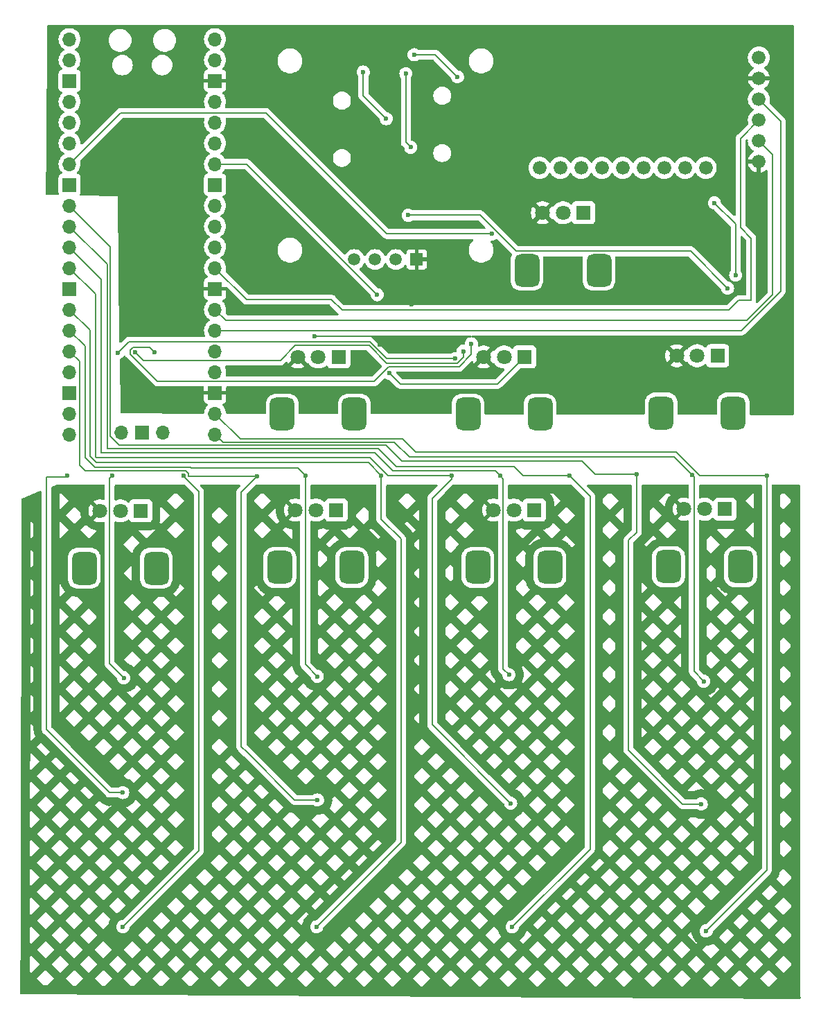
<source format=gbl>
%TF.GenerationSoftware,KiCad,Pcbnew,8.0.3*%
%TF.CreationDate,2024-07-12T18:25:32-05:00*%
%TF.ProjectId,controller,636f6e74-726f-46c6-9c65-722e6b696361,rev?*%
%TF.SameCoordinates,Original*%
%TF.FileFunction,Copper,L2,Bot*%
%TF.FilePolarity,Positive*%
%FSLAX46Y46*%
G04 Gerber Fmt 4.6, Leading zero omitted, Abs format (unit mm)*
G04 Created by KiCad (PCBNEW 8.0.3) date 2024-07-12 18:25:32*
%MOMM*%
%LPD*%
G01*
G04 APERTURE LIST*
G04 Aperture macros list*
%AMRoundRect*
0 Rectangle with rounded corners*
0 $1 Rounding radius*
0 $2 $3 $4 $5 $6 $7 $8 $9 X,Y pos of 4 corners*
0 Add a 4 corners polygon primitive as box body*
4,1,4,$2,$3,$4,$5,$6,$7,$8,$9,$2,$3,0*
0 Add four circle primitives for the rounded corners*
1,1,$1+$1,$2,$3*
1,1,$1+$1,$4,$5*
1,1,$1+$1,$6,$7*
1,1,$1+$1,$8,$9*
0 Add four rect primitives between the rounded corners*
20,1,$1+$1,$2,$3,$4,$5,0*
20,1,$1+$1,$4,$5,$6,$7,0*
20,1,$1+$1,$6,$7,$8,$9,0*
20,1,$1+$1,$8,$9,$2,$3,0*%
G04 Aperture macros list end*
%TA.AperFunction,ComponentPad*%
%ADD10RoundRect,0.750000X-0.750000X1.250000X-0.750000X-1.250000X0.750000X-1.250000X0.750000X1.250000X0*%
%TD*%
%TA.AperFunction,ComponentPad*%
%ADD11C,1.800000*%
%TD*%
%TA.AperFunction,ComponentPad*%
%ADD12R,1.800000X1.800000*%
%TD*%
%TA.AperFunction,ComponentPad*%
%ADD13C,1.676400*%
%TD*%
%TA.AperFunction,ComponentPad*%
%ADD14O,1.700000X1.700000*%
%TD*%
%TA.AperFunction,ComponentPad*%
%ADD15R,1.700000X1.700000*%
%TD*%
%TA.AperFunction,ComponentPad*%
%ADD16C,1.508000*%
%TD*%
%TA.AperFunction,ComponentPad*%
%ADD17R,1.508000X1.508000*%
%TD*%
%TA.AperFunction,ViaPad*%
%ADD18C,0.600000*%
%TD*%
%TA.AperFunction,Conductor*%
%ADD19C,0.200000*%
%TD*%
G04 APERTURE END LIST*
D10*
%TO.P,RV8,MP*%
%TO.N,N/C*%
X126800000Y-51300000D03*
X135600000Y-51300000D03*
D11*
%TO.P,RV8,3,3*%
%TO.N,GND*%
X128700000Y-44300000D03*
%TO.P,RV8,2,2*%
%TO.N,/POT8*%
X131200000Y-44300000D03*
D12*
%TO.P,RV8,1,1*%
%TO.N,+3V3*%
X133700000Y-44300000D03*
%TD*%
%TO.P,RV7,1,1*%
%TO.N,+3V3*%
X79600000Y-80700000D03*
D11*
%TO.P,RV7,2,2*%
%TO.N,/POT7*%
X77100000Y-80700000D03*
%TO.P,RV7,3,3*%
%TO.N,GND*%
X74600000Y-80700000D03*
D10*
%TO.P,RV7,MP*%
%TO.N,N/C*%
X81500000Y-87700000D03*
X72700000Y-87700000D03*
%TD*%
D12*
%TO.P,RV6,1,1*%
%TO.N,+3V3*%
X103500000Y-80600000D03*
D11*
%TO.P,RV6,2,2*%
%TO.N,/POT6*%
X101000000Y-80600000D03*
%TO.P,RV6,3,3*%
%TO.N,GND*%
X98500000Y-80600000D03*
D10*
%TO.P,RV6,MP*%
%TO.N,N/C*%
X105400000Y-87600000D03*
X96600000Y-87600000D03*
%TD*%
D12*
%TO.P,RV5,1,1*%
%TO.N,+3V3*%
X127700000Y-80600000D03*
D11*
%TO.P,RV5,2,2*%
%TO.N,/POT5*%
X125200000Y-80600000D03*
%TO.P,RV5,3,3*%
%TO.N,GND*%
X122700000Y-80600000D03*
D10*
%TO.P,RV5,MP*%
%TO.N,N/C*%
X129600000Y-87600000D03*
X120800000Y-87600000D03*
%TD*%
D12*
%TO.P,RV4,1,1*%
%TO.N,+3V3*%
X151000000Y-80500000D03*
D11*
%TO.P,RV4,2,2*%
%TO.N,/POT4*%
X148500000Y-80500000D03*
%TO.P,RV4,3,3*%
%TO.N,GND*%
X146000000Y-80500000D03*
D10*
%TO.P,RV4,MP*%
%TO.N,N/C*%
X152900000Y-87500000D03*
X144100000Y-87500000D03*
%TD*%
%TO.P,RV3,MP*%
%TO.N,N/C*%
X96900000Y-68900000D03*
X105700000Y-68900000D03*
D11*
%TO.P,RV3,3,3*%
%TO.N,GND*%
X98800000Y-61900000D03*
%TO.P,RV3,2,2*%
%TO.N,/POT3*%
X101300000Y-61900000D03*
D12*
%TO.P,RV3,1,1*%
%TO.N,+3V3*%
X103800000Y-61900000D03*
%TD*%
D10*
%TO.P,RV2,MP*%
%TO.N,N/C*%
X143200000Y-68750000D03*
X152000000Y-68750000D03*
D11*
%TO.P,RV2,3,3*%
%TO.N,GND*%
X145100000Y-61750000D03*
%TO.P,RV2,2,2*%
%TO.N,/POT2*%
X147600000Y-61750000D03*
D12*
%TO.P,RV2,1,1*%
%TO.N,+3V3*%
X150100000Y-61750000D03*
%TD*%
D10*
%TO.P,RV1,MP*%
%TO.N,N/C*%
X119600000Y-68900000D03*
X128400000Y-68900000D03*
D11*
%TO.P,RV1,3,3*%
%TO.N,GND*%
X121500000Y-61900000D03*
%TO.P,RV1,2,2*%
%TO.N,/POT1*%
X124000000Y-61900000D03*
D12*
%TO.P,RV1,1,1*%
%TO.N,+3V3*%
X126500000Y-61900000D03*
%TD*%
D13*
%TO.P,U4,1,1*%
%TO.N,unconnected-(U4-Pad1)*%
X148640000Y-38800000D03*
%TO.P,U4,2,2*%
%TO.N,unconnected-(U4-Pad2)*%
X146100000Y-38800000D03*
%TO.P,U4,3,3*%
%TO.N,unconnected-(U4-Pad3)*%
X143560000Y-38800000D03*
%TO.P,U4,4,4*%
%TO.N,unconnected-(U4-Pad4)*%
X141020000Y-38800000D03*
%TO.P,U4,5,5*%
%TO.N,unconnected-(U4-Pad5)*%
X138480000Y-38800000D03*
%TO.P,U4,BCK,BCK*%
%TO.N,/I2S_BCK*%
X155140000Y-35510000D03*
%TO.P,U4,DIN,DIN*%
%TO.N,/I2S_DATA*%
X155140000Y-32970000D03*
%TO.P,U4,G1,G1*%
%TO.N,unconnected-(U4-PadG1)*%
X135940000Y-38800000D03*
%TO.P,U4,G2,G2*%
%TO.N,unconnected-(U4-PadG2)*%
X130860000Y-38800000D03*
%TO.P,U4,GND,GND*%
%TO.N,GND*%
X155140000Y-27890000D03*
%TO.P,U4,L,L*%
%TO.N,unconnected-(U4-PadL)*%
X128320000Y-38800000D03*
%TO.P,U4,LCK,LCK*%
%TO.N,/I2S_LRCK*%
X155140000Y-30430000D03*
%TO.P,U4,R,R*%
%TO.N,unconnected-(U4-PadR)*%
X133400000Y-38800000D03*
%TO.P,U4,SCK,SCK*%
%TO.N,GND*%
X155140000Y-38050000D03*
%TO.P,U4,VIN,VIN*%
%TO.N,+3V3*%
X155140000Y-25350000D03*
%TD*%
D14*
%TO.P,U3,43,SWDIO*%
%TO.N,unconnected-(U3-SWDIO-Pad43)*%
X82330000Y-71130000D03*
D15*
%TO.P,U3,42,GND*%
%TO.N,unconnected-(U3-GND-Pad42)*%
X79790000Y-71130000D03*
D14*
%TO.P,U3,41,SWCLK*%
%TO.N,unconnected-(U3-SWCLK-Pad41)*%
X77250000Y-71130000D03*
%TO.P,U3,40,VBUS*%
%TO.N,unconnected-(U3-VBUS-Pad40)*%
X88680000Y-23100000D03*
%TO.P,U3,39,VSYS*%
%TO.N,unconnected-(U3-VSYS-Pad39)*%
X88680000Y-25640000D03*
D15*
%TO.P,U3,38,GND*%
%TO.N,GND*%
X88680000Y-28180000D03*
D14*
%TO.P,U3,37,3V3_EN*%
%TO.N,unconnected-(U3-3V3_EN-Pad37)*%
X88680000Y-30720000D03*
%TO.P,U3,36,3V3*%
%TO.N,+3V3*%
X88680000Y-33260000D03*
%TO.P,U3,35,ADC_VREF*%
%TO.N,unconnected-(U3-ADC_VREF-Pad35)*%
X88680000Y-35800000D03*
%TO.P,U3,34,GPIO28_ADC2*%
%TO.N,/AIN*%
X88680000Y-38340000D03*
D15*
%TO.P,U3,33,AGND*%
%TO.N,unconnected-(U3-AGND-Pad33)*%
X88680000Y-40880000D03*
D14*
%TO.P,U3,32,GPIO27_ADC1*%
%TO.N,unconnected-(U3-GPIO27_ADC1-Pad32)*%
X88680000Y-43420000D03*
%TO.P,U3,31,GPIO26_ADC0*%
%TO.N,unconnected-(U3-GPIO26_ADC0-Pad31)*%
X88680000Y-45960000D03*
%TO.P,U3,30,RUN*%
%TO.N,unconnected-(U3-RUN-Pad30)*%
X88680000Y-48500000D03*
%TO.P,U3,29,GPIO22*%
%TO.N,/I2S_DATA*%
X88680000Y-51040000D03*
D15*
%TO.P,U3,28,GND*%
%TO.N,GND*%
X88680000Y-53580000D03*
D14*
%TO.P,U3,27,GPIO21*%
%TO.N,/I2S_BCK*%
X88680000Y-56120000D03*
%TO.P,U3,26,GPIO20*%
%TO.N,/I2S_LRCK*%
X88680000Y-58660000D03*
%TO.P,U3,25,GPIO19*%
%TO.N,/SCL*%
X88680000Y-61200000D03*
%TO.P,U3,24,GPIO18*%
%TO.N,/SDA*%
X88680000Y-63740000D03*
D15*
%TO.P,U3,23,GND*%
%TO.N,GND*%
X88680000Y-66280000D03*
D14*
%TO.P,U3,22,GPIO17*%
%TO.N,/TPAD12*%
X88680000Y-68820000D03*
%TO.P,U3,21,GPIO16*%
%TO.N,/TPAD4*%
X88680000Y-71360000D03*
%TO.P,U3,20,GPIO15*%
%TO.N,/TPAD5*%
X70900000Y-71360000D03*
%TO.P,U3,19,GPIO14*%
%TO.N,/TPAD1*%
X70900000Y-68820000D03*
D15*
%TO.P,U3,18,GND*%
%TO.N,unconnected-(U3-GND-Pad18)*%
X70900000Y-66280000D03*
D14*
%TO.P,U3,17,GPIO13*%
%TO.N,/TPAD9*%
X70900000Y-63740000D03*
%TO.P,U3,16,GPIO12*%
%TO.N,/TPAD6*%
X70900000Y-61200000D03*
%TO.P,U3,15,GPIO11*%
%TO.N,/TPAD2*%
X70900000Y-58660000D03*
%TO.P,U3,14,GPIO10*%
%TO.N,/TPAD10*%
X70900000Y-56120000D03*
D15*
%TO.P,U3,13,GND*%
%TO.N,unconnected-(U3-GND-Pad13)*%
X70900000Y-53580000D03*
D14*
%TO.P,U3,12,GPIO9*%
%TO.N,/TPAD7*%
X70900000Y-51040000D03*
%TO.P,U3,11,GPIO8*%
%TO.N,/TPAD3*%
X70900000Y-48500000D03*
%TO.P,U3,10,GPIO7*%
%TO.N,/TPAD11*%
X70900000Y-45960000D03*
%TO.P,U3,9,GPIO6*%
%TO.N,/TPAD8*%
X70900000Y-43420000D03*
D15*
%TO.P,U3,8,GND*%
%TO.N,unconnected-(U3-GND-Pad8)*%
X70900000Y-40880000D03*
D14*
%TO.P,U3,7,GPIO5*%
%TO.N,/SW*%
X70900000Y-38340000D03*
%TO.P,U3,6,GPIO4*%
%TO.N,/AS2*%
X70900000Y-35800000D03*
%TO.P,U3,5,GPIO3*%
%TO.N,/AS1*%
X70900000Y-33260000D03*
%TO.P,U3,4,GPIO2*%
%TO.N,/AS0*%
X70900000Y-30720000D03*
D15*
%TO.P,U3,3,GND*%
%TO.N,unconnected-(U3-GND-Pad3)*%
X70900000Y-28180000D03*
D14*
%TO.P,U3,2,GPIO1*%
%TO.N,/MIDI input 1/RX*%
X70900000Y-25640000D03*
%TO.P,U3,1,GPIO0*%
%TO.N,/Midi Output 1/TX*%
X70900000Y-23100000D03*
%TD*%
D16*
%TO.P,DISP1,4,SDA*%
%TO.N,/SDA*%
X105706000Y-50007000D03*
%TO.P,DISP1,3,SCL*%
%TO.N,/SCL*%
X108246000Y-50007000D03*
%TO.P,DISP1,2,VCC*%
%TO.N,+3V3*%
X110786000Y-50007000D03*
D17*
%TO.P,DISP1,1,GND*%
%TO.N,GND*%
X113326000Y-50007000D03*
%TD*%
D18*
%TO.N,GND*%
X93500000Y-51800000D03*
%TO.N,unconnected-(R3-Pad2)*%
X113000000Y-25000000D03*
X118300000Y-27700000D03*
%TO.N,GND*%
X112700000Y-55504080D03*
X100800000Y-59400000D03*
X115000000Y-27300000D03*
%TO.N,/AS0*%
X120000000Y-60300000D03*
X81300000Y-61300000D03*
%TO.N,/AS1*%
X78900000Y-61300000D03*
X119000000Y-61200000D03*
%TO.N,/AS2*%
X117995000Y-62094808D03*
X76800000Y-61400000D03*
%TO.N,+3V3*%
X110000000Y-63900000D03*
%TO.N,/TPAD12*%
X148700000Y-132000000D03*
%TO.N,/TPAD4*%
X148400000Y-101500000D03*
%TO.N,/TPAD8*%
X148100000Y-116500000D03*
%TO.N,/TPAD11*%
X125000000Y-131500000D03*
%TO.N,/TPAD3*%
X124600000Y-100700000D03*
%TO.N,/TPAD7*%
X124800000Y-116400000D03*
%TO.N,/TPAD10*%
X101100000Y-131500000D03*
%TO.N,/TPAD6*%
X101200000Y-116000000D03*
%TO.N,/TPAD1*%
X76100000Y-76400000D03*
%TO.N,/TPAD2*%
X101172120Y-100910914D03*
%TO.N,/TPAD9*%
X77416663Y-131483034D03*
%TO.N,/TPAD5*%
X77400000Y-115100000D03*
%TO.N,/TPAD1*%
X77516663Y-101083034D03*
%TO.N,GND*%
X108800000Y-60400000D03*
X145900000Y-78225000D03*
X122400000Y-78225000D03*
X98500000Y-78212500D03*
%TO.N,unconnected-(J11-O1-Pad2)*%
X112600000Y-36300000D03*
X112000000Y-27300000D03*
%TO.N,/SW*%
X122515710Y-46884290D03*
%TO.N,Net-(D1-A)*%
X152300000Y-51900000D03*
X149700000Y-43100000D03*
%TO.N,unconnected-(D1-K-Pad1)*%
X112300000Y-44600000D03*
X151300000Y-53500000D03*
%TO.N,unconnected-(DR1-A-Pad2)*%
X106800000Y-27100000D03*
X109600000Y-32800000D03*
%TO.N,/AIN*%
X108500000Y-54300000D03*
%TO.N,/TPAD7*%
X117600000Y-76400000D03*
%TO.N,/TPAD3*%
X123500000Y-76400000D03*
%TO.N,/TPAD8*%
X140200000Y-76200000D03*
%TO.N,/TPAD9*%
X84800000Y-76400000D03*
%TO.N,/TPAD11*%
X132000000Y-76400000D03*
%TO.N,/TPAD2*%
X99700000Y-76400000D03*
%TO.N,/TPAD10*%
X109000000Y-76400000D03*
%TO.N,/TPAD6*%
X93800000Y-76500000D03*
%TO.N,/TPAD4*%
X147000000Y-76300000D03*
%TO.N,/TPAD5*%
X70600000Y-76400000D03*
%TO.N,/TPAD12*%
X156100000Y-76400000D03*
%TD*%
D19*
%TO.N,+3V3*%
X110000000Y-63900000D02*
X111300000Y-65200000D01*
X111300000Y-65200000D02*
X123200000Y-65200000D01*
X123200000Y-65200000D02*
X126500000Y-61900000D01*
%TO.N,unconnected-(R3-Pad2)*%
X118300000Y-27700000D02*
X115600000Y-25000000D01*
X115600000Y-25000000D02*
X113000000Y-25000000D01*
%TO.N,GND*%
X113326000Y-54878080D02*
X112700000Y-55504080D01*
X113326000Y-50007000D02*
X113326000Y-54878080D01*
X107800000Y-59400000D02*
X108800000Y-60400000D01*
X100800000Y-59400000D02*
X107800000Y-59400000D01*
%TO.N,/AS0*%
X118505192Y-63094808D02*
X120000000Y-61600000D01*
X78651471Y-60700000D02*
X78300000Y-61051471D01*
X80700000Y-60700000D02*
X78651471Y-60700000D01*
X81300000Y-61300000D02*
X80700000Y-60700000D01*
X78300000Y-61051471D02*
X78300000Y-61548529D01*
X109905192Y-63094808D02*
X118505192Y-63094808D01*
X108110000Y-64890000D02*
X109905192Y-63094808D01*
X120000000Y-61600000D02*
X120000000Y-60300000D01*
X78300000Y-61548529D02*
X81641471Y-64890000D01*
X81641471Y-64890000D02*
X108110000Y-64890000D01*
%TO.N,/AS1*%
X109680593Y-62694808D02*
X118243529Y-62694808D01*
X98502943Y-60500000D02*
X107485785Y-60500000D01*
X78900000Y-61300000D02*
X79950000Y-62350000D01*
X96652943Y-62350000D02*
X98502943Y-60500000D01*
X79950000Y-62350000D02*
X96652943Y-62350000D01*
X107485785Y-60500000D02*
X109680593Y-62694808D01*
X118243529Y-62694808D02*
X119000000Y-61938337D01*
X119000000Y-61938337D02*
X119000000Y-61200000D01*
%TO.N,/AS2*%
X107601471Y-60050000D02*
X109646279Y-62094808D01*
X109646279Y-62094808D02*
X117995000Y-62094808D01*
X78150000Y-60050000D02*
X107601471Y-60050000D01*
X76800000Y-61400000D02*
X78150000Y-60050000D01*
%TO.N,/I2S_BCK*%
X88680000Y-56120000D02*
X89960000Y-57400000D01*
X89960000Y-57400000D02*
X153700000Y-57400000D01*
X153700000Y-57400000D02*
X156800000Y-54300000D01*
X156800000Y-54300000D02*
X156800000Y-37170000D01*
X156800000Y-37170000D02*
X155140000Y-35510000D01*
%TO.N,/I2S_LRCK*%
X88680000Y-58660000D02*
X153005686Y-58660000D01*
X157800000Y-53865686D02*
X157800000Y-33090000D01*
X153005686Y-58660000D02*
X157800000Y-53865686D01*
X157800000Y-33090000D02*
X155140000Y-30430000D01*
%TO.N,/I2S_DATA*%
X88680000Y-51040000D02*
X92540000Y-54900000D01*
X104200000Y-56200000D02*
X151448529Y-56200000D01*
X152900000Y-46100000D02*
X152900000Y-35210000D01*
X92540000Y-54900000D02*
X102900000Y-54900000D01*
X154200000Y-47400000D02*
X152900000Y-46100000D01*
X102900000Y-54900000D02*
X104200000Y-56200000D01*
X154200000Y-55000000D02*
X154200000Y-47400000D01*
X151448529Y-56200000D02*
X152648529Y-55000000D01*
X152648529Y-55000000D02*
X154200000Y-55000000D01*
X152900000Y-35210000D02*
X155140000Y-32970000D01*
%TO.N,/TPAD12*%
X156100000Y-124600000D02*
X148700000Y-132000000D01*
X156100000Y-76400000D02*
X156100000Y-124600000D01*
%TO.N,/TPAD4*%
X147200000Y-100300000D02*
X148400000Y-101500000D01*
X147200000Y-76500000D02*
X147200000Y-100300000D01*
X147000000Y-76300000D02*
X147200000Y-76500000D01*
%TO.N,/TPAD8*%
X145800000Y-116500000D02*
X148100000Y-116500000D01*
X139200000Y-109900000D02*
X145800000Y-116500000D01*
X139200000Y-109900000D02*
X139200000Y-84300000D01*
X139200000Y-84300000D02*
X140200000Y-83300000D01*
X140200000Y-83300000D02*
X140200000Y-76200000D01*
%TO.N,/TPAD11*%
X134500000Y-122000000D02*
X125000000Y-131500000D01*
X134500000Y-82200000D02*
X134500000Y-122000000D01*
X132000000Y-76400000D02*
X134500000Y-78900000D01*
X134500000Y-78900000D02*
X134500000Y-82200000D01*
%TO.N,/TPAD3*%
X123900000Y-100000000D02*
X124600000Y-100700000D01*
X123900000Y-76800000D02*
X123900000Y-100000000D01*
X123500000Y-76400000D02*
X123900000Y-76800000D01*
%TO.N,/TPAD7*%
X115200000Y-106800000D02*
X124800000Y-116400000D01*
X117600000Y-76400000D02*
X117600000Y-76800000D01*
X115200000Y-79200000D02*
X115200000Y-106800000D01*
X117600000Y-76800000D02*
X115200000Y-79200000D01*
%TO.N,/TPAD10*%
X111400000Y-84100000D02*
X111400000Y-121200000D01*
X111400000Y-121200000D02*
X101100000Y-131500000D01*
X109000000Y-76400000D02*
X109000000Y-81700000D01*
X109000000Y-81700000D02*
X111400000Y-84100000D01*
%TO.N,/TPAD6*%
X98400000Y-116000000D02*
X101200000Y-116000000D01*
X92600000Y-110200000D02*
X98400000Y-116000000D01*
X91900000Y-78400000D02*
X91900000Y-83100000D01*
X93800000Y-76500000D02*
X91900000Y-78400000D01*
X91900000Y-83100000D02*
X91900000Y-109500000D01*
X91900000Y-109500000D02*
X92600000Y-110200000D01*
%TO.N,/TPAD2*%
X101172120Y-100910914D02*
X99700000Y-99438794D01*
X99700000Y-99438794D02*
X99700000Y-76400000D01*
%TO.N,/TPAD1*%
X75800000Y-76700000D02*
X76100000Y-76400000D01*
X75800000Y-99366371D02*
X75800000Y-76700000D01*
X77516663Y-101083034D02*
X75800000Y-99366371D01*
%TO.N,/TPAD9*%
X77416663Y-131483034D02*
X86700000Y-122199697D01*
X86700000Y-122199697D02*
X86700000Y-78365685D01*
X86700000Y-78365685D02*
X84800000Y-76465685D01*
X84800000Y-76465685D02*
X84800000Y-76400000D01*
%TO.N,/TPAD5*%
X68100000Y-76600000D02*
X70400000Y-76600000D01*
X77400000Y-115100000D02*
X75800000Y-115100000D01*
X75800000Y-115100000D02*
X68100000Y-107400000D01*
X68100000Y-107400000D02*
X68100000Y-76600000D01*
X70400000Y-76600000D02*
X70600000Y-76400000D01*
%TO.N,unconnected-(J11-O1-Pad2)*%
X112600000Y-36300000D02*
X112000000Y-35700000D01*
X112000000Y-35700000D02*
X112000000Y-27300000D01*
%TO.N,/SW*%
X109684290Y-46884290D02*
X94900000Y-32100000D01*
X77140000Y-32100000D02*
X70900000Y-38340000D01*
X122515710Y-46884290D02*
X109684290Y-46884290D01*
X94900000Y-32100000D02*
X77140000Y-32100000D01*
%TO.N,Net-(D1-A)*%
X152300000Y-51900000D02*
X152300000Y-45700000D01*
X152300000Y-45700000D02*
X149700000Y-43100000D01*
%TO.N,unconnected-(D1-K-Pad1)*%
X112300000Y-44600000D02*
X121079950Y-44600000D01*
X146800000Y-49000000D02*
X151300000Y-53500000D01*
X121079950Y-44600000D02*
X125479950Y-49000000D01*
X125479950Y-49000000D02*
X146800000Y-49000000D01*
%TO.N,unconnected-(DR1-A-Pad2)*%
X106800000Y-27100000D02*
X106800000Y-30000000D01*
X106800000Y-30000000D02*
X109600000Y-32800000D01*
%TO.N,/AIN*%
X92548418Y-38340000D02*
X108500000Y-54291582D01*
X88680000Y-38340000D02*
X92548418Y-38340000D01*
X108500000Y-54291582D02*
X108500000Y-54300000D01*
%TO.N,/TPAD11*%
X125200000Y-75300000D02*
X126300000Y-76400000D01*
%TO.N,/TPAD7*%
X70900000Y-51040000D02*
X74100000Y-54240000D01*
%TO.N,/TPAD3*%
X74800000Y-73600000D02*
X108200000Y-73600000D01*
%TO.N,/TPAD11*%
X75500000Y-50560000D02*
X75500000Y-73100000D01*
%TO.N,/TPAD7*%
X109848529Y-76400000D02*
X117600000Y-76400000D01*
%TO.N,/TPAD3*%
X122900000Y-75800000D02*
X123500000Y-76400000D01*
%TO.N,/TPAD10*%
X74200000Y-74800000D02*
X73400000Y-74000000D01*
X107400000Y-74800000D02*
X74200000Y-74800000D01*
%TO.N,/TPAD12*%
X91760000Y-71900000D02*
X111600000Y-71900000D01*
%TO.N,/TPAD8*%
X133500000Y-74600000D02*
X135100000Y-76200000D01*
%TO.N,/TPAD4*%
X89620000Y-72300000D02*
X110600000Y-72300000D01*
%TO.N,/TPAD12*%
X111600000Y-71900000D02*
X113200000Y-73500000D01*
%TO.N,/TPAD8*%
X70900000Y-43420000D02*
X75900000Y-48420000D01*
%TO.N,/TPAD4*%
X112400000Y-74100000D02*
X144800000Y-74100000D01*
%TO.N,/TPAD8*%
X75900000Y-48420000D02*
X75900000Y-71600000D01*
X135100000Y-76200000D02*
X140200000Y-76200000D01*
%TO.N,/TPAD4*%
X88680000Y-71360000D02*
X89620000Y-72300000D01*
%TO.N,/TPAD8*%
X75900000Y-71600000D02*
X77000000Y-72700000D01*
%TO.N,/TPAD10*%
X73400000Y-74000000D02*
X73400000Y-58620000D01*
%TO.N,/TPAD2*%
X74000000Y-75400000D02*
X85700000Y-75400000D01*
%TO.N,/TPAD11*%
X108600000Y-73100000D02*
X110800000Y-75300000D01*
X126300000Y-76400000D02*
X132000000Y-76400000D01*
%TO.N,/TPAD10*%
X73400000Y-58620000D02*
X70900000Y-56120000D01*
%TO.N,/TPAD2*%
X72800000Y-74200000D02*
X74000000Y-75400000D01*
%TO.N,/TPAD11*%
X132100000Y-76500000D02*
X132000000Y-76400000D01*
%TO.N,/TPAD10*%
X109000000Y-76400000D02*
X107400000Y-74800000D01*
%TO.N,/TPAD2*%
X72800000Y-60560000D02*
X72800000Y-74200000D01*
%TO.N,/TPAD7*%
X107648529Y-74200000D02*
X109848529Y-76400000D01*
%TO.N,/TPAD3*%
X74800000Y-52400000D02*
X74800000Y-73600000D01*
%TO.N,/TPAD7*%
X74100000Y-74134314D02*
X74165686Y-74200000D01*
%TO.N,/TPAD3*%
X70900000Y-48500000D02*
X74800000Y-52400000D01*
%TO.N,/TPAD7*%
X74100000Y-54240000D02*
X74100000Y-74134314D01*
%TO.N,/TPAD8*%
X77000000Y-72700000D02*
X109600000Y-72700000D01*
%TO.N,/TPAD4*%
X110600000Y-72300000D02*
X112400000Y-74100000D01*
%TO.N,/TPAD6*%
X93800000Y-76500000D02*
X93700000Y-76600000D01*
%TO.N,/TPAD2*%
X85800000Y-75500000D02*
X98800000Y-75500000D01*
%TO.N,/TPAD6*%
X72100000Y-62400000D02*
X70900000Y-61200000D01*
X93800000Y-76500000D02*
X85400000Y-76500000D01*
%TO.N,/TPAD3*%
X110400000Y-75800000D02*
X122900000Y-75800000D01*
%TO.N,/TPAD8*%
X109600000Y-72700000D02*
X111500000Y-74600000D01*
%TO.N,/TPAD12*%
X147948529Y-76400000D02*
X156100000Y-76400000D01*
%TO.N,/TPAD2*%
X98800000Y-75500000D02*
X99700000Y-76400000D01*
X70900000Y-58660000D02*
X72800000Y-60560000D01*
%TO.N,/TPAD11*%
X75500000Y-73100000D02*
X108600000Y-73100000D01*
%TO.N,/TPAD8*%
X111500000Y-74600000D02*
X133500000Y-74600000D01*
%TO.N,/TPAD4*%
X144800000Y-74100000D02*
X147000000Y-76300000D01*
%TO.N,/TPAD12*%
X113200000Y-73500000D02*
X145048529Y-73500000D01*
%TO.N,/TPAD6*%
X85400000Y-76151471D02*
X85048529Y-75800000D01*
%TO.N,/TPAD7*%
X74165686Y-74200000D02*
X107648529Y-74200000D01*
%TO.N,/TPAD3*%
X108200000Y-73600000D02*
X110400000Y-75800000D01*
%TO.N,/TPAD6*%
X72800000Y-75800000D02*
X72100000Y-75100000D01*
%TO.N,/TPAD2*%
X85700000Y-75400000D02*
X85800000Y-75500000D01*
%TO.N,/TPAD6*%
X72100000Y-75100000D02*
X72100000Y-62400000D01*
%TO.N,/TPAD12*%
X145048529Y-73500000D02*
X147948529Y-76400000D01*
X88680000Y-68820000D02*
X91760000Y-71900000D01*
%TO.N,/TPAD6*%
X85400000Y-76500000D02*
X85400000Y-76151471D01*
X85048529Y-75800000D02*
X72800000Y-75800000D01*
%TO.N,/TPAD11*%
X70900000Y-45960000D02*
X75500000Y-50560000D01*
X110800000Y-75300000D02*
X125200000Y-75300000D01*
%TD*%
%TA.AperFunction,Conductor*%
%TO.N,GND*%
G36*
X159343039Y-21370185D02*
G01*
X159388794Y-21422989D01*
X159400000Y-21474500D01*
X159400000Y-68875697D01*
X159380315Y-68942736D01*
X159327511Y-68988491D01*
X159275699Y-68999697D01*
X154124198Y-68987178D01*
X154057206Y-68967330D01*
X154011580Y-68914415D01*
X154000499Y-68863180D01*
X154000499Y-67435784D01*
X153990096Y-67303588D01*
X153935096Y-67085317D01*
X153842007Y-66880374D01*
X153713819Y-66695346D01*
X153554654Y-66536181D01*
X153554650Y-66536178D01*
X153554645Y-66536174D01*
X153369632Y-66407997D01*
X153369630Y-66407995D01*
X153369626Y-66407993D01*
X153350930Y-66399501D01*
X153164681Y-66314903D01*
X153164678Y-66314902D01*
X152946420Y-66259905D01*
X152946413Y-66259904D01*
X152902347Y-66256436D01*
X152814217Y-66249500D01*
X152814215Y-66249500D01*
X151185791Y-66249500D01*
X151185776Y-66249501D01*
X151053586Y-66259904D01*
X151053579Y-66259905D01*
X150835321Y-66314902D01*
X150835318Y-66314903D01*
X150630377Y-66407991D01*
X150630367Y-66407997D01*
X150445354Y-66536174D01*
X150445342Y-66536184D01*
X150286184Y-66695342D01*
X150286174Y-66695354D01*
X150157997Y-66880367D01*
X150157991Y-66880377D01*
X150064903Y-67085318D01*
X150064902Y-67085321D01*
X150009905Y-67303579D01*
X150009904Y-67303586D01*
X149999500Y-67435777D01*
X149999500Y-68852852D01*
X149979815Y-68919891D01*
X149927011Y-68965646D01*
X149875199Y-68976852D01*
X145324198Y-68965793D01*
X145257206Y-68945945D01*
X145211580Y-68893030D01*
X145200499Y-68841795D01*
X145200499Y-67435784D01*
X145190096Y-67303588D01*
X145135096Y-67085317D01*
X145042007Y-66880374D01*
X144913819Y-66695346D01*
X144754654Y-66536181D01*
X144754650Y-66536178D01*
X144754645Y-66536174D01*
X144569632Y-66407997D01*
X144569630Y-66407995D01*
X144569626Y-66407993D01*
X144550930Y-66399501D01*
X144364681Y-66314903D01*
X144364678Y-66314902D01*
X144146420Y-66259905D01*
X144146413Y-66259904D01*
X144102347Y-66256436D01*
X144014217Y-66249500D01*
X144014215Y-66249500D01*
X142385791Y-66249500D01*
X142385776Y-66249501D01*
X142253586Y-66259904D01*
X142253579Y-66259905D01*
X142035321Y-66314902D01*
X142035318Y-66314903D01*
X141830377Y-66407991D01*
X141830367Y-66407997D01*
X141645354Y-66536174D01*
X141645342Y-66536184D01*
X141486184Y-66695342D01*
X141486174Y-66695354D01*
X141357997Y-66880367D01*
X141357991Y-66880377D01*
X141264903Y-67085318D01*
X141264902Y-67085321D01*
X141209905Y-67303579D01*
X141209904Y-67303586D01*
X141199500Y-67435777D01*
X141199500Y-68831467D01*
X141179815Y-68898506D01*
X141127011Y-68944261D01*
X141075199Y-68955467D01*
X130524198Y-68929827D01*
X130457206Y-68909979D01*
X130411580Y-68857064D01*
X130400499Y-68805827D01*
X130400499Y-67585791D01*
X130400498Y-67585783D01*
X130390096Y-67453588D01*
X130385609Y-67435783D01*
X130335097Y-67235321D01*
X130335096Y-67235318D01*
X130308990Y-67177844D01*
X130242007Y-67030374D01*
X130113819Y-66845346D01*
X129954654Y-66686181D01*
X129954650Y-66686178D01*
X129954645Y-66686174D01*
X129769632Y-66557997D01*
X129769630Y-66557995D01*
X129769626Y-66557993D01*
X129564683Y-66464904D01*
X129564681Y-66464903D01*
X129564678Y-66464902D01*
X129346420Y-66409905D01*
X129346413Y-66409904D01*
X129302347Y-66406436D01*
X129214217Y-66399500D01*
X129214215Y-66399500D01*
X127585791Y-66399500D01*
X127585776Y-66399501D01*
X127453586Y-66409904D01*
X127453579Y-66409905D01*
X127235321Y-66464902D01*
X127235318Y-66464903D01*
X127030377Y-66557991D01*
X127030367Y-66557997D01*
X126845354Y-66686174D01*
X126845342Y-66686184D01*
X126686184Y-66845342D01*
X126686174Y-66845354D01*
X126557997Y-67030367D01*
X126557991Y-67030377D01*
X126464903Y-67235318D01*
X126464902Y-67235321D01*
X126409905Y-67453579D01*
X126409904Y-67453586D01*
X126399500Y-67585777D01*
X126399500Y-68795501D01*
X126379815Y-68862540D01*
X126327011Y-68908295D01*
X126275199Y-68919501D01*
X121724198Y-68908442D01*
X121657206Y-68888594D01*
X121611580Y-68835679D01*
X121600499Y-68784442D01*
X121600499Y-67585791D01*
X121600498Y-67585783D01*
X121590096Y-67453588D01*
X121585609Y-67435783D01*
X121535097Y-67235321D01*
X121535096Y-67235318D01*
X121508990Y-67177844D01*
X121442007Y-67030374D01*
X121313819Y-66845346D01*
X121154654Y-66686181D01*
X121154650Y-66686178D01*
X121154645Y-66686174D01*
X120969632Y-66557997D01*
X120969630Y-66557995D01*
X120969626Y-66557993D01*
X120764683Y-66464904D01*
X120764681Y-66464903D01*
X120764678Y-66464902D01*
X120546420Y-66409905D01*
X120546413Y-66409904D01*
X120502347Y-66406436D01*
X120414217Y-66399500D01*
X120414215Y-66399500D01*
X118785791Y-66399500D01*
X118785776Y-66399501D01*
X118653586Y-66409904D01*
X118653579Y-66409905D01*
X118435321Y-66464902D01*
X118435318Y-66464903D01*
X118230377Y-66557991D01*
X118230367Y-66557997D01*
X118045354Y-66686174D01*
X118045342Y-66686184D01*
X117886184Y-66845342D01*
X117886174Y-66845354D01*
X117757997Y-67030367D01*
X117757991Y-67030377D01*
X117664903Y-67235318D01*
X117664902Y-67235321D01*
X117609905Y-67453579D01*
X117609904Y-67453586D01*
X117599500Y-67585777D01*
X117599500Y-68774116D01*
X117579815Y-68841155D01*
X117527011Y-68886910D01*
X117475199Y-68898116D01*
X107824198Y-68874663D01*
X107757206Y-68854815D01*
X107711580Y-68801900D01*
X107700499Y-68750663D01*
X107700499Y-67585791D01*
X107700498Y-67585783D01*
X107690096Y-67453588D01*
X107685609Y-67435783D01*
X107635097Y-67235321D01*
X107635096Y-67235318D01*
X107608990Y-67177844D01*
X107542007Y-67030374D01*
X107413819Y-66845346D01*
X107254654Y-66686181D01*
X107254650Y-66686178D01*
X107254645Y-66686174D01*
X107069632Y-66557997D01*
X107069630Y-66557995D01*
X107069626Y-66557993D01*
X106864683Y-66464904D01*
X106864681Y-66464903D01*
X106864678Y-66464902D01*
X106646420Y-66409905D01*
X106646413Y-66409904D01*
X106602347Y-66406436D01*
X106514217Y-66399500D01*
X106514215Y-66399500D01*
X104885791Y-66399500D01*
X104885776Y-66399501D01*
X104753586Y-66409904D01*
X104753579Y-66409905D01*
X104535321Y-66464902D01*
X104535318Y-66464903D01*
X104330377Y-66557991D01*
X104330367Y-66557997D01*
X104145354Y-66686174D01*
X104145342Y-66686184D01*
X103986184Y-66845342D01*
X103986174Y-66845354D01*
X103857997Y-67030367D01*
X103857991Y-67030377D01*
X103764903Y-67235318D01*
X103764902Y-67235321D01*
X103709905Y-67453579D01*
X103709904Y-67453586D01*
X103699500Y-67585777D01*
X103699500Y-68740337D01*
X103679815Y-68807376D01*
X103627011Y-68853131D01*
X103575199Y-68864337D01*
X99024198Y-68853278D01*
X98957206Y-68833430D01*
X98911580Y-68780515D01*
X98900499Y-68729278D01*
X98900499Y-67585791D01*
X98900498Y-67585783D01*
X98890096Y-67453588D01*
X98885609Y-67435783D01*
X98835097Y-67235321D01*
X98835096Y-67235318D01*
X98808990Y-67177844D01*
X98742007Y-67030374D01*
X98613819Y-66845346D01*
X98454654Y-66686181D01*
X98454650Y-66686178D01*
X98454645Y-66686174D01*
X98269632Y-66557997D01*
X98269630Y-66557995D01*
X98269626Y-66557993D01*
X98064683Y-66464904D01*
X98064681Y-66464903D01*
X98064678Y-66464902D01*
X97846420Y-66409905D01*
X97846413Y-66409904D01*
X97802347Y-66406436D01*
X97714217Y-66399500D01*
X97714215Y-66399500D01*
X96085791Y-66399500D01*
X96085776Y-66399501D01*
X95953586Y-66409904D01*
X95953579Y-66409905D01*
X95735321Y-66464902D01*
X95735318Y-66464903D01*
X95530377Y-66557991D01*
X95530367Y-66557997D01*
X95345354Y-66686174D01*
X95345342Y-66686184D01*
X95186184Y-66845342D01*
X95186174Y-66845354D01*
X95057997Y-67030367D01*
X95057991Y-67030377D01*
X94964903Y-67235318D01*
X94964902Y-67235321D01*
X94909905Y-67453579D01*
X94909904Y-67453586D01*
X94899500Y-67585777D01*
X94899500Y-68718952D01*
X94879815Y-68785991D01*
X94827011Y-68831746D01*
X94775199Y-68842952D01*
X90150007Y-68831712D01*
X90083015Y-68811864D01*
X90037389Y-68758949D01*
X90026780Y-68718519D01*
X90015063Y-68584597D01*
X90015063Y-68584596D01*
X90015063Y-68584592D01*
X89953903Y-68356337D01*
X89854035Y-68142171D01*
X89718495Y-67948599D01*
X89596179Y-67826283D01*
X89562696Y-67764963D01*
X89567680Y-67695271D01*
X89609551Y-67639337D01*
X89640529Y-67622422D01*
X89772086Y-67573354D01*
X89772093Y-67573350D01*
X89887187Y-67487190D01*
X89887190Y-67487187D01*
X89973350Y-67372093D01*
X89973354Y-67372086D01*
X90023596Y-67237379D01*
X90023598Y-67237372D01*
X90029999Y-67177844D01*
X90030000Y-67177827D01*
X90030000Y-66530000D01*
X89124560Y-66530000D01*
X89155245Y-66476853D01*
X89190000Y-66347143D01*
X89190000Y-66212857D01*
X89155245Y-66083147D01*
X89124560Y-66030000D01*
X90030000Y-66030000D01*
X90030000Y-65614500D01*
X90049685Y-65547461D01*
X90102489Y-65501706D01*
X90154000Y-65490500D01*
X108023331Y-65490500D01*
X108023347Y-65490501D01*
X108030943Y-65490501D01*
X108189054Y-65490501D01*
X108189057Y-65490501D01*
X108341785Y-65449577D01*
X108391904Y-65420639D01*
X108478716Y-65370520D01*
X108590520Y-65258716D01*
X108590520Y-65258714D01*
X108600728Y-65248507D01*
X108600730Y-65248504D01*
X109320897Y-64528337D01*
X109382220Y-64494852D01*
X109451912Y-64499836D01*
X109492129Y-64525682D01*
X109492295Y-64525475D01*
X109494325Y-64527094D01*
X109496259Y-64528337D01*
X109497738Y-64529816D01*
X109650478Y-64625789D01*
X109820745Y-64685368D01*
X109907669Y-64695161D01*
X109972080Y-64722226D01*
X109981464Y-64730699D01*
X110931284Y-65680520D01*
X110931286Y-65680521D01*
X110931290Y-65680524D01*
X111068209Y-65759573D01*
X111068216Y-65759577D01*
X111220943Y-65800501D01*
X111220945Y-65800501D01*
X111386654Y-65800501D01*
X111386670Y-65800500D01*
X123113331Y-65800500D01*
X123113347Y-65800501D01*
X123120943Y-65800501D01*
X123279054Y-65800501D01*
X123279057Y-65800501D01*
X123431785Y-65759577D01*
X123481904Y-65730639D01*
X123568716Y-65680520D01*
X123680520Y-65568716D01*
X123680520Y-65568714D01*
X123690728Y-65558507D01*
X123690730Y-65558504D01*
X125912416Y-63336818D01*
X125973739Y-63303333D01*
X126000097Y-63300499D01*
X127447871Y-63300499D01*
X127447872Y-63300499D01*
X127507483Y-63294091D01*
X127642331Y-63243796D01*
X127757546Y-63157546D01*
X127843796Y-63042331D01*
X127894091Y-62907483D01*
X127900500Y-62847873D01*
X127900499Y-61749994D01*
X143695202Y-61749994D01*
X143695202Y-61750005D01*
X143714361Y-61981218D01*
X143771317Y-62206135D01*
X143864515Y-62418606D01*
X143948812Y-62547633D01*
X144617037Y-61879408D01*
X144634075Y-61942993D01*
X144699901Y-62057007D01*
X144792993Y-62150099D01*
X144907007Y-62215925D01*
X144970590Y-62232962D01*
X144301201Y-62902351D01*
X144331649Y-62926050D01*
X144535697Y-63036476D01*
X144535706Y-63036479D01*
X144755139Y-63111811D01*
X144983993Y-63150000D01*
X145216007Y-63150000D01*
X145444860Y-63111811D01*
X145664293Y-63036479D01*
X145664301Y-63036476D01*
X145868355Y-62926047D01*
X145898797Y-62902351D01*
X145898798Y-62902350D01*
X145229410Y-62232962D01*
X145292993Y-62215925D01*
X145407007Y-62150099D01*
X145500099Y-62057007D01*
X145565925Y-61942993D01*
X145582962Y-61879409D01*
X146251186Y-62547633D01*
X146255967Y-62547137D01*
X146299036Y-62510380D01*
X146368268Y-62500956D01*
X146431604Y-62530457D01*
X146453509Y-62555737D01*
X146491016Y-62613147D01*
X146491019Y-62613151D01*
X146491021Y-62613153D01*
X146648216Y-62783913D01*
X146648219Y-62783915D01*
X146648222Y-62783918D01*
X146831365Y-62926464D01*
X146831371Y-62926468D01*
X146831374Y-62926470D01*
X146912152Y-62970185D01*
X147034652Y-63036479D01*
X147035497Y-63036936D01*
X147109004Y-63062171D01*
X147255015Y-63112297D01*
X147255017Y-63112297D01*
X147255019Y-63112298D01*
X147483951Y-63150500D01*
X147483952Y-63150500D01*
X147716048Y-63150500D01*
X147716049Y-63150500D01*
X147944981Y-63112298D01*
X148164503Y-63036936D01*
X148368626Y-62926470D01*
X148545563Y-62788754D01*
X148610556Y-62763112D01*
X148679096Y-62776678D01*
X148729421Y-62825147D01*
X148737907Y-62843275D01*
X148756202Y-62892328D01*
X148756206Y-62892335D01*
X148842452Y-63007544D01*
X148842455Y-63007547D01*
X148957664Y-63093793D01*
X148957671Y-63093797D01*
X149092517Y-63144091D01*
X149092516Y-63144091D01*
X149099444Y-63144835D01*
X149152127Y-63150500D01*
X151047872Y-63150499D01*
X151107483Y-63144091D01*
X151242331Y-63093796D01*
X151357546Y-63007546D01*
X151443796Y-62892331D01*
X151494091Y-62757483D01*
X151500500Y-62697873D01*
X151500499Y-60802128D01*
X151495299Y-60753757D01*
X151494091Y-60742516D01*
X151443797Y-60607671D01*
X151443793Y-60607664D01*
X151357547Y-60492455D01*
X151357544Y-60492452D01*
X151242335Y-60406206D01*
X151242328Y-60406202D01*
X151107482Y-60355908D01*
X151107483Y-60355908D01*
X151047883Y-60349501D01*
X151047881Y-60349500D01*
X151047873Y-60349500D01*
X151047864Y-60349500D01*
X149152129Y-60349500D01*
X149152123Y-60349501D01*
X149092516Y-60355908D01*
X148957671Y-60406202D01*
X148957664Y-60406206D01*
X148842455Y-60492452D01*
X148842452Y-60492455D01*
X148756206Y-60607664D01*
X148756202Y-60607671D01*
X148737907Y-60656724D01*
X148696035Y-60712658D01*
X148630571Y-60737075D01*
X148562298Y-60722223D01*
X148545563Y-60711245D01*
X148528208Y-60697737D01*
X148368626Y-60573530D01*
X148218811Y-60492454D01*
X148164504Y-60463064D01*
X148164495Y-60463061D01*
X147944984Y-60387702D01*
X147773282Y-60359050D01*
X147716049Y-60349500D01*
X147483951Y-60349500D01*
X147445550Y-60355908D01*
X147255015Y-60387702D01*
X147035504Y-60463061D01*
X147035495Y-60463064D01*
X146831371Y-60573531D01*
X146831365Y-60573535D01*
X146648222Y-60716081D01*
X146648219Y-60716084D01*
X146648216Y-60716086D01*
X146648216Y-60716087D01*
X146595607Y-60773236D01*
X146491018Y-60886850D01*
X146453510Y-60944262D01*
X146400363Y-60989618D01*
X146331132Y-60999042D01*
X146267796Y-60969540D01*
X146253084Y-60952562D01*
X146251186Y-60952365D01*
X145582962Y-61620589D01*
X145565925Y-61557007D01*
X145500099Y-61442993D01*
X145407007Y-61349901D01*
X145292993Y-61284075D01*
X145229409Y-61267037D01*
X145898797Y-60597647D01*
X145898797Y-60597645D01*
X145868360Y-60573955D01*
X145868354Y-60573951D01*
X145664302Y-60463523D01*
X145664293Y-60463520D01*
X145444860Y-60388188D01*
X145216007Y-60350000D01*
X144983993Y-60350000D01*
X144755139Y-60388188D01*
X144535706Y-60463520D01*
X144535697Y-60463523D01*
X144331650Y-60573949D01*
X144301200Y-60597647D01*
X144970591Y-61267037D01*
X144907007Y-61284075D01*
X144792993Y-61349901D01*
X144699901Y-61442993D01*
X144634075Y-61557007D01*
X144617037Y-61620591D01*
X143948811Y-60952365D01*
X143864516Y-61081390D01*
X143771317Y-61293864D01*
X143714361Y-61518781D01*
X143695202Y-61749994D01*
X127900499Y-61749994D01*
X127900499Y-60952128D01*
X127894091Y-60892517D01*
X127892061Y-60887075D01*
X127843797Y-60757671D01*
X127843793Y-60757664D01*
X127757547Y-60642455D01*
X127757544Y-60642452D01*
X127642335Y-60556206D01*
X127642328Y-60556202D01*
X127507482Y-60505908D01*
X127507483Y-60505908D01*
X127447883Y-60499501D01*
X127447881Y-60499500D01*
X127447873Y-60499500D01*
X127447864Y-60499500D01*
X125552129Y-60499500D01*
X125552123Y-60499501D01*
X125492516Y-60505908D01*
X125357671Y-60556202D01*
X125357664Y-60556206D01*
X125242455Y-60642452D01*
X125242452Y-60642455D01*
X125156206Y-60757664D01*
X125156202Y-60757671D01*
X125137907Y-60806724D01*
X125096035Y-60862658D01*
X125030571Y-60887075D01*
X124962298Y-60872223D01*
X124945563Y-60861245D01*
X124856785Y-60792147D01*
X124768626Y-60723530D01*
X124653425Y-60661186D01*
X124564504Y-60613064D01*
X124564495Y-60613061D01*
X124344984Y-60537702D01*
X124154450Y-60505908D01*
X124116049Y-60499500D01*
X123883951Y-60499500D01*
X123845550Y-60505908D01*
X123655015Y-60537702D01*
X123435504Y-60613061D01*
X123435495Y-60613064D01*
X123231371Y-60723531D01*
X123231365Y-60723535D01*
X123048222Y-60866081D01*
X123048219Y-60866084D01*
X123048216Y-60866086D01*
X123048216Y-60866087D01*
X123023886Y-60892517D01*
X122891018Y-61036850D01*
X122853510Y-61094262D01*
X122800363Y-61139618D01*
X122731132Y-61149042D01*
X122667796Y-61119540D01*
X122653084Y-61102562D01*
X122651186Y-61102365D01*
X121982962Y-61770589D01*
X121965925Y-61707007D01*
X121900099Y-61592993D01*
X121807007Y-61499901D01*
X121692993Y-61434075D01*
X121629409Y-61417037D01*
X122298797Y-60747647D01*
X122298797Y-60747645D01*
X122268360Y-60723955D01*
X122268354Y-60723951D01*
X122064302Y-60613523D01*
X122064293Y-60613520D01*
X121844860Y-60538188D01*
X121616007Y-60500000D01*
X121383993Y-60500000D01*
X121155139Y-60538188D01*
X120949017Y-60608950D01*
X120879218Y-60612100D01*
X120818797Y-60577014D01*
X120786936Y-60514831D01*
X120785534Y-60477786D01*
X120805565Y-60300003D01*
X120805565Y-60299996D01*
X120785369Y-60120750D01*
X120785368Y-60120745D01*
X120725788Y-59950476D01*
X120629815Y-59797737D01*
X120502262Y-59670184D01*
X120349523Y-59574211D01*
X120179254Y-59514631D01*
X120179249Y-59514630D01*
X120117914Y-59507720D01*
X120053500Y-59480654D01*
X120013944Y-59423059D01*
X120011807Y-59353222D01*
X120047765Y-59293316D01*
X120110403Y-59262360D01*
X120131797Y-59260500D01*
X152919017Y-59260500D01*
X152919033Y-59260501D01*
X152926629Y-59260501D01*
X153084740Y-59260501D01*
X153084743Y-59260501D01*
X153237471Y-59219577D01*
X153287590Y-59190639D01*
X153374402Y-59140520D01*
X153486206Y-59028716D01*
X153486206Y-59028714D01*
X153496414Y-59018507D01*
X153496416Y-59018504D01*
X158158506Y-54356414D01*
X158158511Y-54356410D01*
X158168714Y-54346206D01*
X158168716Y-54346206D01*
X158280520Y-54234402D01*
X158340902Y-54129816D01*
X158359577Y-54097471D01*
X158400501Y-53944743D01*
X158400501Y-53786629D01*
X158400501Y-53779034D01*
X158400500Y-53779016D01*
X158400500Y-33010945D01*
X158400500Y-33010943D01*
X158368346Y-32890943D01*
X158359577Y-32858215D01*
X158315198Y-32781349D01*
X158280520Y-32721284D01*
X158168716Y-32609480D01*
X158168715Y-32609479D01*
X158164385Y-32605149D01*
X158164374Y-32605139D01*
X156463131Y-30903896D01*
X156429646Y-30842573D01*
X156431037Y-30784121D01*
X156463398Y-30663351D01*
X156483814Y-30430000D01*
X156463398Y-30196649D01*
X156402772Y-29970389D01*
X156303777Y-29758093D01*
X156169421Y-29566213D01*
X156003787Y-29400579D01*
X155811907Y-29266223D01*
X155811905Y-29266222D01*
X155807472Y-29263118D01*
X155808384Y-29261814D01*
X155765207Y-29216532D01*
X155751982Y-29147926D01*
X155777949Y-29083060D01*
X155807766Y-29057224D01*
X155807222Y-29056447D01*
X156003465Y-28919036D01*
X156169036Y-28753465D01*
X156303339Y-28561660D01*
X156303341Y-28561656D01*
X156402298Y-28349443D01*
X156458420Y-28140000D01*
X155573012Y-28140000D01*
X155605925Y-28082993D01*
X155640000Y-27955826D01*
X155640000Y-27824174D01*
X155605925Y-27697007D01*
X155573012Y-27640000D01*
X156458420Y-27640000D01*
X156458419Y-27639999D01*
X156402298Y-27430556D01*
X156303341Y-27218343D01*
X156303339Y-27218339D01*
X156169036Y-27026534D01*
X156003465Y-26860963D01*
X155807222Y-26723553D01*
X155808178Y-26722186D01*
X155765193Y-26677086D01*
X155751985Y-26608476D01*
X155777967Y-26543617D01*
X155807986Y-26517616D01*
X155807472Y-26516882D01*
X155811905Y-26513777D01*
X155811907Y-26513777D01*
X156003787Y-26379421D01*
X156169421Y-26213787D01*
X156303777Y-26021907D01*
X156402772Y-25809611D01*
X156463398Y-25583351D01*
X156483814Y-25350000D01*
X156463398Y-25116649D01*
X156402772Y-24890389D01*
X156303777Y-24678093D01*
X156169421Y-24486213D01*
X156003787Y-24320579D01*
X155811907Y-24186223D01*
X155599611Y-24087228D01*
X155599607Y-24087227D01*
X155599603Y-24087225D01*
X155373356Y-24026603D01*
X155373346Y-24026601D01*
X155140001Y-24006186D01*
X155139999Y-24006186D01*
X154906653Y-24026601D01*
X154906643Y-24026603D01*
X154680396Y-24087225D01*
X154680389Y-24087227D01*
X154680389Y-24087228D01*
X154468093Y-24186223D01*
X154276213Y-24320579D01*
X154276211Y-24320580D01*
X154276208Y-24320583D01*
X154110583Y-24486208D01*
X154110580Y-24486211D01*
X154110579Y-24486213D01*
X154029851Y-24601505D01*
X153976223Y-24678093D01*
X153877229Y-24890387D01*
X153877225Y-24890396D01*
X153816603Y-25116643D01*
X153816601Y-25116653D01*
X153796186Y-25349999D01*
X153796186Y-25350000D01*
X153816601Y-25583346D01*
X153816603Y-25583356D01*
X153877225Y-25809603D01*
X153877227Y-25809607D01*
X153877228Y-25809611D01*
X153976223Y-26021907D01*
X154110579Y-26213787D01*
X154276213Y-26379421D01*
X154468093Y-26513777D01*
X154468094Y-26513777D01*
X154472528Y-26516882D01*
X154471613Y-26518187D01*
X154514787Y-26563456D01*
X154528018Y-26632061D01*
X154502058Y-26696929D01*
X154472237Y-26722781D01*
X154472778Y-26723553D01*
X154276534Y-26860963D01*
X154110963Y-27026534D01*
X153976660Y-27218339D01*
X153976658Y-27218343D01*
X153877701Y-27430556D01*
X153821580Y-27639999D01*
X153821580Y-27640000D01*
X154706988Y-27640000D01*
X154674075Y-27697007D01*
X154640000Y-27824174D01*
X154640000Y-27955826D01*
X154674075Y-28082993D01*
X154706988Y-28140000D01*
X153821580Y-28140000D01*
X153877701Y-28349443D01*
X153976658Y-28561656D01*
X153976660Y-28561660D01*
X154110963Y-28753465D01*
X154276534Y-28919036D01*
X154472778Y-29056447D01*
X154471819Y-29057815D01*
X154514800Y-29102901D01*
X154528015Y-29171510D01*
X154502041Y-29236372D01*
X154472016Y-29262387D01*
X154472528Y-29263118D01*
X154468094Y-29266222D01*
X154468093Y-29266223D01*
X154276213Y-29400579D01*
X154276211Y-29400580D01*
X154276208Y-29400583D01*
X154110583Y-29566208D01*
X154110580Y-29566211D01*
X154110579Y-29566213D01*
X153976223Y-29758093D01*
X153903808Y-29913389D01*
X153877229Y-29970387D01*
X153877225Y-29970396D01*
X153816603Y-30196643D01*
X153816601Y-30196653D01*
X153796186Y-30429999D01*
X153796186Y-30430000D01*
X153816601Y-30663346D01*
X153816603Y-30663356D01*
X153877225Y-30889603D01*
X153877227Y-30889607D01*
X153877228Y-30889611D01*
X153976223Y-31101907D01*
X154110579Y-31293787D01*
X154276213Y-31459421D01*
X154468093Y-31593777D01*
X154468094Y-31593777D01*
X154472528Y-31596882D01*
X154471521Y-31598319D01*
X154514297Y-31643190D01*
X154527513Y-31711798D01*
X154501540Y-31776660D01*
X154471953Y-31802297D01*
X154472528Y-31803118D01*
X154468094Y-31806222D01*
X154468093Y-31806223D01*
X154276213Y-31940579D01*
X154276211Y-31940580D01*
X154276208Y-31940583D01*
X154110583Y-32106208D01*
X154110580Y-32106211D01*
X154110579Y-32106213D01*
X154029851Y-32221505D01*
X153976223Y-32298093D01*
X153877229Y-32510387D01*
X153877225Y-32510396D01*
X153816603Y-32736643D01*
X153816601Y-32736653D01*
X153796186Y-32969999D01*
X153796186Y-32970000D01*
X153816601Y-33203346D01*
X153816603Y-33203356D01*
X153848962Y-33324121D01*
X153847299Y-33393971D01*
X153816868Y-33443895D01*
X152531286Y-34729478D01*
X152419481Y-34841282D01*
X152419479Y-34841285D01*
X152369361Y-34928094D01*
X152369359Y-34928096D01*
X152340425Y-34978209D01*
X152340424Y-34978210D01*
X152340423Y-34978215D01*
X152299499Y-35130943D01*
X152299499Y-35130945D01*
X152299499Y-35299046D01*
X152299500Y-35299059D01*
X152299500Y-44550903D01*
X152279815Y-44617942D01*
X152227011Y-44663697D01*
X152157853Y-44673641D01*
X152094297Y-44644616D01*
X152087819Y-44638584D01*
X150530700Y-43081465D01*
X150497215Y-43020142D01*
X150495163Y-43007686D01*
X150485368Y-42920745D01*
X150425789Y-42750478D01*
X150329816Y-42597738D01*
X150202262Y-42470184D01*
X150049523Y-42374211D01*
X149879254Y-42314631D01*
X149879249Y-42314630D01*
X149700004Y-42294435D01*
X149699996Y-42294435D01*
X149520750Y-42314630D01*
X149520745Y-42314631D01*
X149350476Y-42374211D01*
X149197737Y-42470184D01*
X149070184Y-42597737D01*
X148974211Y-42750476D01*
X148914631Y-42920745D01*
X148914630Y-42920750D01*
X148894435Y-43099996D01*
X148894435Y-43100003D01*
X148914630Y-43279249D01*
X148914631Y-43279254D01*
X148974211Y-43449523D01*
X149070184Y-43602262D01*
X149197738Y-43729816D01*
X149350478Y-43825789D01*
X149520745Y-43885368D01*
X149607669Y-43895161D01*
X149672080Y-43922226D01*
X149681465Y-43930700D01*
X151663181Y-45912416D01*
X151696666Y-45973739D01*
X151699500Y-46000097D01*
X151699500Y-51317587D01*
X151679815Y-51384626D01*
X151672450Y-51394896D01*
X151670186Y-51397734D01*
X151574211Y-51550476D01*
X151514631Y-51720745D01*
X151514630Y-51720750D01*
X151494435Y-51899996D01*
X151494435Y-51900003D01*
X151514630Y-52079249D01*
X151514631Y-52079254D01*
X151574211Y-52249523D01*
X151597539Y-52286649D01*
X151670184Y-52402262D01*
X151797738Y-52529816D01*
X151888080Y-52586582D01*
X151945445Y-52622627D01*
X151950478Y-52625789D01*
X152016054Y-52648735D01*
X152120745Y-52685368D01*
X152120750Y-52685369D01*
X152299996Y-52705565D01*
X152300000Y-52705565D01*
X152300004Y-52705565D01*
X152479249Y-52685369D01*
X152479252Y-52685368D01*
X152479255Y-52685368D01*
X152649522Y-52625789D01*
X152802262Y-52529816D01*
X152929816Y-52402262D01*
X153025789Y-52249522D01*
X153085368Y-52079255D01*
X153085454Y-52078495D01*
X153105565Y-51900003D01*
X153105565Y-51899996D01*
X153085369Y-51720750D01*
X153085368Y-51720745D01*
X153025788Y-51550476D01*
X152929813Y-51397734D01*
X152927550Y-51394896D01*
X152926659Y-51392715D01*
X152926111Y-51391842D01*
X152926264Y-51391745D01*
X152901144Y-51330209D01*
X152900500Y-51317587D01*
X152900500Y-47249097D01*
X152920185Y-47182058D01*
X152972989Y-47136303D01*
X153042147Y-47126359D01*
X153105703Y-47155384D01*
X153112181Y-47161416D01*
X153563181Y-47612416D01*
X153596666Y-47673739D01*
X153599500Y-47700097D01*
X153599500Y-54275500D01*
X153579815Y-54342539D01*
X153527011Y-54388294D01*
X153475500Y-54399500D01*
X152569471Y-54399500D01*
X152416743Y-54440423D01*
X152372122Y-54466186D01*
X152372121Y-54466186D01*
X152279816Y-54519477D01*
X152279811Y-54519481D01*
X152168009Y-54631284D01*
X152168007Y-54631286D01*
X151693729Y-55105565D01*
X151236113Y-55563181D01*
X151174790Y-55596666D01*
X151148432Y-55599500D01*
X104500098Y-55599500D01*
X104433059Y-55579815D01*
X104412417Y-55563181D01*
X103387590Y-54538355D01*
X103387588Y-54538352D01*
X103268717Y-54419481D01*
X103268712Y-54419477D01*
X103141801Y-54346206D01*
X103141799Y-54346205D01*
X103131785Y-54340423D01*
X103129195Y-54339729D01*
X102979057Y-54299499D01*
X102820943Y-54299499D01*
X102813347Y-54299499D01*
X102813331Y-54299500D01*
X92840097Y-54299500D01*
X92773058Y-54279815D01*
X92752416Y-54263181D01*
X90012766Y-51523531D01*
X89979281Y-51462208D01*
X89980672Y-51403757D01*
X90014804Y-51276373D01*
X90015063Y-51275408D01*
X90035659Y-51040000D01*
X90015063Y-50804592D01*
X89953903Y-50576337D01*
X89854035Y-50362171D01*
X89843455Y-50347060D01*
X89718494Y-50168597D01*
X89551402Y-50001506D01*
X89551396Y-50001501D01*
X89365842Y-49871575D01*
X89322217Y-49816998D01*
X89315023Y-49747500D01*
X89346546Y-49685145D01*
X89365842Y-49668425D01*
X89423987Y-49627711D01*
X89551401Y-49538495D01*
X89718495Y-49371401D01*
X89854035Y-49177830D01*
X89953903Y-48963663D01*
X90012673Y-48744328D01*
X96311500Y-48744328D01*
X96311500Y-48983671D01*
X96348939Y-49220051D01*
X96422898Y-49447674D01*
X96488436Y-49576297D01*
X96510798Y-49620185D01*
X96531554Y-49660919D01*
X96672221Y-49854532D01*
X96672225Y-49854537D01*
X96841462Y-50023774D01*
X96841467Y-50023778D01*
X97010347Y-50146476D01*
X97035084Y-50164448D01*
X97104845Y-50199993D01*
X97248325Y-50273101D01*
X97248327Y-50273101D01*
X97248330Y-50273103D01*
X97475949Y-50347061D01*
X97597735Y-50366349D01*
X97712329Y-50384500D01*
X97712334Y-50384500D01*
X97951671Y-50384500D01*
X98056135Y-50367953D01*
X98188051Y-50347061D01*
X98415670Y-50273103D01*
X98628916Y-50164448D01*
X98822539Y-50023773D01*
X98991773Y-49854539D01*
X99132448Y-49660916D01*
X99241103Y-49447670D01*
X99315061Y-49220051D01*
X99335953Y-49088135D01*
X99352500Y-48983671D01*
X99352500Y-48744328D01*
X99316887Y-48519480D01*
X99315061Y-48507949D01*
X99241103Y-48280330D01*
X99241101Y-48280327D01*
X99241101Y-48280325D01*
X99194168Y-48188215D01*
X99132448Y-48067084D01*
X99110108Y-48036335D01*
X98991778Y-47873467D01*
X98991774Y-47873462D01*
X98822537Y-47704225D01*
X98822532Y-47704221D01*
X98628919Y-47563554D01*
X98628918Y-47563553D01*
X98628916Y-47563552D01*
X98562324Y-47529621D01*
X98415674Y-47454898D01*
X98188051Y-47380939D01*
X97951671Y-47343500D01*
X97951666Y-47343500D01*
X97712334Y-47343500D01*
X97712329Y-47343500D01*
X97475948Y-47380939D01*
X97248325Y-47454898D01*
X97035080Y-47563554D01*
X96841467Y-47704221D01*
X96841462Y-47704225D01*
X96672225Y-47873462D01*
X96672221Y-47873467D01*
X96531554Y-48067080D01*
X96422898Y-48280325D01*
X96348939Y-48507948D01*
X96311500Y-48744328D01*
X90012673Y-48744328D01*
X90015063Y-48735408D01*
X90035659Y-48500000D01*
X90035576Y-48499057D01*
X90025144Y-48379815D01*
X90015063Y-48264592D01*
X89962142Y-48067084D01*
X89953905Y-48036344D01*
X89953904Y-48036343D01*
X89953903Y-48036337D01*
X89854035Y-47822171D01*
X89802166Y-47748093D01*
X89718494Y-47628597D01*
X89551402Y-47461506D01*
X89551396Y-47461501D01*
X89365842Y-47331575D01*
X89322217Y-47276998D01*
X89315023Y-47207500D01*
X89346546Y-47145145D01*
X89365842Y-47128425D01*
X89388026Y-47112891D01*
X89551401Y-46998495D01*
X89718495Y-46831401D01*
X89854035Y-46637830D01*
X89953903Y-46423663D01*
X90015063Y-46195408D01*
X90035659Y-45960000D01*
X90015063Y-45724592D01*
X89953903Y-45496337D01*
X89854035Y-45282171D01*
X89830027Y-45247883D01*
X89718494Y-45088597D01*
X89551402Y-44921506D01*
X89551396Y-44921501D01*
X89365842Y-44791575D01*
X89322217Y-44736998D01*
X89315023Y-44667500D01*
X89346546Y-44605145D01*
X89365842Y-44588425D01*
X89419429Y-44550903D01*
X89551401Y-44458495D01*
X89718495Y-44291401D01*
X89854035Y-44097830D01*
X89953903Y-43883663D01*
X90015063Y-43655408D01*
X90035659Y-43420000D01*
X90015063Y-43184592D01*
X89953903Y-42956337D01*
X89854035Y-42742171D01*
X89752902Y-42597738D01*
X89718496Y-42548600D01*
X89718495Y-42548599D01*
X89596567Y-42426671D01*
X89563084Y-42365351D01*
X89568068Y-42295659D01*
X89609939Y-42239725D01*
X89640915Y-42222810D01*
X89772331Y-42173796D01*
X89887546Y-42087546D01*
X89973796Y-41972331D01*
X90024091Y-41837483D01*
X90030500Y-41777873D01*
X90030499Y-39982128D01*
X90024091Y-39922517D01*
X89989368Y-39829421D01*
X89973797Y-39787671D01*
X89973793Y-39787664D01*
X89887547Y-39672455D01*
X89887544Y-39672452D01*
X89772335Y-39586206D01*
X89772328Y-39586202D01*
X89640917Y-39537189D01*
X89584983Y-39495318D01*
X89560566Y-39429853D01*
X89575418Y-39361580D01*
X89596563Y-39333332D01*
X89718495Y-39211401D01*
X89854035Y-39017830D01*
X89856707Y-39012097D01*
X89902878Y-38959658D01*
X89969091Y-38940500D01*
X92248321Y-38940500D01*
X92315360Y-38960185D01*
X92336002Y-38976819D01*
X107668229Y-54309047D01*
X107701714Y-54370370D01*
X107703768Y-54382844D01*
X107714630Y-54479249D01*
X107774210Y-54649521D01*
X107788389Y-54672086D01*
X107870184Y-54802262D01*
X107997738Y-54929816D01*
X108150478Y-55025789D01*
X108262431Y-55064963D01*
X108320745Y-55085368D01*
X108320750Y-55085369D01*
X108499996Y-55105565D01*
X108500000Y-55105565D01*
X108500004Y-55105565D01*
X108679249Y-55085369D01*
X108679252Y-55085368D01*
X108679255Y-55085368D01*
X108849522Y-55025789D01*
X109002262Y-54929816D01*
X109129816Y-54802262D01*
X109225789Y-54649522D01*
X109285368Y-54479255D01*
X109286841Y-54466186D01*
X109305565Y-54300003D01*
X109305565Y-54299996D01*
X109285369Y-54120750D01*
X109285368Y-54120745D01*
X109273764Y-54087584D01*
X109225789Y-53950478D01*
X109222185Y-53944743D01*
X109162353Y-53849521D01*
X109129816Y-53797738D01*
X109002262Y-53670184D01*
X108849521Y-53574210D01*
X108679249Y-53514630D01*
X108601818Y-53505906D01*
X108537404Y-53478839D01*
X108528021Y-53470367D01*
X106334027Y-51276373D01*
X106300542Y-51215050D01*
X106305526Y-51145358D01*
X106347398Y-51089425D01*
X106350518Y-51087165D01*
X106515457Y-50971674D01*
X106670674Y-50816457D01*
X106796579Y-50636646D01*
X106863618Y-50492878D01*
X106909790Y-50440439D01*
X106976983Y-50421287D01*
X107043864Y-50441502D01*
X107088381Y-50492878D01*
X107127298Y-50576335D01*
X107155419Y-50636642D01*
X107155423Y-50636650D01*
X107281322Y-50816452D01*
X107281327Y-50816458D01*
X107436541Y-50971672D01*
X107436547Y-50971677D01*
X107616349Y-51097576D01*
X107616351Y-51097577D01*
X107616354Y-51097579D01*
X107815297Y-51190347D01*
X108027326Y-51247161D01*
X108183521Y-51260826D01*
X108245998Y-51266292D01*
X108246000Y-51266292D01*
X108246002Y-51266292D01*
X108306501Y-51260999D01*
X108464674Y-51247161D01*
X108676703Y-51190347D01*
X108875646Y-51097579D01*
X109055457Y-50971674D01*
X109210674Y-50816457D01*
X109336579Y-50636646D01*
X109403618Y-50492878D01*
X109449790Y-50440439D01*
X109516983Y-50421287D01*
X109583864Y-50441502D01*
X109628381Y-50492878D01*
X109667298Y-50576335D01*
X109695419Y-50636642D01*
X109695423Y-50636650D01*
X109821322Y-50816452D01*
X109821327Y-50816458D01*
X109976541Y-50971672D01*
X109976547Y-50971677D01*
X110156349Y-51097576D01*
X110156351Y-51097577D01*
X110156354Y-51097579D01*
X110355297Y-51190347D01*
X110567326Y-51247161D01*
X110723521Y-51260826D01*
X110785998Y-51266292D01*
X110786000Y-51266292D01*
X110786002Y-51266292D01*
X110846501Y-51260999D01*
X111004674Y-51247161D01*
X111216703Y-51190347D01*
X111415646Y-51097579D01*
X111595457Y-50971674D01*
X111750674Y-50816457D01*
X111846425Y-50679709D01*
X111901002Y-50636085D01*
X111970500Y-50628891D01*
X112032855Y-50660414D01*
X112068269Y-50720643D01*
X112072000Y-50750833D01*
X112072000Y-50808844D01*
X112078401Y-50868372D01*
X112078403Y-50868379D01*
X112128645Y-51003086D01*
X112128649Y-51003093D01*
X112214809Y-51118187D01*
X112214812Y-51118190D01*
X112329906Y-51204350D01*
X112329913Y-51204354D01*
X112464620Y-51254596D01*
X112464627Y-51254598D01*
X112524155Y-51260999D01*
X112524172Y-51261000D01*
X113076000Y-51261000D01*
X113076000Y-50440012D01*
X113133007Y-50472925D01*
X113260174Y-50507000D01*
X113391826Y-50507000D01*
X113518993Y-50472925D01*
X113576000Y-50440012D01*
X113576000Y-51261000D01*
X114127828Y-51261000D01*
X114127844Y-51260999D01*
X114187372Y-51254598D01*
X114187379Y-51254596D01*
X114322086Y-51204354D01*
X114322093Y-51204350D01*
X114437187Y-51118190D01*
X114437190Y-51118187D01*
X114523350Y-51003093D01*
X114523354Y-51003086D01*
X114573596Y-50868379D01*
X114573598Y-50868372D01*
X114579999Y-50808844D01*
X114580000Y-50808827D01*
X114580000Y-50257000D01*
X113759012Y-50257000D01*
X113791925Y-50199993D01*
X113826000Y-50072826D01*
X113826000Y-49941174D01*
X113791925Y-49814007D01*
X113759012Y-49757000D01*
X114580000Y-49757000D01*
X114580000Y-49205172D01*
X114579999Y-49205155D01*
X114573598Y-49145627D01*
X114573596Y-49145620D01*
X114523354Y-49010913D01*
X114523350Y-49010906D01*
X114437190Y-48895812D01*
X114437187Y-48895809D01*
X114322093Y-48809649D01*
X114322086Y-48809645D01*
X114187379Y-48759403D01*
X114187372Y-48759401D01*
X114127844Y-48753000D01*
X113576000Y-48753000D01*
X113576000Y-49573988D01*
X113518993Y-49541075D01*
X113391826Y-49507000D01*
X113260174Y-49507000D01*
X113133007Y-49541075D01*
X113076000Y-49573988D01*
X113076000Y-48753000D01*
X112524155Y-48753000D01*
X112464627Y-48759401D01*
X112464620Y-48759403D01*
X112329913Y-48809645D01*
X112329906Y-48809649D01*
X112214812Y-48895809D01*
X112214809Y-48895812D01*
X112128649Y-49010906D01*
X112128645Y-49010913D01*
X112078403Y-49145620D01*
X112078401Y-49145627D01*
X112072000Y-49205155D01*
X112072000Y-49263166D01*
X112052315Y-49330205D01*
X111999511Y-49375960D01*
X111930353Y-49385904D01*
X111866797Y-49356879D01*
X111846425Y-49334289D01*
X111766434Y-49220051D01*
X111750674Y-49197543D01*
X111595457Y-49042326D01*
X111595455Y-49042325D01*
X111595452Y-49042322D01*
X111415650Y-48916423D01*
X111415642Y-48916419D01*
X111216708Y-48823655D01*
X111216706Y-48823654D01*
X111216703Y-48823653D01*
X111065885Y-48783240D01*
X111004675Y-48766839D01*
X111004668Y-48766838D01*
X110786002Y-48747708D01*
X110785998Y-48747708D01*
X110567331Y-48766838D01*
X110567324Y-48766839D01*
X110444902Y-48799642D01*
X110355297Y-48823653D01*
X110355295Y-48823653D01*
X110355291Y-48823655D01*
X110156357Y-48916419D01*
X110156349Y-48916423D01*
X109976547Y-49042322D01*
X109976541Y-49042327D01*
X109821327Y-49197541D01*
X109821322Y-49197547D01*
X109695423Y-49377349D01*
X109695419Y-49377357D01*
X109628382Y-49521120D01*
X109582210Y-49573560D01*
X109515017Y-49592712D01*
X109448135Y-49572496D01*
X109403618Y-49521120D01*
X109376032Y-49461963D01*
X109336579Y-49377354D01*
X109336577Y-49377351D01*
X109336576Y-49377349D01*
X109210677Y-49197547D01*
X109210672Y-49197541D01*
X109055458Y-49042327D01*
X109055452Y-49042322D01*
X108875650Y-48916423D01*
X108875642Y-48916419D01*
X108676708Y-48823655D01*
X108676706Y-48823654D01*
X108676703Y-48823653D01*
X108525885Y-48783240D01*
X108464675Y-48766839D01*
X108464668Y-48766838D01*
X108246002Y-48747708D01*
X108245998Y-48747708D01*
X108027331Y-48766838D01*
X108027324Y-48766839D01*
X107904902Y-48799642D01*
X107815297Y-48823653D01*
X107815295Y-48823653D01*
X107815291Y-48823655D01*
X107616357Y-48916419D01*
X107616349Y-48916423D01*
X107436547Y-49042322D01*
X107436541Y-49042327D01*
X107281327Y-49197541D01*
X107281322Y-49197547D01*
X107155423Y-49377349D01*
X107155419Y-49377357D01*
X107088382Y-49521120D01*
X107042210Y-49573560D01*
X106975017Y-49592712D01*
X106908135Y-49572496D01*
X106863618Y-49521120D01*
X106836032Y-49461963D01*
X106796579Y-49377354D01*
X106796577Y-49377351D01*
X106796576Y-49377349D01*
X106670677Y-49197547D01*
X106670672Y-49197541D01*
X106515458Y-49042327D01*
X106515452Y-49042322D01*
X106335650Y-48916423D01*
X106335642Y-48916419D01*
X106136708Y-48823655D01*
X106136706Y-48823654D01*
X106136703Y-48823653D01*
X105985885Y-48783240D01*
X105924675Y-48766839D01*
X105924668Y-48766838D01*
X105706002Y-48747708D01*
X105705998Y-48747708D01*
X105487331Y-48766838D01*
X105487324Y-48766839D01*
X105364902Y-48799642D01*
X105275297Y-48823653D01*
X105275295Y-48823653D01*
X105275291Y-48823655D01*
X105076357Y-48916419D01*
X105076349Y-48916423D01*
X104896547Y-49042322D01*
X104896541Y-49042327D01*
X104741327Y-49197541D01*
X104741320Y-49197550D01*
X104625880Y-49362414D01*
X104571303Y-49406039D01*
X104501805Y-49413231D01*
X104439450Y-49381709D01*
X104436625Y-49378971D01*
X93036008Y-37978355D01*
X93036006Y-37978352D01*
X92917135Y-37859481D01*
X92917127Y-37859475D01*
X92813246Y-37799500D01*
X92813243Y-37799499D01*
X92780205Y-37780424D01*
X92780204Y-37780423D01*
X92780203Y-37780423D01*
X92627475Y-37739499D01*
X92469361Y-37739499D01*
X92461765Y-37739499D01*
X92461749Y-37739500D01*
X89969091Y-37739500D01*
X89902052Y-37719815D01*
X89856711Y-37667909D01*
X89854037Y-37662175D01*
X89854034Y-37662170D01*
X89854033Y-37662169D01*
X89749857Y-37513389D01*
X89718494Y-37468597D01*
X89551402Y-37301506D01*
X89551396Y-37301501D01*
X89365842Y-37171575D01*
X89322217Y-37116998D01*
X89315023Y-37047500D01*
X89346546Y-36985145D01*
X89365842Y-36968425D01*
X89444441Y-36913389D01*
X89551401Y-36838495D01*
X89718495Y-36671401D01*
X89854035Y-36477830D01*
X89953903Y-36263663D01*
X90015063Y-36035408D01*
X90035659Y-35800000D01*
X90015063Y-35564592D01*
X89953903Y-35336337D01*
X89854035Y-35122171D01*
X89753237Y-34978215D01*
X89718494Y-34928597D01*
X89551402Y-34761506D01*
X89551396Y-34761501D01*
X89365842Y-34631575D01*
X89322217Y-34576998D01*
X89315023Y-34507500D01*
X89346546Y-34445145D01*
X89365842Y-34428425D01*
X89483238Y-34346223D01*
X89551401Y-34298495D01*
X89718495Y-34131401D01*
X89854035Y-33937830D01*
X89953903Y-33723663D01*
X90015063Y-33495408D01*
X90035659Y-33260000D01*
X90015063Y-33024592D01*
X89998111Y-32961329D01*
X89970049Y-32856593D01*
X89971712Y-32786743D01*
X90010875Y-32728881D01*
X90075104Y-32701377D01*
X90089824Y-32700500D01*
X94599903Y-32700500D01*
X94666942Y-32720185D01*
X94687584Y-32736819D01*
X109199429Y-47248664D01*
X109199439Y-47248675D01*
X109203769Y-47253005D01*
X109203770Y-47253006D01*
X109315574Y-47364810D01*
X109315576Y-47364811D01*
X109315580Y-47364814D01*
X109452499Y-47443863D01*
X109452506Y-47443867D01*
X109564309Y-47473824D01*
X109605232Y-47484790D01*
X109605233Y-47484790D01*
X120130272Y-47484790D01*
X120197311Y-47504475D01*
X120243066Y-47557279D01*
X120253010Y-47626437D01*
X120223985Y-47689993D01*
X120210808Y-47703076D01*
X120209463Y-47704224D01*
X120040225Y-47873462D01*
X120040221Y-47873467D01*
X119899554Y-48067080D01*
X119790898Y-48280325D01*
X119716939Y-48507948D01*
X119679500Y-48744328D01*
X119679500Y-48983671D01*
X119716939Y-49220051D01*
X119790898Y-49447674D01*
X119856436Y-49576297D01*
X119878798Y-49620185D01*
X119899554Y-49660919D01*
X120040221Y-49854532D01*
X120040225Y-49854537D01*
X120209462Y-50023774D01*
X120209467Y-50023778D01*
X120378347Y-50146476D01*
X120403084Y-50164448D01*
X120472845Y-50199993D01*
X120616325Y-50273101D01*
X120616327Y-50273101D01*
X120616330Y-50273103D01*
X120843949Y-50347061D01*
X120965735Y-50366349D01*
X121080329Y-50384500D01*
X121080334Y-50384500D01*
X121319671Y-50384500D01*
X121424135Y-50367953D01*
X121556051Y-50347061D01*
X121783670Y-50273103D01*
X121996916Y-50164448D01*
X122190539Y-50023773D01*
X122359773Y-49854539D01*
X122500448Y-49660916D01*
X122609103Y-49447670D01*
X122683061Y-49220051D01*
X122703953Y-49088135D01*
X122720500Y-48983671D01*
X122720500Y-48744328D01*
X122684887Y-48519480D01*
X122683061Y-48507949D01*
X122609103Y-48280330D01*
X122609101Y-48280327D01*
X122609101Y-48280325D01*
X122562168Y-48188215D01*
X122500448Y-48067084D01*
X122478108Y-48036335D01*
X122365944Y-47881953D01*
X122342464Y-47816147D01*
X122358290Y-47748093D01*
X122408396Y-47699398D01*
X122476874Y-47685523D01*
X122480146Y-47685848D01*
X122515708Y-47689855D01*
X122515710Y-47689855D01*
X122515714Y-47689855D01*
X122694959Y-47669659D01*
X122694962Y-47669658D01*
X122694965Y-47669658D01*
X122865232Y-47610079D01*
X122865234Y-47610077D01*
X122865236Y-47610077D01*
X123012143Y-47517769D01*
X123079379Y-47498768D01*
X123146214Y-47519135D01*
X123165796Y-47535081D01*
X124929448Y-49298734D01*
X124962933Y-49360057D01*
X124957949Y-49429749D01*
X124954667Y-49437696D01*
X124906418Y-49543920D01*
X124893439Y-49572496D01*
X124864901Y-49635324D01*
X124809905Y-49853579D01*
X124809904Y-49853586D01*
X124799500Y-49985777D01*
X124799500Y-52614208D01*
X124799501Y-52614223D01*
X124809904Y-52746413D01*
X124809905Y-52746420D01*
X124864902Y-52964678D01*
X124864903Y-52964681D01*
X124957991Y-53169622D01*
X124957997Y-53169632D01*
X125086174Y-53354645D01*
X125086178Y-53354650D01*
X125086181Y-53354654D01*
X125245346Y-53513819D01*
X125245350Y-53513822D01*
X125245354Y-53513825D01*
X125358670Y-53592330D01*
X125430374Y-53642007D01*
X125635317Y-53735096D01*
X125635321Y-53735097D01*
X125853579Y-53790094D01*
X125853581Y-53790094D01*
X125853588Y-53790096D01*
X125985783Y-53800500D01*
X127614216Y-53800499D01*
X127746412Y-53790096D01*
X127964683Y-53735096D01*
X128169626Y-53642007D01*
X128354654Y-53513819D01*
X128513819Y-53354654D01*
X128642007Y-53169626D01*
X128735096Y-52964683D01*
X128790096Y-52746412D01*
X128800500Y-52614217D01*
X128800499Y-49985784D01*
X128790096Y-49853588D01*
X128765203Y-49754798D01*
X128767911Y-49684981D01*
X128807935Y-49627711D01*
X128872568Y-49601170D01*
X128885445Y-49600500D01*
X133514555Y-49600500D01*
X133581594Y-49620185D01*
X133627349Y-49672989D01*
X133637293Y-49742147D01*
X133634797Y-49754798D01*
X133609904Y-49853588D01*
X133599500Y-49985777D01*
X133599500Y-52614208D01*
X133599501Y-52614223D01*
X133609904Y-52746413D01*
X133609905Y-52746420D01*
X133664902Y-52964678D01*
X133664903Y-52964681D01*
X133757991Y-53169622D01*
X133757997Y-53169632D01*
X133886174Y-53354645D01*
X133886178Y-53354650D01*
X133886181Y-53354654D01*
X134045346Y-53513819D01*
X134045350Y-53513822D01*
X134045354Y-53513825D01*
X134158670Y-53592330D01*
X134230374Y-53642007D01*
X134435317Y-53735096D01*
X134435321Y-53735097D01*
X134653579Y-53790094D01*
X134653581Y-53790094D01*
X134653588Y-53790096D01*
X134785783Y-53800500D01*
X136414216Y-53800499D01*
X136546412Y-53790096D01*
X136764683Y-53735096D01*
X136969626Y-53642007D01*
X137154654Y-53513819D01*
X137313819Y-53354654D01*
X137442007Y-53169626D01*
X137535096Y-52964683D01*
X137590096Y-52746412D01*
X137600500Y-52614217D01*
X137600499Y-49985784D01*
X137590096Y-49853588D01*
X137565203Y-49754798D01*
X137567911Y-49684981D01*
X137607935Y-49627711D01*
X137672568Y-49601170D01*
X137685445Y-49600500D01*
X146499903Y-49600500D01*
X146566942Y-49620185D01*
X146587584Y-49636819D01*
X150469298Y-53518533D01*
X150502783Y-53579856D01*
X150504837Y-53592330D01*
X150514630Y-53679249D01*
X150574210Y-53849521D01*
X150601622Y-53893147D01*
X150670184Y-54002262D01*
X150797738Y-54129816D01*
X150950478Y-54225789D01*
X151120745Y-54285368D01*
X151120750Y-54285369D01*
X151299996Y-54305565D01*
X151300000Y-54305565D01*
X151300004Y-54305565D01*
X151479249Y-54285369D01*
X151479252Y-54285368D01*
X151479255Y-54285368D01*
X151649522Y-54225789D01*
X151802262Y-54129816D01*
X151929816Y-54002262D01*
X152025789Y-53849522D01*
X152085368Y-53679255D01*
X152089565Y-53642007D01*
X152105565Y-53500003D01*
X152105565Y-53499996D01*
X152085369Y-53320750D01*
X152085368Y-53320745D01*
X152025788Y-53150476D01*
X151929815Y-52997737D01*
X151802262Y-52870184D01*
X151649521Y-52774210D01*
X151479249Y-52714630D01*
X151392330Y-52704837D01*
X151327916Y-52677770D01*
X151318533Y-52669298D01*
X147287590Y-48638355D01*
X147287588Y-48638352D01*
X147168717Y-48519481D01*
X147168716Y-48519480D01*
X147081904Y-48469360D01*
X147081904Y-48469359D01*
X147081900Y-48469358D01*
X147031785Y-48440423D01*
X146879057Y-48399499D01*
X146720943Y-48399499D01*
X146713347Y-48399499D01*
X146713331Y-48399500D01*
X125780048Y-48399500D01*
X125713009Y-48379815D01*
X125692367Y-48363181D01*
X121629179Y-44299994D01*
X127295202Y-44299994D01*
X127295202Y-44300005D01*
X127314361Y-44531218D01*
X127371317Y-44756135D01*
X127464515Y-44968606D01*
X127548812Y-45097633D01*
X128217037Y-44429408D01*
X128234075Y-44492993D01*
X128299901Y-44607007D01*
X128392993Y-44700099D01*
X128507007Y-44765925D01*
X128570590Y-44782962D01*
X127901201Y-45452351D01*
X127931649Y-45476050D01*
X128135697Y-45586476D01*
X128135706Y-45586479D01*
X128355139Y-45661811D01*
X128583993Y-45700000D01*
X128816007Y-45700000D01*
X129044860Y-45661811D01*
X129264293Y-45586479D01*
X129264301Y-45586476D01*
X129468355Y-45476047D01*
X129498797Y-45452351D01*
X129498798Y-45452350D01*
X128829410Y-44782962D01*
X128892993Y-44765925D01*
X129007007Y-44700099D01*
X129100099Y-44607007D01*
X129165925Y-44492993D01*
X129182962Y-44429409D01*
X129851186Y-45097633D01*
X129855967Y-45097137D01*
X129899036Y-45060380D01*
X129968268Y-45050956D01*
X130031604Y-45080457D01*
X130053509Y-45105737D01*
X130091016Y-45163147D01*
X130091019Y-45163151D01*
X130091021Y-45163153D01*
X130248216Y-45333913D01*
X130248219Y-45333915D01*
X130248222Y-45333918D01*
X130431365Y-45476464D01*
X130431371Y-45476468D01*
X130431374Y-45476470D01*
X130468085Y-45496337D01*
X130634652Y-45586479D01*
X130635497Y-45586936D01*
X130749487Y-45626068D01*
X130855015Y-45662297D01*
X130855017Y-45662297D01*
X130855019Y-45662298D01*
X131083951Y-45700500D01*
X131083952Y-45700500D01*
X131316048Y-45700500D01*
X131316049Y-45700500D01*
X131544981Y-45662298D01*
X131764503Y-45586936D01*
X131968626Y-45476470D01*
X132145563Y-45338754D01*
X132210556Y-45313112D01*
X132279096Y-45326678D01*
X132329421Y-45375147D01*
X132337907Y-45393275D01*
X132356202Y-45442328D01*
X132356206Y-45442335D01*
X132442452Y-45557544D01*
X132442455Y-45557547D01*
X132557664Y-45643793D01*
X132557671Y-45643797D01*
X132692517Y-45694091D01*
X132692516Y-45694091D01*
X132699444Y-45694835D01*
X132752127Y-45700500D01*
X134647872Y-45700499D01*
X134707483Y-45694091D01*
X134842331Y-45643796D01*
X134957546Y-45557546D01*
X135043796Y-45442331D01*
X135094091Y-45307483D01*
X135100500Y-45247873D01*
X135100499Y-43352128D01*
X135094091Y-43292517D01*
X135092061Y-43287075D01*
X135043797Y-43157671D01*
X135043793Y-43157664D01*
X134957547Y-43042455D01*
X134957544Y-43042452D01*
X134842335Y-42956206D01*
X134842328Y-42956202D01*
X134707482Y-42905908D01*
X134707483Y-42905908D01*
X134647883Y-42899501D01*
X134647881Y-42899500D01*
X134647873Y-42899500D01*
X134647864Y-42899500D01*
X132752129Y-42899500D01*
X132752123Y-42899501D01*
X132692516Y-42905908D01*
X132557671Y-42956202D01*
X132557664Y-42956206D01*
X132442455Y-43042452D01*
X132442452Y-43042455D01*
X132356206Y-43157664D01*
X132356202Y-43157671D01*
X132337907Y-43206724D01*
X132296035Y-43262658D01*
X132230571Y-43287075D01*
X132162298Y-43272223D01*
X132145563Y-43261245D01*
X132047071Y-43184586D01*
X131968626Y-43123530D01*
X131874970Y-43072845D01*
X131764504Y-43013064D01*
X131764495Y-43013061D01*
X131544984Y-42937702D01*
X131354450Y-42905908D01*
X131316049Y-42899500D01*
X131083951Y-42899500D01*
X131045550Y-42905908D01*
X130855015Y-42937702D01*
X130635504Y-43013061D01*
X130635495Y-43013064D01*
X130431371Y-43123531D01*
X130431365Y-43123535D01*
X130248222Y-43266081D01*
X130248219Y-43266084D01*
X130248216Y-43266086D01*
X130248216Y-43266087D01*
X130223886Y-43292517D01*
X130091018Y-43436850D01*
X130053510Y-43494262D01*
X130000363Y-43539618D01*
X129931132Y-43549042D01*
X129867796Y-43519540D01*
X129853084Y-43502562D01*
X129851186Y-43502365D01*
X129182962Y-44170589D01*
X129165925Y-44107007D01*
X129100099Y-43992993D01*
X129007007Y-43899901D01*
X128892993Y-43834075D01*
X128829409Y-43817037D01*
X129498797Y-43147647D01*
X129498797Y-43147645D01*
X129468360Y-43123955D01*
X129468354Y-43123951D01*
X129264302Y-43013523D01*
X129264293Y-43013520D01*
X129044860Y-42938188D01*
X128816007Y-42900000D01*
X128583993Y-42900000D01*
X128355139Y-42938188D01*
X128135706Y-43013520D01*
X128135697Y-43013523D01*
X127931650Y-43123949D01*
X127901200Y-43147647D01*
X128570591Y-43817037D01*
X128507007Y-43834075D01*
X128392993Y-43899901D01*
X128299901Y-43992993D01*
X128234075Y-44107007D01*
X128217037Y-44170591D01*
X127548811Y-43502365D01*
X127464516Y-43631390D01*
X127371317Y-43843864D01*
X127314361Y-44068781D01*
X127295202Y-44299994D01*
X121629179Y-44299994D01*
X121567540Y-44238355D01*
X121567538Y-44238352D01*
X121448667Y-44119481D01*
X121448659Y-44119475D01*
X121346886Y-44060717D01*
X121346884Y-44060716D01*
X121311740Y-44040425D01*
X121311739Y-44040424D01*
X121299213Y-44037067D01*
X121159007Y-43999499D01*
X121000893Y-43999499D01*
X120993297Y-43999499D01*
X120993281Y-43999500D01*
X112882412Y-43999500D01*
X112815373Y-43979815D01*
X112805097Y-43972445D01*
X112802263Y-43970185D01*
X112802262Y-43970184D01*
X112739424Y-43930700D01*
X112649523Y-43874211D01*
X112479254Y-43814631D01*
X112479249Y-43814630D01*
X112300004Y-43794435D01*
X112299996Y-43794435D01*
X112120750Y-43814630D01*
X112120745Y-43814631D01*
X111950476Y-43874211D01*
X111797737Y-43970184D01*
X111670184Y-44097737D01*
X111574211Y-44250476D01*
X111514631Y-44420745D01*
X111514630Y-44420750D01*
X111494435Y-44599996D01*
X111494435Y-44600003D01*
X111514630Y-44779249D01*
X111514631Y-44779254D01*
X111574211Y-44949523D01*
X111637946Y-45050956D01*
X111670184Y-45102262D01*
X111797738Y-45229816D01*
X111881057Y-45282169D01*
X111930302Y-45313112D01*
X111950478Y-45325789D01*
X111987533Y-45338755D01*
X112120745Y-45385368D01*
X112120750Y-45385369D01*
X112299996Y-45405565D01*
X112300000Y-45405565D01*
X112300004Y-45405565D01*
X112479249Y-45385369D01*
X112479252Y-45385368D01*
X112479255Y-45385368D01*
X112649522Y-45325789D01*
X112802262Y-45229816D01*
X112802267Y-45229810D01*
X112805097Y-45227555D01*
X112807275Y-45226665D01*
X112808158Y-45226111D01*
X112808255Y-45226265D01*
X112869783Y-45201145D01*
X112882412Y-45200500D01*
X120779853Y-45200500D01*
X120846892Y-45220185D01*
X120867534Y-45236819D01*
X121702824Y-46072109D01*
X121736309Y-46133432D01*
X121731325Y-46203124D01*
X121689453Y-46259057D01*
X121623989Y-46283474D01*
X121615143Y-46283790D01*
X109984387Y-46283790D01*
X109917348Y-46264105D01*
X109896706Y-46247471D01*
X102449234Y-38799999D01*
X126976186Y-38799999D01*
X126976186Y-38800000D01*
X126996601Y-39033346D01*
X126996603Y-39033356D01*
X127057225Y-39259603D01*
X127057227Y-39259607D01*
X127057228Y-39259611D01*
X127156223Y-39471907D01*
X127290579Y-39663787D01*
X127456213Y-39829421D01*
X127648093Y-39963777D01*
X127860389Y-40062772D01*
X128086649Y-40123398D01*
X128273329Y-40139730D01*
X128319999Y-40143814D01*
X128320000Y-40143814D01*
X128320001Y-40143814D01*
X128358891Y-40140411D01*
X128553351Y-40123398D01*
X128779611Y-40062772D01*
X128991907Y-39963777D01*
X129183787Y-39829421D01*
X129349421Y-39663787D01*
X129483777Y-39471907D01*
X129483777Y-39471905D01*
X129486882Y-39467472D01*
X129488323Y-39468481D01*
X129533172Y-39425712D01*
X129601778Y-39412484D01*
X129666645Y-39438447D01*
X129692294Y-39468048D01*
X129693118Y-39467472D01*
X129696222Y-39471905D01*
X129696223Y-39471907D01*
X129830579Y-39663787D01*
X129996213Y-39829421D01*
X130188093Y-39963777D01*
X130400389Y-40062772D01*
X130626649Y-40123398D01*
X130813329Y-40139730D01*
X130859999Y-40143814D01*
X130860000Y-40143814D01*
X130860001Y-40143814D01*
X130898891Y-40140411D01*
X131093351Y-40123398D01*
X131319611Y-40062772D01*
X131531907Y-39963777D01*
X131723787Y-39829421D01*
X131889421Y-39663787D01*
X132023777Y-39471907D01*
X132023777Y-39471905D01*
X132026882Y-39467472D01*
X132028323Y-39468481D01*
X132073172Y-39425712D01*
X132141778Y-39412484D01*
X132206645Y-39438447D01*
X132232294Y-39468048D01*
X132233118Y-39467472D01*
X132236222Y-39471905D01*
X132236223Y-39471907D01*
X132370579Y-39663787D01*
X132536213Y-39829421D01*
X132728093Y-39963777D01*
X132940389Y-40062772D01*
X133166649Y-40123398D01*
X133353329Y-40139730D01*
X133399999Y-40143814D01*
X133400000Y-40143814D01*
X133400001Y-40143814D01*
X133438891Y-40140411D01*
X133633351Y-40123398D01*
X133859611Y-40062772D01*
X134071907Y-39963777D01*
X134263787Y-39829421D01*
X134429421Y-39663787D01*
X134563777Y-39471907D01*
X134563777Y-39471905D01*
X134566882Y-39467472D01*
X134568323Y-39468481D01*
X134613172Y-39425712D01*
X134681778Y-39412484D01*
X134746645Y-39438447D01*
X134772294Y-39468048D01*
X134773118Y-39467472D01*
X134776222Y-39471905D01*
X134776223Y-39471907D01*
X134910579Y-39663787D01*
X135076213Y-39829421D01*
X135268093Y-39963777D01*
X135480389Y-40062772D01*
X135706649Y-40123398D01*
X135893329Y-40139730D01*
X135939999Y-40143814D01*
X135940000Y-40143814D01*
X135940001Y-40143814D01*
X135978891Y-40140411D01*
X136173351Y-40123398D01*
X136399611Y-40062772D01*
X136611907Y-39963777D01*
X136803787Y-39829421D01*
X136969421Y-39663787D01*
X137103777Y-39471907D01*
X137103777Y-39471905D01*
X137106882Y-39467472D01*
X137108323Y-39468481D01*
X137153172Y-39425712D01*
X137221778Y-39412484D01*
X137286645Y-39438447D01*
X137312294Y-39468048D01*
X137313118Y-39467472D01*
X137316222Y-39471905D01*
X137316223Y-39471907D01*
X137450579Y-39663787D01*
X137616213Y-39829421D01*
X137808093Y-39963777D01*
X138020389Y-40062772D01*
X138246649Y-40123398D01*
X138433329Y-40139730D01*
X138479999Y-40143814D01*
X138480000Y-40143814D01*
X138480001Y-40143814D01*
X138518891Y-40140411D01*
X138713351Y-40123398D01*
X138939611Y-40062772D01*
X139151907Y-39963777D01*
X139343787Y-39829421D01*
X139509421Y-39663787D01*
X139643777Y-39471907D01*
X139643777Y-39471905D01*
X139646882Y-39467472D01*
X139648323Y-39468481D01*
X139693172Y-39425712D01*
X139761778Y-39412484D01*
X139826645Y-39438447D01*
X139852294Y-39468048D01*
X139853118Y-39467472D01*
X139856222Y-39471905D01*
X139856223Y-39471907D01*
X139990579Y-39663787D01*
X140156213Y-39829421D01*
X140348093Y-39963777D01*
X140560389Y-40062772D01*
X140786649Y-40123398D01*
X140973329Y-40139730D01*
X141019999Y-40143814D01*
X141020000Y-40143814D01*
X141020001Y-40143814D01*
X141058891Y-40140411D01*
X141253351Y-40123398D01*
X141479611Y-40062772D01*
X141691907Y-39963777D01*
X141883787Y-39829421D01*
X142049421Y-39663787D01*
X142183777Y-39471907D01*
X142183777Y-39471905D01*
X142186882Y-39467472D01*
X142188323Y-39468481D01*
X142233172Y-39425712D01*
X142301778Y-39412484D01*
X142366645Y-39438447D01*
X142392294Y-39468048D01*
X142393118Y-39467472D01*
X142396222Y-39471905D01*
X142396223Y-39471907D01*
X142530579Y-39663787D01*
X142696213Y-39829421D01*
X142888093Y-39963777D01*
X143100389Y-40062772D01*
X143326649Y-40123398D01*
X143513329Y-40139730D01*
X143559999Y-40143814D01*
X143560000Y-40143814D01*
X143560001Y-40143814D01*
X143598891Y-40140411D01*
X143793351Y-40123398D01*
X144019611Y-40062772D01*
X144231907Y-39963777D01*
X144423787Y-39829421D01*
X144589421Y-39663787D01*
X144723777Y-39471907D01*
X144723777Y-39471905D01*
X144726882Y-39467472D01*
X144728323Y-39468481D01*
X144773172Y-39425712D01*
X144841778Y-39412484D01*
X144906645Y-39438447D01*
X144932294Y-39468048D01*
X144933118Y-39467472D01*
X144936222Y-39471905D01*
X144936223Y-39471907D01*
X145070579Y-39663787D01*
X145236213Y-39829421D01*
X145428093Y-39963777D01*
X145640389Y-40062772D01*
X145866649Y-40123398D01*
X146053329Y-40139730D01*
X146099999Y-40143814D01*
X146100000Y-40143814D01*
X146100001Y-40143814D01*
X146138891Y-40140411D01*
X146333351Y-40123398D01*
X146559611Y-40062772D01*
X146771907Y-39963777D01*
X146963787Y-39829421D01*
X147129421Y-39663787D01*
X147263777Y-39471907D01*
X147263777Y-39471905D01*
X147266882Y-39467472D01*
X147268323Y-39468481D01*
X147313172Y-39425712D01*
X147381778Y-39412484D01*
X147446645Y-39438447D01*
X147472294Y-39468048D01*
X147473118Y-39467472D01*
X147476222Y-39471905D01*
X147476223Y-39471907D01*
X147610579Y-39663787D01*
X147776213Y-39829421D01*
X147968093Y-39963777D01*
X148180389Y-40062772D01*
X148406649Y-40123398D01*
X148593329Y-40139730D01*
X148639999Y-40143814D01*
X148640000Y-40143814D01*
X148640001Y-40143814D01*
X148678891Y-40140411D01*
X148873351Y-40123398D01*
X149099611Y-40062772D01*
X149311907Y-39963777D01*
X149503787Y-39829421D01*
X149669421Y-39663787D01*
X149803777Y-39471907D01*
X149902772Y-39259611D01*
X149963398Y-39033351D01*
X149983814Y-38800000D01*
X149963398Y-38566649D01*
X149902772Y-38340389D01*
X149803777Y-38128093D01*
X149669421Y-37936213D01*
X149503787Y-37770579D01*
X149311907Y-37636223D01*
X149099611Y-37537228D01*
X149099607Y-37537227D01*
X149099603Y-37537225D01*
X148873356Y-37476603D01*
X148873346Y-37476601D01*
X148640001Y-37456186D01*
X148639999Y-37456186D01*
X148406653Y-37476601D01*
X148406643Y-37476603D01*
X148180396Y-37537225D01*
X148180389Y-37537227D01*
X148180389Y-37537228D01*
X147968093Y-37636223D01*
X147776213Y-37770579D01*
X147776211Y-37770580D01*
X147776208Y-37770583D01*
X147610583Y-37936208D01*
X147610580Y-37936211D01*
X147610579Y-37936213D01*
X147476223Y-38128093D01*
X147473118Y-38132528D01*
X147471680Y-38131521D01*
X147426810Y-38174297D01*
X147358202Y-38187513D01*
X147293340Y-38161540D01*
X147267702Y-38131953D01*
X147266882Y-38132528D01*
X147263777Y-38128093D01*
X147129421Y-37936213D01*
X146963787Y-37770579D01*
X146771907Y-37636223D01*
X146559611Y-37537228D01*
X146559607Y-37537227D01*
X146559603Y-37537225D01*
X146333356Y-37476603D01*
X146333346Y-37476601D01*
X146100001Y-37456186D01*
X146099999Y-37456186D01*
X145866653Y-37476601D01*
X145866643Y-37476603D01*
X145640396Y-37537225D01*
X145640389Y-37537227D01*
X145640389Y-37537228D01*
X145428093Y-37636223D01*
X145236213Y-37770579D01*
X145236211Y-37770580D01*
X145236208Y-37770583D01*
X145070583Y-37936208D01*
X145070580Y-37936211D01*
X145070579Y-37936213D01*
X144936223Y-38128093D01*
X144933118Y-38132528D01*
X144931680Y-38131521D01*
X144886810Y-38174297D01*
X144818202Y-38187513D01*
X144753340Y-38161540D01*
X144727702Y-38131953D01*
X144726882Y-38132528D01*
X144723777Y-38128093D01*
X144589421Y-37936213D01*
X144423787Y-37770579D01*
X144231907Y-37636223D01*
X144019611Y-37537228D01*
X144019607Y-37537227D01*
X144019603Y-37537225D01*
X143793356Y-37476603D01*
X143793346Y-37476601D01*
X143560001Y-37456186D01*
X143559999Y-37456186D01*
X143326653Y-37476601D01*
X143326643Y-37476603D01*
X143100396Y-37537225D01*
X143100389Y-37537227D01*
X143100389Y-37537228D01*
X142888093Y-37636223D01*
X142696213Y-37770579D01*
X142696211Y-37770580D01*
X142696208Y-37770583D01*
X142530583Y-37936208D01*
X142530580Y-37936211D01*
X142530579Y-37936213D01*
X142396223Y-38128093D01*
X142393118Y-38132528D01*
X142391680Y-38131521D01*
X142346810Y-38174297D01*
X142278202Y-38187513D01*
X142213340Y-38161540D01*
X142187702Y-38131953D01*
X142186882Y-38132528D01*
X142183777Y-38128093D01*
X142049421Y-37936213D01*
X141883787Y-37770579D01*
X141691907Y-37636223D01*
X141479611Y-37537228D01*
X141479607Y-37537227D01*
X141479603Y-37537225D01*
X141253356Y-37476603D01*
X141253346Y-37476601D01*
X141020001Y-37456186D01*
X141019999Y-37456186D01*
X140786653Y-37476601D01*
X140786643Y-37476603D01*
X140560396Y-37537225D01*
X140560389Y-37537227D01*
X140560389Y-37537228D01*
X140348093Y-37636223D01*
X140156213Y-37770579D01*
X140156211Y-37770580D01*
X140156208Y-37770583D01*
X139990583Y-37936208D01*
X139990580Y-37936211D01*
X139990579Y-37936213D01*
X139856223Y-38128093D01*
X139853118Y-38132528D01*
X139851680Y-38131521D01*
X139806810Y-38174297D01*
X139738202Y-38187513D01*
X139673340Y-38161540D01*
X139647702Y-38131953D01*
X139646882Y-38132528D01*
X139643777Y-38128093D01*
X139509421Y-37936213D01*
X139343787Y-37770579D01*
X139151907Y-37636223D01*
X138939611Y-37537228D01*
X138939607Y-37537227D01*
X138939603Y-37537225D01*
X138713356Y-37476603D01*
X138713346Y-37476601D01*
X138480001Y-37456186D01*
X138479999Y-37456186D01*
X138246653Y-37476601D01*
X138246643Y-37476603D01*
X138020396Y-37537225D01*
X138020389Y-37537227D01*
X138020389Y-37537228D01*
X137808093Y-37636223D01*
X137616213Y-37770579D01*
X137616211Y-37770580D01*
X137616208Y-37770583D01*
X137450583Y-37936208D01*
X137450580Y-37936211D01*
X137450579Y-37936213D01*
X137316223Y-38128093D01*
X137313118Y-38132528D01*
X137311680Y-38131521D01*
X137266810Y-38174297D01*
X137198202Y-38187513D01*
X137133340Y-38161540D01*
X137107702Y-38131953D01*
X137106882Y-38132528D01*
X137103777Y-38128093D01*
X136969421Y-37936213D01*
X136803787Y-37770579D01*
X136611907Y-37636223D01*
X136399611Y-37537228D01*
X136399607Y-37537227D01*
X136399603Y-37537225D01*
X136173356Y-37476603D01*
X136173346Y-37476601D01*
X135940001Y-37456186D01*
X135939999Y-37456186D01*
X135706653Y-37476601D01*
X135706643Y-37476603D01*
X135480396Y-37537225D01*
X135480389Y-37537227D01*
X135480389Y-37537228D01*
X135268093Y-37636223D01*
X135076213Y-37770579D01*
X135076211Y-37770580D01*
X135076208Y-37770583D01*
X134910583Y-37936208D01*
X134910580Y-37936211D01*
X134910579Y-37936213D01*
X134776223Y-38128093D01*
X134773118Y-38132528D01*
X134771680Y-38131521D01*
X134726810Y-38174297D01*
X134658202Y-38187513D01*
X134593340Y-38161540D01*
X134567702Y-38131953D01*
X134566882Y-38132528D01*
X134563777Y-38128093D01*
X134429421Y-37936213D01*
X134263787Y-37770579D01*
X134071907Y-37636223D01*
X133859611Y-37537228D01*
X133859607Y-37537227D01*
X133859603Y-37537225D01*
X133633356Y-37476603D01*
X133633346Y-37476601D01*
X133400001Y-37456186D01*
X133399999Y-37456186D01*
X133166653Y-37476601D01*
X133166643Y-37476603D01*
X132940396Y-37537225D01*
X132940389Y-37537227D01*
X132940389Y-37537228D01*
X132728093Y-37636223D01*
X132536213Y-37770579D01*
X132536211Y-37770580D01*
X132536208Y-37770583D01*
X132370583Y-37936208D01*
X132370580Y-37936211D01*
X132370579Y-37936213D01*
X132236223Y-38128093D01*
X132233118Y-38132528D01*
X132231680Y-38131521D01*
X132186810Y-38174297D01*
X132118202Y-38187513D01*
X132053340Y-38161540D01*
X132027702Y-38131953D01*
X132026882Y-38132528D01*
X132023777Y-38128093D01*
X131889421Y-37936213D01*
X131723787Y-37770579D01*
X131531907Y-37636223D01*
X131319611Y-37537228D01*
X131319607Y-37537227D01*
X131319603Y-37537225D01*
X131093356Y-37476603D01*
X131093346Y-37476601D01*
X130860001Y-37456186D01*
X130859999Y-37456186D01*
X130626653Y-37476601D01*
X130626643Y-37476603D01*
X130400396Y-37537225D01*
X130400389Y-37537227D01*
X130400389Y-37537228D01*
X130188093Y-37636223D01*
X129996213Y-37770579D01*
X129996211Y-37770580D01*
X129996208Y-37770583D01*
X129830583Y-37936208D01*
X129830580Y-37936211D01*
X129830579Y-37936213D01*
X129696223Y-38128093D01*
X129693118Y-38132528D01*
X129691680Y-38131521D01*
X129646810Y-38174297D01*
X129578202Y-38187513D01*
X129513340Y-38161540D01*
X129487702Y-38131953D01*
X129486882Y-38132528D01*
X129483777Y-38128093D01*
X129349421Y-37936213D01*
X129183787Y-37770579D01*
X128991907Y-37636223D01*
X128779611Y-37537228D01*
X128779607Y-37537227D01*
X128779603Y-37537225D01*
X128553356Y-37476603D01*
X128553346Y-37476601D01*
X128320001Y-37456186D01*
X128319999Y-37456186D01*
X128086653Y-37476601D01*
X128086643Y-37476603D01*
X127860396Y-37537225D01*
X127860389Y-37537227D01*
X127860389Y-37537228D01*
X127648093Y-37636223D01*
X127456213Y-37770579D01*
X127456211Y-37770580D01*
X127456208Y-37770583D01*
X127290583Y-37936208D01*
X127290580Y-37936211D01*
X127290579Y-37936213D01*
X127232001Y-38019871D01*
X127156223Y-38128093D01*
X127057229Y-38340387D01*
X127057225Y-38340396D01*
X126996603Y-38566643D01*
X126996601Y-38566653D01*
X126976186Y-38799999D01*
X102449234Y-38799999D01*
X101162624Y-37513389D01*
X103081500Y-37513389D01*
X103081500Y-37686610D01*
X103108402Y-37856468D01*
X103108598Y-37857701D01*
X103162127Y-38022445D01*
X103240768Y-38176788D01*
X103342586Y-38316928D01*
X103465072Y-38439414D01*
X103605212Y-38541232D01*
X103759555Y-38619873D01*
X103924299Y-38673402D01*
X104095389Y-38700500D01*
X104095390Y-38700500D01*
X104268610Y-38700500D01*
X104268611Y-38700500D01*
X104439701Y-38673402D01*
X104604445Y-38619873D01*
X104758788Y-38541232D01*
X104898928Y-38439414D01*
X105021414Y-38316928D01*
X105123232Y-38176788D01*
X105201873Y-38022445D01*
X105255402Y-37857701D01*
X105282500Y-37686611D01*
X105282500Y-37513389D01*
X105255402Y-37342299D01*
X105201873Y-37177555D01*
X105123232Y-37023212D01*
X105021414Y-36883072D01*
X104898928Y-36760586D01*
X104758788Y-36658768D01*
X104604445Y-36580127D01*
X104439701Y-36526598D01*
X104439699Y-36526597D01*
X104439698Y-36526597D01*
X104308271Y-36505781D01*
X104268611Y-36499500D01*
X104095389Y-36499500D01*
X104055728Y-36505781D01*
X103924302Y-36526597D01*
X103759552Y-36580128D01*
X103605211Y-36658768D01*
X103525256Y-36716859D01*
X103465072Y-36760586D01*
X103465070Y-36760588D01*
X103465069Y-36760588D01*
X103342588Y-36883069D01*
X103342588Y-36883070D01*
X103342586Y-36883072D01*
X103298859Y-36943256D01*
X103240768Y-37023211D01*
X103162128Y-37177552D01*
X103108597Y-37342302D01*
X103081500Y-37513389D01*
X101162624Y-37513389D01*
X95387590Y-31738355D01*
X95387588Y-31738352D01*
X95268717Y-31619481D01*
X95268716Y-31619480D01*
X95181904Y-31569360D01*
X95181904Y-31569359D01*
X95181900Y-31569358D01*
X95131785Y-31540423D01*
X94979057Y-31499499D01*
X94820943Y-31499499D01*
X94813347Y-31499499D01*
X94813331Y-31499500D01*
X90001266Y-31499500D01*
X89934227Y-31479815D01*
X89888472Y-31427011D01*
X89878528Y-31357853D01*
X89888882Y-31323098D01*
X89953903Y-31183663D01*
X90015063Y-30955408D01*
X90035659Y-30720000D01*
X90017582Y-30513389D01*
X103081500Y-30513389D01*
X103081500Y-30686610D01*
X103107896Y-30853273D01*
X103108598Y-30857701D01*
X103162127Y-31022445D01*
X103240768Y-31176788D01*
X103342586Y-31316928D01*
X103465072Y-31439414D01*
X103605212Y-31541232D01*
X103759555Y-31619873D01*
X103924299Y-31673402D01*
X104095389Y-31700500D01*
X104095390Y-31700500D01*
X104268610Y-31700500D01*
X104268611Y-31700500D01*
X104439701Y-31673402D01*
X104604445Y-31619873D01*
X104758788Y-31541232D01*
X104898928Y-31439414D01*
X105021414Y-31316928D01*
X105123232Y-31176788D01*
X105201873Y-31022445D01*
X105255402Y-30857701D01*
X105282500Y-30686611D01*
X105282500Y-30513389D01*
X105255402Y-30342299D01*
X105201873Y-30177555D01*
X105123232Y-30023212D01*
X105021414Y-29883072D01*
X104898928Y-29760586D01*
X104758788Y-29658768D01*
X104604445Y-29580127D01*
X104439701Y-29526598D01*
X104439699Y-29526597D01*
X104439698Y-29526597D01*
X104308271Y-29505781D01*
X104268611Y-29499500D01*
X104095389Y-29499500D01*
X104055728Y-29505781D01*
X103924302Y-29526597D01*
X103759552Y-29580128D01*
X103605211Y-29658768D01*
X103525256Y-29716859D01*
X103465072Y-29760586D01*
X103465070Y-29760588D01*
X103465069Y-29760588D01*
X103342588Y-29883069D01*
X103342588Y-29883070D01*
X103342586Y-29883072D01*
X103315074Y-29920939D01*
X103240768Y-30023211D01*
X103162128Y-30177552D01*
X103108597Y-30342302D01*
X103081500Y-30513389D01*
X90017582Y-30513389D01*
X90015063Y-30484592D01*
X89954269Y-30257702D01*
X89953905Y-30256344D01*
X89953904Y-30256343D01*
X89953903Y-30256337D01*
X89854035Y-30042171D01*
X89840759Y-30023211D01*
X89718496Y-29848600D01*
X89657480Y-29787584D01*
X89596179Y-29726283D01*
X89562696Y-29664963D01*
X89567680Y-29595271D01*
X89609551Y-29539337D01*
X89640529Y-29522422D01*
X89772086Y-29473354D01*
X89772093Y-29473350D01*
X89887187Y-29387190D01*
X89887190Y-29387187D01*
X89973350Y-29272093D01*
X89973354Y-29272086D01*
X90023596Y-29137379D01*
X90023598Y-29137372D01*
X90029999Y-29077844D01*
X90030000Y-29077827D01*
X90030000Y-28430000D01*
X89124560Y-28430000D01*
X89155245Y-28376853D01*
X89190000Y-28247143D01*
X89190000Y-28112857D01*
X89155245Y-27983147D01*
X89124560Y-27930000D01*
X90030000Y-27930000D01*
X90030000Y-27282172D01*
X90029999Y-27282155D01*
X90023598Y-27222627D01*
X90023596Y-27222620D01*
X89973354Y-27087913D01*
X89973350Y-27087906D01*
X89887190Y-26972812D01*
X89887187Y-26972809D01*
X89772093Y-26886649D01*
X89772088Y-26886646D01*
X89640528Y-26837577D01*
X89584595Y-26795705D01*
X89560178Y-26730241D01*
X89575030Y-26661968D01*
X89596175Y-26633720D01*
X89718495Y-26511401D01*
X89854035Y-26317830D01*
X89953903Y-26103663D01*
X90015063Y-25875408D01*
X90035659Y-25640000D01*
X90034813Y-25630328D01*
X96311500Y-25630328D01*
X96311500Y-25869671D01*
X96348939Y-26106051D01*
X96422898Y-26333674D01*
X96446208Y-26379421D01*
X96529871Y-26543617D01*
X96531554Y-26546919D01*
X96672221Y-26740532D01*
X96672225Y-26740537D01*
X96841462Y-26909774D01*
X96841467Y-26909778D01*
X96931325Y-26975063D01*
X97035084Y-27050448D01*
X97132327Y-27099996D01*
X97248325Y-27159101D01*
X97248327Y-27159101D01*
X97248330Y-27159103D01*
X97475949Y-27233061D01*
X97597735Y-27252349D01*
X97712329Y-27270500D01*
X97712334Y-27270500D01*
X97951671Y-27270500D01*
X98056135Y-27253953D01*
X98188051Y-27233061D01*
X98415670Y-27159103D01*
X98531673Y-27099996D01*
X105994435Y-27099996D01*
X105994435Y-27100003D01*
X106014630Y-27279249D01*
X106014631Y-27279254D01*
X106074211Y-27449523D01*
X106134515Y-27545496D01*
X106158076Y-27582993D01*
X106170185Y-27602263D01*
X106172445Y-27605097D01*
X106173334Y-27607275D01*
X106173889Y-27608158D01*
X106173734Y-27608255D01*
X106198855Y-27669783D01*
X106199500Y-27682412D01*
X106199500Y-29913330D01*
X106199499Y-29913348D01*
X106199499Y-30079054D01*
X106199498Y-30079054D01*
X106231006Y-30196643D01*
X106240423Y-30231785D01*
X106255385Y-30257700D01*
X106255386Y-30257702D01*
X106255387Y-30257702D01*
X106319479Y-30368714D01*
X106319481Y-30368717D01*
X106438349Y-30487585D01*
X106438355Y-30487590D01*
X108769298Y-32818533D01*
X108802783Y-32879856D01*
X108804837Y-32892330D01*
X108814630Y-32979249D01*
X108874210Y-33149521D01*
X108908031Y-33203346D01*
X108970184Y-33302262D01*
X109097738Y-33429816D01*
X109250478Y-33525789D01*
X109420745Y-33585368D01*
X109420750Y-33585369D01*
X109599996Y-33605565D01*
X109600000Y-33605565D01*
X109600004Y-33605565D01*
X109779249Y-33585369D01*
X109779252Y-33585368D01*
X109779255Y-33585368D01*
X109949522Y-33525789D01*
X110102262Y-33429816D01*
X110229816Y-33302262D01*
X110325789Y-33149522D01*
X110385368Y-32979255D01*
X110395318Y-32890948D01*
X110405565Y-32800003D01*
X110405565Y-32799996D01*
X110385369Y-32620750D01*
X110385368Y-32620745D01*
X110381426Y-32609480D01*
X110325789Y-32450478D01*
X110229816Y-32297738D01*
X110102262Y-32170184D01*
X109977157Y-32091575D01*
X109949521Y-32074210D01*
X109779249Y-32014630D01*
X109692330Y-32004837D01*
X109627916Y-31977770D01*
X109618533Y-31969298D01*
X107436819Y-29787584D01*
X107403334Y-29726261D01*
X107400500Y-29699903D01*
X107400500Y-27682412D01*
X107420185Y-27615373D01*
X107427555Y-27605097D01*
X107429810Y-27602267D01*
X107429816Y-27602262D01*
X107525789Y-27449522D01*
X107578110Y-27299996D01*
X111194435Y-27299996D01*
X111194435Y-27300003D01*
X111214630Y-27479249D01*
X111214631Y-27479254D01*
X111274211Y-27649523D01*
X111370185Y-27802263D01*
X111372445Y-27805097D01*
X111373334Y-27807275D01*
X111373889Y-27808158D01*
X111373734Y-27808255D01*
X111398855Y-27869783D01*
X111399500Y-27882412D01*
X111399500Y-35613330D01*
X111399499Y-35613348D01*
X111399499Y-35779054D01*
X111399498Y-35779054D01*
X111440423Y-35931787D01*
X111451215Y-35950477D01*
X111451216Y-35950478D01*
X111462263Y-35969612D01*
X111519479Y-36068714D01*
X111519481Y-36068717D01*
X111638349Y-36187585D01*
X111638355Y-36187590D01*
X111769298Y-36318533D01*
X111802783Y-36379856D01*
X111804837Y-36392330D01*
X111814630Y-36479249D01*
X111874210Y-36649521D01*
X111943997Y-36760586D01*
X111970184Y-36802262D01*
X112097738Y-36929816D01*
X112159184Y-36968425D01*
X112246376Y-37023212D01*
X112250478Y-37025789D01*
X112376826Y-37070000D01*
X112420745Y-37085368D01*
X112420750Y-37085369D01*
X112599996Y-37105565D01*
X112600000Y-37105565D01*
X112600004Y-37105565D01*
X112779249Y-37085369D01*
X112779252Y-37085368D01*
X112779255Y-37085368D01*
X112949522Y-37025789D01*
X113102262Y-36929816D01*
X113118689Y-36913389D01*
X115349500Y-36913389D01*
X115349500Y-37086611D01*
X115376598Y-37257701D01*
X115430127Y-37422445D01*
X115508768Y-37576788D01*
X115610586Y-37716928D01*
X115733072Y-37839414D01*
X115873212Y-37941232D01*
X116027555Y-38019873D01*
X116192299Y-38073402D01*
X116363389Y-38100500D01*
X116363390Y-38100500D01*
X116536610Y-38100500D01*
X116536611Y-38100500D01*
X116707701Y-38073402D01*
X116872445Y-38019873D01*
X117026788Y-37941232D01*
X117166928Y-37839414D01*
X117289414Y-37716928D01*
X117391232Y-37576788D01*
X117469873Y-37422445D01*
X117523402Y-37257701D01*
X117550500Y-37086611D01*
X117550500Y-36913389D01*
X117523402Y-36742299D01*
X117469873Y-36577555D01*
X117391232Y-36423212D01*
X117289414Y-36283072D01*
X117166928Y-36160586D01*
X117026788Y-36058768D01*
X116872445Y-35980127D01*
X116707701Y-35926598D01*
X116707699Y-35926597D01*
X116707698Y-35926597D01*
X116576271Y-35905781D01*
X116536611Y-35899500D01*
X116363389Y-35899500D01*
X116323728Y-35905781D01*
X116192302Y-35926597D01*
X116027552Y-35980128D01*
X115873211Y-36058768D01*
X115859518Y-36068717D01*
X115733072Y-36160586D01*
X115733070Y-36160588D01*
X115733069Y-36160588D01*
X115610588Y-36283069D01*
X115610588Y-36283070D01*
X115610586Y-36283072D01*
X115598290Y-36299996D01*
X115508768Y-36423211D01*
X115430128Y-36577552D01*
X115376597Y-36742302D01*
X115349500Y-36913389D01*
X113118689Y-36913389D01*
X113229816Y-36802262D01*
X113325789Y-36649522D01*
X113385368Y-36479255D01*
X113385529Y-36477830D01*
X113405565Y-36300003D01*
X113405565Y-36299996D01*
X113385369Y-36120750D01*
X113385368Y-36120745D01*
X113367162Y-36068716D01*
X113325789Y-35950478D01*
X113314978Y-35933273D01*
X113261081Y-35847496D01*
X113229816Y-35797738D01*
X113102262Y-35670184D01*
X112949521Y-35574210D01*
X112779249Y-35514630D01*
X112710616Y-35506897D01*
X112646202Y-35479830D01*
X112606647Y-35422235D01*
X112600500Y-35383677D01*
X112600500Y-29913389D01*
X115349500Y-29913389D01*
X115349500Y-30086610D01*
X115376381Y-30256335D01*
X115376598Y-30257701D01*
X115430127Y-30422445D01*
X115508768Y-30576788D01*
X115610586Y-30716928D01*
X115733072Y-30839414D01*
X115873212Y-30941232D01*
X116027555Y-31019873D01*
X116192299Y-31073402D01*
X116363389Y-31100500D01*
X116363390Y-31100500D01*
X116536610Y-31100500D01*
X116536611Y-31100500D01*
X116707701Y-31073402D01*
X116872445Y-31019873D01*
X117026788Y-30941232D01*
X117166928Y-30839414D01*
X117289414Y-30716928D01*
X117391232Y-30576788D01*
X117469873Y-30422445D01*
X117523402Y-30257701D01*
X117523619Y-30256335D01*
X117550500Y-30086610D01*
X117550500Y-29913389D01*
X117530574Y-29787584D01*
X117523402Y-29742299D01*
X117469873Y-29577555D01*
X117391232Y-29423212D01*
X117289414Y-29283072D01*
X117166928Y-29160586D01*
X117026788Y-29058768D01*
X116872445Y-28980127D01*
X116707701Y-28926598D01*
X116707699Y-28926597D01*
X116707698Y-28926597D01*
X116576271Y-28905781D01*
X116536611Y-28899500D01*
X116363389Y-28899500D01*
X116323728Y-28905781D01*
X116192302Y-28926597D01*
X116027552Y-28980128D01*
X115873211Y-29058768D01*
X115835474Y-29086186D01*
X115733072Y-29160586D01*
X115733070Y-29160588D01*
X115733069Y-29160588D01*
X115610588Y-29283069D01*
X115610588Y-29283070D01*
X115610586Y-29283072D01*
X115566859Y-29343256D01*
X115508768Y-29423211D01*
X115430128Y-29577552D01*
X115376597Y-29742302D01*
X115349500Y-29913389D01*
X112600500Y-29913389D01*
X112600500Y-27882412D01*
X112620185Y-27815373D01*
X112627555Y-27805097D01*
X112629810Y-27802267D01*
X112629816Y-27802262D01*
X112725789Y-27649522D01*
X112785368Y-27479255D01*
X112790855Y-27430556D01*
X112805565Y-27300003D01*
X112805565Y-27299996D01*
X112785369Y-27120750D01*
X112785368Y-27120745D01*
X112752402Y-27026534D01*
X112725789Y-26950478D01*
X112707106Y-26920745D01*
X112669543Y-26860963D01*
X112629816Y-26797738D01*
X112502262Y-26670184D01*
X112488569Y-26661580D01*
X112349523Y-26574211D01*
X112179254Y-26514631D01*
X112179249Y-26514630D01*
X112000004Y-26494435D01*
X111999996Y-26494435D01*
X111820750Y-26514630D01*
X111820745Y-26514631D01*
X111650476Y-26574211D01*
X111497737Y-26670184D01*
X111370184Y-26797737D01*
X111274211Y-26950476D01*
X111214631Y-27120745D01*
X111214630Y-27120750D01*
X111194435Y-27299996D01*
X107578110Y-27299996D01*
X107585368Y-27279255D01*
X107585369Y-27279249D01*
X107605565Y-27100003D01*
X107605565Y-27099996D01*
X107585369Y-26920750D01*
X107585368Y-26920745D01*
X107556130Y-26837189D01*
X107525789Y-26750478D01*
X107512829Y-26729853D01*
X107452421Y-26633714D01*
X107429816Y-26597738D01*
X107302262Y-26470184D01*
X107149523Y-26374211D01*
X106979254Y-26314631D01*
X106979249Y-26314630D01*
X106800004Y-26294435D01*
X106799996Y-26294435D01*
X106620750Y-26314630D01*
X106620745Y-26314631D01*
X106450476Y-26374211D01*
X106297737Y-26470184D01*
X106170184Y-26597737D01*
X106074211Y-26750476D01*
X106014631Y-26920745D01*
X106014630Y-26920750D01*
X105994435Y-27099996D01*
X98531673Y-27099996D01*
X98628916Y-27050448D01*
X98822539Y-26909773D01*
X98991773Y-26740539D01*
X99132448Y-26546916D01*
X99241103Y-26333670D01*
X99315061Y-26106051D01*
X99335953Y-25974135D01*
X99352500Y-25869671D01*
X99352500Y-25630328D01*
X99324433Y-25453123D01*
X99315061Y-25393949D01*
X99241103Y-25166330D01*
X99241101Y-25166327D01*
X99241101Y-25166325D01*
X99168476Y-25023793D01*
X99156351Y-24999996D01*
X112194435Y-24999996D01*
X112194435Y-25000003D01*
X112214630Y-25179249D01*
X112214631Y-25179254D01*
X112274211Y-25349523D01*
X112370184Y-25502262D01*
X112497738Y-25629816D01*
X112650478Y-25725789D01*
X112820745Y-25785368D01*
X112820750Y-25785369D01*
X112999996Y-25805565D01*
X113000000Y-25805565D01*
X113000004Y-25805565D01*
X113179249Y-25785369D01*
X113179252Y-25785368D01*
X113179255Y-25785368D01*
X113349522Y-25725789D01*
X113502262Y-25629816D01*
X113502267Y-25629810D01*
X113505097Y-25627555D01*
X113507275Y-25626665D01*
X113508158Y-25626111D01*
X113508255Y-25626265D01*
X113569783Y-25601145D01*
X113582412Y-25600500D01*
X115299903Y-25600500D01*
X115366942Y-25620185D01*
X115387583Y-25636818D01*
X116429259Y-26678495D01*
X117469298Y-27718534D01*
X117502783Y-27779857D01*
X117504837Y-27792331D01*
X117514630Y-27879249D01*
X117574210Y-28049521D01*
X117595242Y-28082993D01*
X117670184Y-28202262D01*
X117797738Y-28329816D01*
X117950478Y-28425789D01*
X118120745Y-28485368D01*
X118120750Y-28485369D01*
X118299996Y-28505565D01*
X118300000Y-28505565D01*
X118300004Y-28505565D01*
X118479249Y-28485369D01*
X118479252Y-28485368D01*
X118479255Y-28485368D01*
X118649522Y-28425789D01*
X118802262Y-28329816D01*
X118929816Y-28202262D01*
X119025789Y-28049522D01*
X119085368Y-27879255D01*
X119085369Y-27879249D01*
X119105565Y-27700003D01*
X119105565Y-27699996D01*
X119085369Y-27520750D01*
X119085368Y-27520745D01*
X119056965Y-27439573D01*
X119025789Y-27350478D01*
X118929816Y-27197738D01*
X118802262Y-27070184D01*
X118770848Y-27050445D01*
X118649521Y-26974210D01*
X118479249Y-26914630D01*
X118392331Y-26904837D01*
X118327917Y-26877770D01*
X118318534Y-26869298D01*
X117079563Y-25630328D01*
X119679500Y-25630328D01*
X119679500Y-25869671D01*
X119716939Y-26106051D01*
X119790898Y-26333674D01*
X119814208Y-26379421D01*
X119897871Y-26543617D01*
X119899554Y-26546919D01*
X120040221Y-26740532D01*
X120040225Y-26740537D01*
X120209462Y-26909774D01*
X120209467Y-26909778D01*
X120299325Y-26975063D01*
X120403084Y-27050448D01*
X120500327Y-27099996D01*
X120616325Y-27159101D01*
X120616327Y-27159101D01*
X120616330Y-27159103D01*
X120843949Y-27233061D01*
X120965735Y-27252349D01*
X121080329Y-27270500D01*
X121080334Y-27270500D01*
X121319671Y-27270500D01*
X121424135Y-27253953D01*
X121556051Y-27233061D01*
X121783670Y-27159103D01*
X121996916Y-27050448D01*
X122190539Y-26909773D01*
X122359773Y-26740539D01*
X122500448Y-26546916D01*
X122609103Y-26333670D01*
X122683061Y-26106051D01*
X122703953Y-25974135D01*
X122720500Y-25869671D01*
X122720500Y-25630328D01*
X122692433Y-25453123D01*
X122683061Y-25393949D01*
X122609103Y-25166330D01*
X122609101Y-25166327D01*
X122609101Y-25166325D01*
X122536476Y-25023793D01*
X122500448Y-24953084D01*
X122404302Y-24820750D01*
X122359778Y-24759467D01*
X122359774Y-24759462D01*
X122190537Y-24590225D01*
X122190532Y-24590221D01*
X121996919Y-24449554D01*
X121996918Y-24449553D01*
X121996916Y-24449552D01*
X121930324Y-24415621D01*
X121783674Y-24340898D01*
X121556051Y-24266939D01*
X121319671Y-24229500D01*
X121319666Y-24229500D01*
X121080334Y-24229500D01*
X121080329Y-24229500D01*
X120843948Y-24266939D01*
X120616325Y-24340898D01*
X120403080Y-24449554D01*
X120209467Y-24590221D01*
X120209462Y-24590225D01*
X120040225Y-24759462D01*
X120040221Y-24759467D01*
X119899554Y-24953080D01*
X119790898Y-25166325D01*
X119716939Y-25393948D01*
X119679500Y-25630328D01*
X117079563Y-25630328D01*
X116087590Y-24638355D01*
X116087588Y-24638352D01*
X115968717Y-24519481D01*
X115968716Y-24519480D01*
X115881904Y-24469360D01*
X115881904Y-24469359D01*
X115881900Y-24469358D01*
X115831785Y-24440423D01*
X115679057Y-24399499D01*
X115520943Y-24399499D01*
X115513347Y-24399499D01*
X115513331Y-24399500D01*
X113582412Y-24399500D01*
X113515373Y-24379815D01*
X113505097Y-24372445D01*
X113502263Y-24370185D01*
X113502262Y-24370184D01*
X113445496Y-24334515D01*
X113349523Y-24274211D01*
X113179254Y-24214631D01*
X113179249Y-24214630D01*
X113000004Y-24194435D01*
X112999996Y-24194435D01*
X112820750Y-24214630D01*
X112820745Y-24214631D01*
X112650476Y-24274211D01*
X112497737Y-24370184D01*
X112370184Y-24497737D01*
X112274211Y-24650476D01*
X112214631Y-24820745D01*
X112214630Y-24820750D01*
X112194435Y-24999996D01*
X99156351Y-24999996D01*
X99132448Y-24953084D01*
X99036302Y-24820750D01*
X98991778Y-24759467D01*
X98991774Y-24759462D01*
X98822537Y-24590225D01*
X98822532Y-24590221D01*
X98628919Y-24449554D01*
X98628918Y-24449553D01*
X98628916Y-24449552D01*
X98562324Y-24415621D01*
X98415674Y-24340898D01*
X98188051Y-24266939D01*
X97951671Y-24229500D01*
X97951666Y-24229500D01*
X97712334Y-24229500D01*
X97712329Y-24229500D01*
X97475948Y-24266939D01*
X97248325Y-24340898D01*
X97035080Y-24449554D01*
X96841467Y-24590221D01*
X96841462Y-24590225D01*
X96672225Y-24759462D01*
X96672221Y-24759467D01*
X96531554Y-24953080D01*
X96422898Y-25166325D01*
X96348939Y-25393948D01*
X96311500Y-25630328D01*
X90034813Y-25630328D01*
X90015063Y-25404592D01*
X89953903Y-25176337D01*
X89854035Y-24962171D01*
X89847673Y-24953084D01*
X89718494Y-24768597D01*
X89551402Y-24601506D01*
X89551396Y-24601501D01*
X89365842Y-24471575D01*
X89322217Y-24416998D01*
X89315023Y-24347500D01*
X89346546Y-24285145D01*
X89365842Y-24268425D01*
X89388026Y-24252891D01*
X89551401Y-24138495D01*
X89718495Y-23971401D01*
X89854035Y-23777830D01*
X89953903Y-23563663D01*
X90015063Y-23335408D01*
X90035659Y-23100000D01*
X90015063Y-22864592D01*
X89953903Y-22636337D01*
X89854035Y-22422171D01*
X89815301Y-22366852D01*
X89718494Y-22228597D01*
X89551402Y-22061506D01*
X89551395Y-22061501D01*
X89540018Y-22053535D01*
X89512521Y-22034281D01*
X89357834Y-21925967D01*
X89357830Y-21925965D01*
X89357828Y-21925964D01*
X89143663Y-21826097D01*
X89143659Y-21826096D01*
X89143655Y-21826094D01*
X88915413Y-21764938D01*
X88915403Y-21764936D01*
X88680001Y-21744341D01*
X88679999Y-21744341D01*
X88444596Y-21764936D01*
X88444586Y-21764938D01*
X88216344Y-21826094D01*
X88216335Y-21826098D01*
X88002171Y-21925964D01*
X88002169Y-21925965D01*
X87808597Y-22061505D01*
X87641505Y-22228597D01*
X87505965Y-22422169D01*
X87505964Y-22422171D01*
X87406098Y-22636335D01*
X87406094Y-22636344D01*
X87344938Y-22864586D01*
X87344936Y-22864596D01*
X87324341Y-23099999D01*
X87324341Y-23100000D01*
X87344936Y-23335403D01*
X87344938Y-23335413D01*
X87406094Y-23563655D01*
X87406096Y-23563659D01*
X87406097Y-23563663D01*
X87463284Y-23686300D01*
X87505965Y-23777830D01*
X87505967Y-23777834D01*
X87641501Y-23971395D01*
X87641506Y-23971402D01*
X87808597Y-24138493D01*
X87808603Y-24138498D01*
X87994158Y-24268425D01*
X88037783Y-24323002D01*
X88044977Y-24392500D01*
X88013454Y-24454855D01*
X87994158Y-24471575D01*
X87808597Y-24601505D01*
X87641505Y-24768597D01*
X87505965Y-24962169D01*
X87505964Y-24962171D01*
X87406098Y-25176335D01*
X87406094Y-25176344D01*
X87344938Y-25404586D01*
X87344936Y-25404596D01*
X87324341Y-25639999D01*
X87324341Y-25640000D01*
X87344936Y-25875403D01*
X87344938Y-25875413D01*
X87406094Y-26103655D01*
X87406096Y-26103659D01*
X87406097Y-26103663D01*
X87407211Y-26106051D01*
X87505965Y-26317830D01*
X87505967Y-26317834D01*
X87612645Y-26470184D01*
X87641501Y-26511396D01*
X87641506Y-26511402D01*
X87763818Y-26633714D01*
X87797303Y-26695037D01*
X87792319Y-26764729D01*
X87750447Y-26820662D01*
X87719471Y-26837577D01*
X87587912Y-26886646D01*
X87587906Y-26886649D01*
X87472812Y-26972809D01*
X87472809Y-26972812D01*
X87386649Y-27087906D01*
X87386645Y-27087913D01*
X87336403Y-27222620D01*
X87336401Y-27222627D01*
X87330000Y-27282155D01*
X87330000Y-27930000D01*
X88235440Y-27930000D01*
X88204755Y-27983147D01*
X88170000Y-28112857D01*
X88170000Y-28247143D01*
X88204755Y-28376853D01*
X88235440Y-28430000D01*
X87330000Y-28430000D01*
X87330000Y-29077844D01*
X87336401Y-29137372D01*
X87336403Y-29137379D01*
X87386645Y-29272086D01*
X87386649Y-29272093D01*
X87472809Y-29387187D01*
X87472812Y-29387190D01*
X87587906Y-29473350D01*
X87587913Y-29473354D01*
X87719470Y-29522421D01*
X87775403Y-29564292D01*
X87799821Y-29629756D01*
X87784970Y-29698029D01*
X87763819Y-29726284D01*
X87641503Y-29848600D01*
X87505965Y-30042169D01*
X87505964Y-30042171D01*
X87406098Y-30256335D01*
X87406094Y-30256344D01*
X87344938Y-30484586D01*
X87344936Y-30484596D01*
X87324341Y-30719999D01*
X87324341Y-30720000D01*
X87344936Y-30955403D01*
X87344938Y-30955413D01*
X87406094Y-31183655D01*
X87406097Y-31183663D01*
X87471116Y-31323096D01*
X87481608Y-31392172D01*
X87453088Y-31455956D01*
X87394612Y-31494196D01*
X87358734Y-31499500D01*
X77226670Y-31499500D01*
X77226654Y-31499499D01*
X77219058Y-31499499D01*
X77060943Y-31499499D01*
X76984579Y-31519961D01*
X76908214Y-31540423D01*
X76908209Y-31540426D01*
X76771290Y-31619475D01*
X76771282Y-31619481D01*
X72464432Y-35926331D01*
X72403109Y-35959816D01*
X72333417Y-35954832D01*
X72277484Y-35912960D01*
X72253067Y-35847496D01*
X72253223Y-35827842D01*
X72255659Y-35800000D01*
X72255659Y-35799999D01*
X72239993Y-35620939D01*
X72235063Y-35564592D01*
X72173903Y-35336337D01*
X72074035Y-35122171D01*
X71973237Y-34978215D01*
X71938494Y-34928597D01*
X71771402Y-34761506D01*
X71771396Y-34761501D01*
X71585842Y-34631575D01*
X71542217Y-34576998D01*
X71535023Y-34507500D01*
X71566546Y-34445145D01*
X71585842Y-34428425D01*
X71703238Y-34346223D01*
X71771401Y-34298495D01*
X71938495Y-34131401D01*
X72074035Y-33937830D01*
X72173903Y-33723663D01*
X72235063Y-33495408D01*
X72255659Y-33260000D01*
X72235063Y-33024592D01*
X72174885Y-32800003D01*
X72173905Y-32796344D01*
X72173904Y-32796343D01*
X72173903Y-32796337D01*
X72074035Y-32582171D01*
X71938495Y-32388599D01*
X71938494Y-32388597D01*
X71771402Y-32221506D01*
X71771396Y-32221501D01*
X71585842Y-32091575D01*
X71542217Y-32036998D01*
X71535023Y-31967500D01*
X71566546Y-31905145D01*
X71585842Y-31888425D01*
X71703238Y-31806223D01*
X71771401Y-31758495D01*
X71938495Y-31591401D01*
X72074035Y-31397830D01*
X72173903Y-31183663D01*
X72235063Y-30955408D01*
X72255659Y-30720000D01*
X72235063Y-30484592D01*
X72174269Y-30257702D01*
X72173905Y-30256344D01*
X72173904Y-30256343D01*
X72173903Y-30256337D01*
X72074035Y-30042171D01*
X72060759Y-30023211D01*
X71938496Y-29848600D01*
X71938495Y-29848599D01*
X71816567Y-29726671D01*
X71783084Y-29665351D01*
X71788068Y-29595659D01*
X71829939Y-29539725D01*
X71860915Y-29522810D01*
X71992331Y-29473796D01*
X72107546Y-29387546D01*
X72193796Y-29272331D01*
X72244091Y-29137483D01*
X72250500Y-29077873D01*
X72250499Y-27282128D01*
X72244091Y-27222517D01*
X72243748Y-27221598D01*
X72193797Y-27087671D01*
X72193793Y-27087664D01*
X72107547Y-26972455D01*
X72107544Y-26972452D01*
X71992335Y-26886206D01*
X71992328Y-26886202D01*
X71860917Y-26837189D01*
X71804983Y-26795318D01*
X71780566Y-26729853D01*
X71795418Y-26661580D01*
X71816563Y-26633332D01*
X71938495Y-26511401D01*
X72074035Y-26317830D01*
X72101003Y-26259997D01*
X76109723Y-26259997D01*
X76109723Y-26260002D01*
X76128793Y-26477975D01*
X76128793Y-26477979D01*
X76185422Y-26689322D01*
X76185424Y-26689326D01*
X76185425Y-26689330D01*
X76204321Y-26729853D01*
X76277897Y-26887638D01*
X76277898Y-26887639D01*
X76403402Y-27066877D01*
X76558123Y-27221598D01*
X76737361Y-27347102D01*
X76935670Y-27439575D01*
X77147023Y-27496207D01*
X77329926Y-27512208D01*
X77364998Y-27515277D01*
X77365000Y-27515277D01*
X77365002Y-27515277D01*
X77393254Y-27512805D01*
X77582977Y-27496207D01*
X77794330Y-27439575D01*
X77992639Y-27347102D01*
X78171877Y-27221598D01*
X78326598Y-27066877D01*
X78452102Y-26887639D01*
X78544575Y-26689330D01*
X78601207Y-26477977D01*
X78620277Y-26260000D01*
X78620277Y-26259997D01*
X80959723Y-26259997D01*
X80959723Y-26260002D01*
X80978793Y-26477975D01*
X80978793Y-26477979D01*
X81035422Y-26689322D01*
X81035424Y-26689326D01*
X81035425Y-26689330D01*
X81054321Y-26729853D01*
X81127897Y-26887638D01*
X81127898Y-26887639D01*
X81253402Y-27066877D01*
X81408123Y-27221598D01*
X81587361Y-27347102D01*
X81785670Y-27439575D01*
X81997023Y-27496207D01*
X82179926Y-27512208D01*
X82214998Y-27515277D01*
X82215000Y-27515277D01*
X82215002Y-27515277D01*
X82243254Y-27512805D01*
X82432977Y-27496207D01*
X82644330Y-27439575D01*
X82842639Y-27347102D01*
X83021877Y-27221598D01*
X83176598Y-27066877D01*
X83302102Y-26887639D01*
X83394575Y-26689330D01*
X83451207Y-26477977D01*
X83470277Y-26260000D01*
X83451207Y-26042023D01*
X83394575Y-25830670D01*
X83302102Y-25632362D01*
X83302100Y-25632359D01*
X83302099Y-25632357D01*
X83176599Y-25453124D01*
X83117423Y-25393948D01*
X83021877Y-25298402D01*
X82851718Y-25179255D01*
X82842638Y-25172897D01*
X82722021Y-25116653D01*
X82644330Y-25080425D01*
X82644326Y-25080424D01*
X82644322Y-25080422D01*
X82432977Y-25023793D01*
X82215002Y-25004723D01*
X82214998Y-25004723D01*
X82069682Y-25017436D01*
X81997023Y-25023793D01*
X81997020Y-25023793D01*
X81785677Y-25080422D01*
X81785668Y-25080426D01*
X81587361Y-25172898D01*
X81587357Y-25172900D01*
X81408121Y-25298402D01*
X81253402Y-25453121D01*
X81127900Y-25632357D01*
X81127898Y-25632361D01*
X81035426Y-25830668D01*
X81035422Y-25830677D01*
X80978793Y-26042020D01*
X80978793Y-26042024D01*
X80959723Y-26259997D01*
X78620277Y-26259997D01*
X78601207Y-26042023D01*
X78544575Y-25830670D01*
X78452102Y-25632362D01*
X78452100Y-25632359D01*
X78452099Y-25632357D01*
X78326599Y-25453124D01*
X78267423Y-25393948D01*
X78171877Y-25298402D01*
X78001718Y-25179255D01*
X77992638Y-25172897D01*
X77872021Y-25116653D01*
X77794330Y-25080425D01*
X77794326Y-25080424D01*
X77794322Y-25080422D01*
X77582977Y-25023793D01*
X77365002Y-25004723D01*
X77364998Y-25004723D01*
X77219682Y-25017436D01*
X77147023Y-25023793D01*
X77147020Y-25023793D01*
X76935677Y-25080422D01*
X76935668Y-25080426D01*
X76737361Y-25172898D01*
X76737357Y-25172900D01*
X76558121Y-25298402D01*
X76403402Y-25453121D01*
X76277900Y-25632357D01*
X76277898Y-25632361D01*
X76185426Y-25830668D01*
X76185422Y-25830677D01*
X76128793Y-26042020D01*
X76128793Y-26042024D01*
X76109723Y-26259997D01*
X72101003Y-26259997D01*
X72173903Y-26103663D01*
X72235063Y-25875408D01*
X72255659Y-25640000D01*
X72235063Y-25404592D01*
X72173903Y-25176337D01*
X72074035Y-24962171D01*
X72067673Y-24953084D01*
X71938494Y-24768597D01*
X71771402Y-24601506D01*
X71771396Y-24601501D01*
X71585842Y-24471575D01*
X71542217Y-24416998D01*
X71535023Y-24347500D01*
X71566546Y-24285145D01*
X71585842Y-24268425D01*
X71608026Y-24252891D01*
X71771401Y-24138495D01*
X71938495Y-23971401D01*
X72074035Y-23777830D01*
X72173903Y-23563663D01*
X72235063Y-23335408D01*
X72244286Y-23229993D01*
X75659700Y-23229993D01*
X75659700Y-23230006D01*
X75678864Y-23461297D01*
X75678866Y-23461308D01*
X75735842Y-23686300D01*
X75829075Y-23898848D01*
X75956016Y-24093147D01*
X75956019Y-24093151D01*
X75956021Y-24093153D01*
X76113216Y-24263913D01*
X76113219Y-24263915D01*
X76113222Y-24263918D01*
X76296365Y-24406464D01*
X76296371Y-24406468D01*
X76296374Y-24406470D01*
X76500497Y-24516936D01*
X76614487Y-24556068D01*
X76720015Y-24592297D01*
X76720017Y-24592297D01*
X76720019Y-24592298D01*
X76948951Y-24630500D01*
X76948952Y-24630500D01*
X77181048Y-24630500D01*
X77181049Y-24630500D01*
X77409981Y-24592298D01*
X77629503Y-24516936D01*
X77833626Y-24406470D01*
X77842583Y-24399499D01*
X77917873Y-24340898D01*
X78016784Y-24263913D01*
X78173979Y-24093153D01*
X78300924Y-23898849D01*
X78394157Y-23686300D01*
X78451134Y-23461305D01*
X78451135Y-23461297D01*
X78470300Y-23230006D01*
X78470300Y-23229993D01*
X81109700Y-23229993D01*
X81109700Y-23230006D01*
X81128864Y-23461297D01*
X81128866Y-23461308D01*
X81185842Y-23686300D01*
X81279075Y-23898848D01*
X81406016Y-24093147D01*
X81406019Y-24093151D01*
X81406021Y-24093153D01*
X81563216Y-24263913D01*
X81563219Y-24263915D01*
X81563222Y-24263918D01*
X81746365Y-24406464D01*
X81746371Y-24406468D01*
X81746374Y-24406470D01*
X81950497Y-24516936D01*
X82064487Y-24556068D01*
X82170015Y-24592297D01*
X82170017Y-24592297D01*
X82170019Y-24592298D01*
X82398951Y-24630500D01*
X82398952Y-24630500D01*
X82631048Y-24630500D01*
X82631049Y-24630500D01*
X82859981Y-24592298D01*
X83079503Y-24516936D01*
X83283626Y-24406470D01*
X83292583Y-24399499D01*
X83367873Y-24340898D01*
X83466784Y-24263913D01*
X83623979Y-24093153D01*
X83750924Y-23898849D01*
X83844157Y-23686300D01*
X83901134Y-23461305D01*
X83901135Y-23461297D01*
X83920300Y-23230006D01*
X83920300Y-23229993D01*
X83901135Y-22998702D01*
X83901133Y-22998691D01*
X83844157Y-22773699D01*
X83750924Y-22561151D01*
X83623983Y-22366852D01*
X83623980Y-22366849D01*
X83623979Y-22366847D01*
X83466784Y-22196087D01*
X83466779Y-22196083D01*
X83466777Y-22196081D01*
X83283634Y-22053535D01*
X83283628Y-22053531D01*
X83079504Y-21943064D01*
X83079495Y-21943061D01*
X82859984Y-21867702D01*
X82688282Y-21839050D01*
X82631049Y-21829500D01*
X82398951Y-21829500D01*
X82353164Y-21837140D01*
X82170015Y-21867702D01*
X81950504Y-21943061D01*
X81950495Y-21943064D01*
X81746371Y-22053531D01*
X81746365Y-22053535D01*
X81563222Y-22196081D01*
X81563219Y-22196084D01*
X81406016Y-22366852D01*
X81279075Y-22561151D01*
X81185842Y-22773699D01*
X81128866Y-22998691D01*
X81128864Y-22998702D01*
X81109700Y-23229993D01*
X78470300Y-23229993D01*
X78451135Y-22998702D01*
X78451133Y-22998691D01*
X78394157Y-22773699D01*
X78300924Y-22561151D01*
X78173983Y-22366852D01*
X78173980Y-22366849D01*
X78173979Y-22366847D01*
X78016784Y-22196087D01*
X78016779Y-22196083D01*
X78016777Y-22196081D01*
X77833634Y-22053535D01*
X77833628Y-22053531D01*
X77629504Y-21943064D01*
X77629495Y-21943061D01*
X77409984Y-21867702D01*
X77238282Y-21839050D01*
X77181049Y-21829500D01*
X76948951Y-21829500D01*
X76903164Y-21837140D01*
X76720015Y-21867702D01*
X76500504Y-21943061D01*
X76500495Y-21943064D01*
X76296371Y-22053531D01*
X76296365Y-22053535D01*
X76113222Y-22196081D01*
X76113219Y-22196084D01*
X75956016Y-22366852D01*
X75829075Y-22561151D01*
X75735842Y-22773699D01*
X75678866Y-22998691D01*
X75678864Y-22998702D01*
X75659700Y-23229993D01*
X72244286Y-23229993D01*
X72255659Y-23100000D01*
X72235063Y-22864592D01*
X72173903Y-22636337D01*
X72074035Y-22422171D01*
X72035301Y-22366852D01*
X71938494Y-22228597D01*
X71771402Y-22061506D01*
X71771395Y-22061501D01*
X71760018Y-22053535D01*
X71732521Y-22034281D01*
X71577834Y-21925967D01*
X71577830Y-21925965D01*
X71577828Y-21925964D01*
X71363663Y-21826097D01*
X71363659Y-21826096D01*
X71363655Y-21826094D01*
X71135413Y-21764938D01*
X71135403Y-21764936D01*
X70900001Y-21744341D01*
X70899999Y-21744341D01*
X70664596Y-21764936D01*
X70664586Y-21764938D01*
X70436344Y-21826094D01*
X70436335Y-21826098D01*
X70222171Y-21925964D01*
X70222169Y-21925965D01*
X70028597Y-22061505D01*
X69861505Y-22228597D01*
X69725965Y-22422169D01*
X69725964Y-22422171D01*
X69626098Y-22636335D01*
X69626094Y-22636344D01*
X69564938Y-22864586D01*
X69564936Y-22864596D01*
X69544341Y-23099999D01*
X69544341Y-23100000D01*
X69564936Y-23335403D01*
X69564938Y-23335413D01*
X69626094Y-23563655D01*
X69626096Y-23563659D01*
X69626097Y-23563663D01*
X69683284Y-23686300D01*
X69725965Y-23777830D01*
X69725967Y-23777834D01*
X69861501Y-23971395D01*
X69861506Y-23971402D01*
X70028597Y-24138493D01*
X70028603Y-24138498D01*
X70214158Y-24268425D01*
X70257783Y-24323002D01*
X70264977Y-24392500D01*
X70233454Y-24454855D01*
X70214158Y-24471575D01*
X70028597Y-24601505D01*
X69861505Y-24768597D01*
X69725965Y-24962169D01*
X69725964Y-24962171D01*
X69626098Y-25176335D01*
X69626094Y-25176344D01*
X69564938Y-25404586D01*
X69564936Y-25404596D01*
X69544341Y-25639999D01*
X69544341Y-25640000D01*
X69564936Y-25875403D01*
X69564938Y-25875413D01*
X69626094Y-26103655D01*
X69626096Y-26103659D01*
X69626097Y-26103663D01*
X69627211Y-26106051D01*
X69725965Y-26317830D01*
X69725967Y-26317834D01*
X69832645Y-26470184D01*
X69861501Y-26511396D01*
X69861506Y-26511402D01*
X69983430Y-26633326D01*
X70016915Y-26694649D01*
X70011931Y-26764341D01*
X69970059Y-26820274D01*
X69939083Y-26837189D01*
X69807669Y-26886203D01*
X69807664Y-26886206D01*
X69692455Y-26972452D01*
X69692452Y-26972455D01*
X69606206Y-27087664D01*
X69606202Y-27087671D01*
X69555908Y-27222517D01*
X69554775Y-27233060D01*
X69549501Y-27282123D01*
X69549500Y-27282135D01*
X69549500Y-29077870D01*
X69549501Y-29077876D01*
X69555908Y-29137483D01*
X69606202Y-29272328D01*
X69606206Y-29272335D01*
X69692452Y-29387544D01*
X69692455Y-29387547D01*
X69807664Y-29473793D01*
X69807671Y-29473797D01*
X69939081Y-29522810D01*
X69995015Y-29564681D01*
X70019432Y-29630145D01*
X70004580Y-29698418D01*
X69983430Y-29726673D01*
X69861503Y-29848600D01*
X69725965Y-30042169D01*
X69725964Y-30042171D01*
X69626098Y-30256335D01*
X69626094Y-30256344D01*
X69564938Y-30484586D01*
X69564936Y-30484596D01*
X69544341Y-30719999D01*
X69544341Y-30720000D01*
X69564936Y-30955403D01*
X69564938Y-30955413D01*
X69626094Y-31183655D01*
X69626096Y-31183659D01*
X69626097Y-31183663D01*
X69707323Y-31357853D01*
X69725965Y-31397830D01*
X69725967Y-31397834D01*
X69861501Y-31591395D01*
X69861506Y-31591402D01*
X70028597Y-31758493D01*
X70028603Y-31758498D01*
X70214158Y-31888425D01*
X70257783Y-31943002D01*
X70264977Y-32012500D01*
X70233454Y-32074855D01*
X70214158Y-32091575D01*
X70028597Y-32221505D01*
X69861505Y-32388597D01*
X69725965Y-32582169D01*
X69725964Y-32582171D01*
X69626098Y-32796335D01*
X69626094Y-32796344D01*
X69564938Y-33024586D01*
X69564936Y-33024596D01*
X69544341Y-33259999D01*
X69544341Y-33260000D01*
X69564936Y-33495403D01*
X69564938Y-33495413D01*
X69626094Y-33723655D01*
X69626096Y-33723659D01*
X69626097Y-33723663D01*
X69677449Y-33833787D01*
X69725965Y-33937830D01*
X69725967Y-33937834D01*
X69861501Y-34131395D01*
X69861506Y-34131402D01*
X70028597Y-34298493D01*
X70028603Y-34298498D01*
X70214158Y-34428425D01*
X70257783Y-34483002D01*
X70264977Y-34552500D01*
X70233454Y-34614855D01*
X70214158Y-34631575D01*
X70028597Y-34761505D01*
X69861505Y-34928597D01*
X69725965Y-35122169D01*
X69725964Y-35122171D01*
X69626098Y-35336335D01*
X69626094Y-35336344D01*
X69564938Y-35564586D01*
X69564936Y-35564596D01*
X69544341Y-35799999D01*
X69544341Y-35800000D01*
X69564936Y-36035403D01*
X69564938Y-36035413D01*
X69626094Y-36263655D01*
X69626096Y-36263659D01*
X69626097Y-36263663D01*
X69665991Y-36349215D01*
X69725965Y-36477830D01*
X69725967Y-36477834D01*
X69795791Y-36577552D01*
X69846184Y-36649521D01*
X69861501Y-36671395D01*
X69861506Y-36671402D01*
X70028597Y-36838493D01*
X70028603Y-36838498D01*
X70214158Y-36968425D01*
X70257783Y-37023002D01*
X70264977Y-37092500D01*
X70233454Y-37154855D01*
X70214158Y-37171575D01*
X70028597Y-37301505D01*
X69861505Y-37468597D01*
X69725965Y-37662169D01*
X69725964Y-37662171D01*
X69626098Y-37876335D01*
X69626094Y-37876344D01*
X69564938Y-38104586D01*
X69564936Y-38104596D01*
X69544341Y-38339999D01*
X69544341Y-38340000D01*
X69564936Y-38575403D01*
X69564938Y-38575413D01*
X69626094Y-38803655D01*
X69626096Y-38803659D01*
X69626097Y-38803663D01*
X69698839Y-38959658D01*
X69725965Y-39017830D01*
X69725967Y-39017834D01*
X69800326Y-39124029D01*
X69861501Y-39211396D01*
X69861506Y-39211402D01*
X69983430Y-39333326D01*
X70016915Y-39394649D01*
X70011931Y-39464341D01*
X69970059Y-39520274D01*
X69939083Y-39537189D01*
X69807669Y-39586203D01*
X69807664Y-39586206D01*
X69692455Y-39672452D01*
X69692452Y-39672455D01*
X69606206Y-39787664D01*
X69606202Y-39787671D01*
X69555908Y-39922517D01*
X69549501Y-39982116D01*
X69549501Y-39982123D01*
X69549500Y-39982135D01*
X69549500Y-41777870D01*
X69549501Y-41777876D01*
X69555909Y-41837484D01*
X69604009Y-41966450D01*
X69608993Y-42036141D01*
X69575507Y-42097464D01*
X69514184Y-42130948D01*
X69485010Y-42133750D01*
X68122348Y-42102780D01*
X68055773Y-42081577D01*
X68011229Y-42027747D01*
X68001171Y-41977625D01*
X68003083Y-41777876D01*
X68049106Y-36968425D01*
X68197385Y-21473313D01*
X68217710Y-21406465D01*
X68270949Y-21361218D01*
X68321379Y-21350500D01*
X159276000Y-21350500D01*
X159343039Y-21370185D01*
G37*
%TD.AperFunction*%
%TA.AperFunction,Conductor*%
G36*
X77704996Y-61730554D02*
G01*
X77736202Y-61773365D01*
X77736359Y-61773275D01*
X77737203Y-61774738D01*
X77739311Y-61777629D01*
X77740421Y-61780310D01*
X77740423Y-61780314D01*
X77740424Y-61780315D01*
X77753094Y-61802260D01*
X77753095Y-61802263D01*
X77819475Y-61917238D01*
X77819481Y-61917246D01*
X77938349Y-62036114D01*
X77938354Y-62036118D01*
X81272755Y-65370520D01*
X81272757Y-65370521D01*
X81272761Y-65370524D01*
X81409680Y-65449573D01*
X81409687Y-65449577D01*
X81562414Y-65490501D01*
X81562416Y-65490501D01*
X81728125Y-65490501D01*
X81728141Y-65490500D01*
X87206000Y-65490500D01*
X87273039Y-65510185D01*
X87318794Y-65562989D01*
X87330000Y-65614500D01*
X87330000Y-66030000D01*
X88235440Y-66030000D01*
X88204755Y-66083147D01*
X88170000Y-66212857D01*
X88170000Y-66347143D01*
X88204755Y-66476853D01*
X88235440Y-66530000D01*
X87330000Y-66530000D01*
X87330000Y-67177844D01*
X87336401Y-67237372D01*
X87336403Y-67237379D01*
X87386645Y-67372086D01*
X87386649Y-67372093D01*
X87472809Y-67487187D01*
X87472812Y-67487190D01*
X87587906Y-67573350D01*
X87587913Y-67573354D01*
X87719470Y-67622421D01*
X87775403Y-67664292D01*
X87799821Y-67729756D01*
X87784970Y-67798029D01*
X87763819Y-67826284D01*
X87641503Y-67948600D01*
X87505965Y-68142169D01*
X87505964Y-68142171D01*
X87406098Y-68356335D01*
X87406094Y-68356344D01*
X87344938Y-68584586D01*
X87344936Y-68584596D01*
X87333844Y-68711376D01*
X87308391Y-68776445D01*
X87251800Y-68817423D01*
X87210015Y-68824568D01*
X77222306Y-68800297D01*
X77155314Y-68780449D01*
X77109688Y-68727534D01*
X77098615Y-68677701D01*
X77094977Y-68356335D01*
X77025944Y-62258415D01*
X77044867Y-62191162D01*
X77097150Y-62144812D01*
X77108972Y-62139977D01*
X77149522Y-62125789D01*
X77302262Y-62029816D01*
X77429816Y-61902262D01*
X77519759Y-61759117D01*
X77572094Y-61712827D01*
X77641147Y-61702179D01*
X77704996Y-61730554D01*
G37*
%TD.AperFunction*%
%TA.AperFunction,Conductor*%
G36*
X121034075Y-62092993D02*
G01*
X121099901Y-62207007D01*
X121192993Y-62300099D01*
X121307007Y-62365925D01*
X121370590Y-62382962D01*
X120701201Y-63052351D01*
X120731649Y-63076050D01*
X120935697Y-63186476D01*
X120935706Y-63186479D01*
X121155139Y-63261811D01*
X121383993Y-63300000D01*
X121616007Y-63300000D01*
X121844860Y-63261811D01*
X122064293Y-63186479D01*
X122064301Y-63186476D01*
X122268355Y-63076047D01*
X122298797Y-63052351D01*
X122298798Y-63052350D01*
X121629410Y-62382962D01*
X121692993Y-62365925D01*
X121807007Y-62300099D01*
X121900099Y-62207007D01*
X121965925Y-62092993D01*
X121982962Y-62029409D01*
X122651186Y-62697633D01*
X122655967Y-62697137D01*
X122699036Y-62660380D01*
X122768268Y-62650956D01*
X122831604Y-62680457D01*
X122853509Y-62705737D01*
X122891016Y-62763147D01*
X122891019Y-62763151D01*
X122891021Y-62763153D01*
X123048216Y-62933913D01*
X123048219Y-62933915D01*
X123048222Y-62933918D01*
X123231365Y-63076464D01*
X123231371Y-63076468D01*
X123231374Y-63076470D01*
X123368169Y-63150500D01*
X123434652Y-63186479D01*
X123435497Y-63186936D01*
X123549487Y-63226068D01*
X123655015Y-63262297D01*
X123655017Y-63262297D01*
X123655019Y-63262298D01*
X123883951Y-63300500D01*
X123883952Y-63300500D01*
X123950902Y-63300500D01*
X124017941Y-63320185D01*
X124063696Y-63372989D01*
X124073640Y-63442147D01*
X124044615Y-63505703D01*
X124038583Y-63512181D01*
X122987584Y-64563181D01*
X122926261Y-64596666D01*
X122899903Y-64599500D01*
X111600098Y-64599500D01*
X111533059Y-64579815D01*
X111512417Y-64563181D01*
X110856224Y-63906989D01*
X110822739Y-63845666D01*
X110827723Y-63775975D01*
X110869594Y-63720041D01*
X110935059Y-63695624D01*
X110943905Y-63695308D01*
X118418523Y-63695308D01*
X118418539Y-63695309D01*
X118426135Y-63695309D01*
X118584246Y-63695309D01*
X118584249Y-63695309D01*
X118736977Y-63654385D01*
X118787096Y-63625447D01*
X118873908Y-63575328D01*
X118985712Y-63463524D01*
X118985712Y-63463522D01*
X118995920Y-63453315D01*
X118995921Y-63453312D01*
X120019140Y-62430095D01*
X120080458Y-62396613D01*
X120150150Y-62401597D01*
X120206083Y-62443469D01*
X120220372Y-62467969D01*
X120264515Y-62568606D01*
X120348812Y-62697632D01*
X121017037Y-62029408D01*
X121034075Y-62092993D01*
G37*
%TD.AperFunction*%
%TA.AperFunction,Conductor*%
G36*
X107252727Y-61120185D02*
G01*
X107273369Y-61136819D01*
X109055976Y-62919426D01*
X109089461Y-62980749D01*
X109084477Y-63050441D01*
X109055976Y-63094788D01*
X107897584Y-64253181D01*
X107836261Y-64286666D01*
X107809903Y-64289500D01*
X90092503Y-64289500D01*
X90025464Y-64269815D01*
X89979709Y-64217011D01*
X89969765Y-64147853D01*
X89972728Y-64133407D01*
X89982195Y-64098072D01*
X90015063Y-63975408D01*
X90035659Y-63740000D01*
X90015063Y-63504592D01*
X89965652Y-63320185D01*
X89953905Y-63276344D01*
X89953902Y-63276335D01*
X89895223Y-63150498D01*
X89884220Y-63126904D01*
X89873729Y-63057828D01*
X89902249Y-62994044D01*
X89960725Y-62955804D01*
X89996603Y-62950500D01*
X96566274Y-62950500D01*
X96566290Y-62950501D01*
X96573886Y-62950501D01*
X96731997Y-62950501D01*
X96732000Y-62950501D01*
X96884728Y-62909577D01*
X96898524Y-62901611D01*
X96935628Y-62880190D01*
X96935639Y-62880182D01*
X96935651Y-62880176D01*
X97021659Y-62830520D01*
X97133463Y-62718716D01*
X97133463Y-62718714D01*
X97143667Y-62708511D01*
X97143670Y-62708506D01*
X97350524Y-62501652D01*
X97411845Y-62468169D01*
X97481537Y-62473153D01*
X97537470Y-62515025D01*
X97551759Y-62539525D01*
X97564515Y-62568606D01*
X97648812Y-62697632D01*
X98317036Y-62029407D01*
X98334075Y-62092993D01*
X98399901Y-62207007D01*
X98492993Y-62300099D01*
X98607007Y-62365925D01*
X98670590Y-62382962D01*
X98001201Y-63052351D01*
X98031649Y-63076050D01*
X98235697Y-63186476D01*
X98235706Y-63186479D01*
X98455139Y-63261811D01*
X98683993Y-63300000D01*
X98916007Y-63300000D01*
X99144860Y-63261811D01*
X99364293Y-63186479D01*
X99364301Y-63186476D01*
X99568355Y-63076047D01*
X99598797Y-63052351D01*
X99598798Y-63052350D01*
X98929410Y-62382962D01*
X98992993Y-62365925D01*
X99107007Y-62300099D01*
X99200099Y-62207007D01*
X99265925Y-62092993D01*
X99282962Y-62029409D01*
X99951186Y-62697633D01*
X99955967Y-62697137D01*
X99999036Y-62660380D01*
X100068268Y-62650956D01*
X100131604Y-62680457D01*
X100153509Y-62705737D01*
X100191016Y-62763147D01*
X100191019Y-62763151D01*
X100191021Y-62763153D01*
X100348216Y-62933913D01*
X100348219Y-62933915D01*
X100348222Y-62933918D01*
X100531365Y-63076464D01*
X100531371Y-63076468D01*
X100531374Y-63076470D01*
X100668169Y-63150500D01*
X100734652Y-63186479D01*
X100735497Y-63186936D01*
X100849487Y-63226068D01*
X100955015Y-63262297D01*
X100955017Y-63262297D01*
X100955019Y-63262298D01*
X101183951Y-63300500D01*
X101183952Y-63300500D01*
X101416048Y-63300500D01*
X101416049Y-63300500D01*
X101644981Y-63262298D01*
X101864503Y-63186936D01*
X102068626Y-63076470D01*
X102245563Y-62938754D01*
X102310556Y-62913112D01*
X102379096Y-62926678D01*
X102429421Y-62975147D01*
X102437907Y-62993275D01*
X102456202Y-63042328D01*
X102456206Y-63042335D01*
X102542452Y-63157544D01*
X102542455Y-63157547D01*
X102657664Y-63243793D01*
X102657671Y-63243797D01*
X102792517Y-63294091D01*
X102792516Y-63294091D01*
X102799444Y-63294835D01*
X102852127Y-63300500D01*
X104747872Y-63300499D01*
X104807483Y-63294091D01*
X104942331Y-63243796D01*
X105057546Y-63157546D01*
X105143796Y-63042331D01*
X105194091Y-62907483D01*
X105200500Y-62847873D01*
X105200499Y-61224499D01*
X105220184Y-61157461D01*
X105272987Y-61111706D01*
X105324499Y-61100500D01*
X107185688Y-61100500D01*
X107252727Y-61120185D01*
G37*
%TD.AperFunction*%
%TA.AperFunction,Conductor*%
G36*
X119935242Y-59280185D02*
G01*
X119980997Y-59332989D01*
X119990941Y-59402147D01*
X119961916Y-59465703D01*
X119903138Y-59503477D01*
X119882086Y-59507720D01*
X119820750Y-59514630D01*
X119820745Y-59514631D01*
X119650476Y-59574211D01*
X119497737Y-59670184D01*
X119370184Y-59797737D01*
X119274211Y-59950476D01*
X119214631Y-60120745D01*
X119214630Y-60120749D01*
X119195373Y-60291663D01*
X119168306Y-60356077D01*
X119110711Y-60395632D01*
X119058271Y-60401000D01*
X119023395Y-60397070D01*
X119000000Y-60394435D01*
X118999998Y-60394435D01*
X118999997Y-60394435D01*
X118999996Y-60394435D01*
X118820750Y-60414630D01*
X118820745Y-60414631D01*
X118650476Y-60474211D01*
X118497737Y-60570184D01*
X118370184Y-60697737D01*
X118274211Y-60850476D01*
X118214631Y-61020745D01*
X118214630Y-61020749D01*
X118195888Y-61187093D01*
X118168821Y-61251507D01*
X118111226Y-61291062D01*
X118058785Y-61296429D01*
X117995004Y-61289243D01*
X117994996Y-61289243D01*
X117815750Y-61309438D01*
X117815745Y-61309439D01*
X117645476Y-61369019D01*
X117492736Y-61464993D01*
X117489903Y-61467253D01*
X117487724Y-61468142D01*
X117486842Y-61468697D01*
X117486744Y-61468542D01*
X117425217Y-61493663D01*
X117412588Y-61494308D01*
X109946376Y-61494308D01*
X109879337Y-61474623D01*
X109858695Y-61457989D01*
X108089061Y-59688355D01*
X108089059Y-59688352D01*
X107970188Y-59569481D01*
X107970180Y-59569475D01*
X107875188Y-59514632D01*
X107875185Y-59514631D01*
X107875183Y-59514630D01*
X107855866Y-59503477D01*
X107835791Y-59491886D01*
X107787576Y-59441318D01*
X107774355Y-59372711D01*
X107800324Y-59307847D01*
X107857238Y-59267319D01*
X107897793Y-59260500D01*
X119868203Y-59260500D01*
X119935242Y-59280185D01*
G37*
%TD.AperFunction*%
%TA.AperFunction,Conductor*%
G36*
X87337215Y-32720185D02*
G01*
X87382970Y-32772989D01*
X87392914Y-32842147D01*
X87389951Y-32856593D01*
X87344938Y-33024586D01*
X87344936Y-33024596D01*
X87324341Y-33259999D01*
X87324341Y-33260000D01*
X87344936Y-33495403D01*
X87344938Y-33495413D01*
X87406094Y-33723655D01*
X87406096Y-33723659D01*
X87406097Y-33723663D01*
X87457449Y-33833787D01*
X87505965Y-33937830D01*
X87505967Y-33937834D01*
X87641501Y-34131395D01*
X87641506Y-34131402D01*
X87808597Y-34298493D01*
X87808603Y-34298498D01*
X87994158Y-34428425D01*
X88037783Y-34483002D01*
X88044977Y-34552500D01*
X88013454Y-34614855D01*
X87994158Y-34631575D01*
X87808597Y-34761505D01*
X87641505Y-34928597D01*
X87505965Y-35122169D01*
X87505964Y-35122171D01*
X87406098Y-35336335D01*
X87406094Y-35336344D01*
X87344938Y-35564586D01*
X87344936Y-35564596D01*
X87324341Y-35799999D01*
X87324341Y-35800000D01*
X87344936Y-36035403D01*
X87344938Y-36035413D01*
X87406094Y-36263655D01*
X87406096Y-36263659D01*
X87406097Y-36263663D01*
X87445991Y-36349215D01*
X87505965Y-36477830D01*
X87505967Y-36477834D01*
X87575791Y-36577552D01*
X87626184Y-36649521D01*
X87641501Y-36671395D01*
X87641506Y-36671402D01*
X87808597Y-36838493D01*
X87808603Y-36838498D01*
X87994158Y-36968425D01*
X88037783Y-37023002D01*
X88044977Y-37092500D01*
X88013454Y-37154855D01*
X87994158Y-37171575D01*
X87808597Y-37301505D01*
X87641505Y-37468597D01*
X87505965Y-37662169D01*
X87505964Y-37662171D01*
X87406098Y-37876335D01*
X87406094Y-37876344D01*
X87344938Y-38104586D01*
X87344936Y-38104596D01*
X87324341Y-38339999D01*
X87324341Y-38340000D01*
X87344936Y-38575403D01*
X87344938Y-38575413D01*
X87406094Y-38803655D01*
X87406096Y-38803659D01*
X87406097Y-38803663D01*
X87478839Y-38959658D01*
X87505965Y-39017830D01*
X87505967Y-39017834D01*
X87580326Y-39124029D01*
X87641501Y-39211396D01*
X87641506Y-39211402D01*
X87763430Y-39333326D01*
X87796915Y-39394649D01*
X87791931Y-39464341D01*
X87750059Y-39520274D01*
X87719083Y-39537189D01*
X87587669Y-39586203D01*
X87587664Y-39586206D01*
X87472455Y-39672452D01*
X87472452Y-39672455D01*
X87386206Y-39787664D01*
X87386202Y-39787671D01*
X87335908Y-39922517D01*
X87329501Y-39982116D01*
X87329501Y-39982123D01*
X87329500Y-39982135D01*
X87329500Y-41777870D01*
X87329501Y-41777876D01*
X87335908Y-41837483D01*
X87386202Y-41972328D01*
X87386206Y-41972335D01*
X87472452Y-42087544D01*
X87472455Y-42087547D01*
X87587664Y-42173793D01*
X87587671Y-42173797D01*
X87719081Y-42222810D01*
X87775015Y-42264681D01*
X87799432Y-42330145D01*
X87784580Y-42398418D01*
X87763430Y-42426673D01*
X87641503Y-42548600D01*
X87505965Y-42742169D01*
X87505964Y-42742171D01*
X87406098Y-42956335D01*
X87406094Y-42956344D01*
X87344938Y-43184586D01*
X87344936Y-43184596D01*
X87324341Y-43419999D01*
X87324341Y-43420000D01*
X87344936Y-43655403D01*
X87344938Y-43655413D01*
X87406094Y-43883655D01*
X87406096Y-43883659D01*
X87406097Y-43883663D01*
X87488659Y-44060717D01*
X87505965Y-44097830D01*
X87505967Y-44097834D01*
X87641501Y-44291395D01*
X87641506Y-44291402D01*
X87808597Y-44458493D01*
X87808603Y-44458498D01*
X87994158Y-44588425D01*
X88037783Y-44643002D01*
X88044977Y-44712500D01*
X88013454Y-44774855D01*
X87994158Y-44791575D01*
X87808597Y-44921505D01*
X87641505Y-45088597D01*
X87505965Y-45282169D01*
X87505964Y-45282171D01*
X87406098Y-45496335D01*
X87406094Y-45496344D01*
X87344938Y-45724586D01*
X87344936Y-45724596D01*
X87324341Y-45959999D01*
X87324341Y-45960000D01*
X87344936Y-46195403D01*
X87344938Y-46195413D01*
X87406094Y-46423655D01*
X87406096Y-46423659D01*
X87406097Y-46423663D01*
X87505965Y-46637830D01*
X87505967Y-46637834D01*
X87641501Y-46831395D01*
X87641506Y-46831402D01*
X87808597Y-46998493D01*
X87808603Y-46998498D01*
X87994158Y-47128425D01*
X88037783Y-47183002D01*
X88044977Y-47252500D01*
X88013454Y-47314855D01*
X87994158Y-47331575D01*
X87808597Y-47461505D01*
X87641505Y-47628597D01*
X87505965Y-47822169D01*
X87505964Y-47822171D01*
X87406098Y-48036335D01*
X87406094Y-48036344D01*
X87344938Y-48264586D01*
X87344936Y-48264596D01*
X87324341Y-48499999D01*
X87324341Y-48500000D01*
X87344936Y-48735403D01*
X87344938Y-48735413D01*
X87406094Y-48963655D01*
X87406096Y-48963659D01*
X87406097Y-48963663D01*
X87505965Y-49177830D01*
X87505967Y-49177834D01*
X87641501Y-49371395D01*
X87641506Y-49371402D01*
X87808597Y-49538493D01*
X87808603Y-49538498D01*
X87994158Y-49668425D01*
X88037783Y-49723002D01*
X88044977Y-49792500D01*
X88013454Y-49854855D01*
X87994158Y-49871575D01*
X87808597Y-50001505D01*
X87641505Y-50168597D01*
X87505965Y-50362169D01*
X87505964Y-50362171D01*
X87406098Y-50576335D01*
X87406094Y-50576344D01*
X87344938Y-50804586D01*
X87344936Y-50804596D01*
X87324341Y-51039999D01*
X87324341Y-51040000D01*
X87344936Y-51275403D01*
X87344938Y-51275413D01*
X87406094Y-51503655D01*
X87406096Y-51503659D01*
X87406097Y-51503663D01*
X87474459Y-51650265D01*
X87505965Y-51717830D01*
X87505967Y-51717834D01*
X87641501Y-51911395D01*
X87641506Y-51911402D01*
X87763818Y-52033714D01*
X87797303Y-52095037D01*
X87792319Y-52164729D01*
X87750447Y-52220662D01*
X87719471Y-52237577D01*
X87587912Y-52286646D01*
X87587906Y-52286649D01*
X87472812Y-52372809D01*
X87472809Y-52372812D01*
X87386649Y-52487906D01*
X87386645Y-52487913D01*
X87336403Y-52622620D01*
X87336401Y-52622627D01*
X87330000Y-52682155D01*
X87330000Y-53330000D01*
X88235440Y-53330000D01*
X88204755Y-53383147D01*
X88170000Y-53512857D01*
X88170000Y-53647143D01*
X88204755Y-53776853D01*
X88235440Y-53830000D01*
X87330000Y-53830000D01*
X87330000Y-54477844D01*
X87336401Y-54537372D01*
X87336403Y-54537379D01*
X87386645Y-54672086D01*
X87386649Y-54672093D01*
X87472809Y-54787187D01*
X87472812Y-54787190D01*
X87587906Y-54873350D01*
X87587913Y-54873354D01*
X87719470Y-54922421D01*
X87775403Y-54964292D01*
X87799821Y-55029756D01*
X87784970Y-55098029D01*
X87763819Y-55126284D01*
X87641503Y-55248600D01*
X87505965Y-55442169D01*
X87505964Y-55442171D01*
X87406098Y-55656335D01*
X87406094Y-55656344D01*
X87344938Y-55884586D01*
X87344936Y-55884596D01*
X87324341Y-56119999D01*
X87324341Y-56120000D01*
X87344936Y-56355403D01*
X87344938Y-56355413D01*
X87406094Y-56583655D01*
X87406096Y-56583659D01*
X87406097Y-56583663D01*
X87474633Y-56730639D01*
X87505965Y-56797830D01*
X87505967Y-56797834D01*
X87641501Y-56991395D01*
X87641506Y-56991402D01*
X87808597Y-57158493D01*
X87808603Y-57158498D01*
X87994158Y-57288425D01*
X88037783Y-57343002D01*
X88044977Y-57412500D01*
X88013454Y-57474855D01*
X87994158Y-57491575D01*
X87808597Y-57621505D01*
X87641505Y-57788597D01*
X87505965Y-57982169D01*
X87505964Y-57982171D01*
X87406098Y-58196335D01*
X87406094Y-58196344D01*
X87344938Y-58424586D01*
X87344936Y-58424596D01*
X87324341Y-58659999D01*
X87324341Y-58660000D01*
X87344936Y-58895403D01*
X87344938Y-58895413D01*
X87406094Y-59123655D01*
X87406097Y-59123664D01*
X87437330Y-59190642D01*
X87475779Y-59273096D01*
X87486271Y-59342172D01*
X87457751Y-59405956D01*
X87399275Y-59444196D01*
X87363397Y-59449500D01*
X78229057Y-59449500D01*
X78070942Y-59449500D01*
X77918215Y-59490423D01*
X77918214Y-59490423D01*
X77918212Y-59490424D01*
X77918209Y-59490425D01*
X77876285Y-59514631D01*
X77876283Y-59514632D01*
X77781290Y-59569475D01*
X77781282Y-59569481D01*
X77669478Y-59681286D01*
X77212636Y-60138126D01*
X77151313Y-60171611D01*
X77081621Y-60166627D01*
X77025688Y-60124755D01*
X77001271Y-60059291D01*
X77000964Y-60051893D01*
X76800000Y-42300000D01*
X76800000Y-42299999D01*
X72270449Y-42197054D01*
X72203874Y-42175851D01*
X72159330Y-42122021D01*
X72150961Y-42052655D01*
X72174000Y-41998774D01*
X72193796Y-41972331D01*
X72244091Y-41837483D01*
X72250500Y-41777873D01*
X72250499Y-39982128D01*
X72244091Y-39922517D01*
X72209368Y-39829421D01*
X72193797Y-39787671D01*
X72193793Y-39787664D01*
X72107547Y-39672455D01*
X72107544Y-39672452D01*
X71992335Y-39586206D01*
X71992328Y-39586202D01*
X71860917Y-39537189D01*
X71804983Y-39495318D01*
X71780566Y-39429853D01*
X71795418Y-39361580D01*
X71816563Y-39333332D01*
X71938495Y-39211401D01*
X72074035Y-39017830D01*
X72173903Y-38803663D01*
X72235063Y-38575408D01*
X72255659Y-38340000D01*
X72235063Y-38104592D01*
X72200671Y-37976239D01*
X72202334Y-37906393D01*
X72232763Y-37856470D01*
X77352417Y-32736819D01*
X77413740Y-32703334D01*
X77440098Y-32700500D01*
X87270176Y-32700500D01*
X87337215Y-32720185D01*
G37*
%TD.AperFunction*%
%TA.AperFunction,Conductor*%
G36*
X90136442Y-53349685D02*
G01*
X90157084Y-53366319D01*
X92055139Y-55264374D01*
X92055149Y-55264385D01*
X92059479Y-55268715D01*
X92059480Y-55268716D01*
X92171284Y-55380520D01*
X92171286Y-55380521D01*
X92171290Y-55380524D01*
X92308209Y-55459573D01*
X92308216Y-55459577D01*
X92420019Y-55489534D01*
X92460942Y-55500500D01*
X92460943Y-55500500D01*
X102599903Y-55500500D01*
X102666942Y-55520185D01*
X102687584Y-55536819D01*
X103738583Y-56587819D01*
X103772068Y-56649142D01*
X103767084Y-56718834D01*
X103725212Y-56774767D01*
X103659748Y-56799184D01*
X103650902Y-56799500D01*
X90260097Y-56799500D01*
X90193058Y-56779815D01*
X90172416Y-56763181D01*
X90012766Y-56603531D01*
X89979281Y-56542208D01*
X89980672Y-56483757D01*
X89981863Y-56479309D01*
X90015063Y-56355408D01*
X90035659Y-56120000D01*
X90015063Y-55884592D01*
X89953903Y-55656337D01*
X89854035Y-55442171D01*
X89810869Y-55380524D01*
X89718496Y-55248600D01*
X89701680Y-55231784D01*
X89596179Y-55126283D01*
X89562696Y-55064963D01*
X89567680Y-54995271D01*
X89609551Y-54939337D01*
X89640529Y-54922422D01*
X89772086Y-54873354D01*
X89772093Y-54873350D01*
X89887187Y-54787190D01*
X89887190Y-54787187D01*
X89973350Y-54672093D01*
X89973354Y-54672086D01*
X90023596Y-54537379D01*
X90023598Y-54537372D01*
X90029999Y-54477844D01*
X90030000Y-54477827D01*
X90030000Y-53830000D01*
X89124560Y-53830000D01*
X89155245Y-53776853D01*
X89190000Y-53647143D01*
X89190000Y-53512857D01*
X89155245Y-53383147D01*
X89124560Y-53330000D01*
X90069403Y-53330000D01*
X90136442Y-53349685D01*
G37*
%TD.AperFunction*%
%TA.AperFunction,Conductor*%
G36*
X153719561Y-35342184D02*
G01*
X153775495Y-35384055D01*
X153799913Y-35449519D01*
X153799757Y-35469171D01*
X153796186Y-35509995D01*
X153796186Y-35510000D01*
X153816601Y-35743346D01*
X153816603Y-35743356D01*
X153877225Y-35969603D01*
X153877227Y-35969607D01*
X153877228Y-35969611D01*
X153976223Y-36181907D01*
X154110579Y-36373787D01*
X154276213Y-36539421D01*
X154468093Y-36673777D01*
X154468094Y-36673777D01*
X154472528Y-36676882D01*
X154471613Y-36678187D01*
X154514787Y-36723456D01*
X154528018Y-36792061D01*
X154502058Y-36856929D01*
X154472237Y-36882781D01*
X154472778Y-36883553D01*
X154276534Y-37020963D01*
X154110963Y-37186534D01*
X153976660Y-37378339D01*
X153976658Y-37378343D01*
X153877701Y-37590556D01*
X153821580Y-37799999D01*
X153821580Y-37800000D01*
X154706988Y-37800000D01*
X154674075Y-37857007D01*
X154640000Y-37984174D01*
X154640000Y-38115826D01*
X154674075Y-38242993D01*
X154706988Y-38300000D01*
X153821580Y-38300000D01*
X153877701Y-38509443D01*
X153976658Y-38721656D01*
X153976660Y-38721660D01*
X154110963Y-38913465D01*
X154276534Y-39079036D01*
X154468339Y-39213339D01*
X154468343Y-39213341D01*
X154680558Y-39312298D01*
X154680567Y-39312302D01*
X154889999Y-39368419D01*
X154890000Y-39368418D01*
X154890000Y-38483012D01*
X154947007Y-38515925D01*
X155074174Y-38550000D01*
X155205826Y-38550000D01*
X155332993Y-38515925D01*
X155390000Y-38483012D01*
X155390000Y-39368419D01*
X155599432Y-39312302D01*
X155599441Y-39312298D01*
X155811656Y-39213341D01*
X155811660Y-39213339D01*
X156004377Y-39078398D01*
X156070583Y-39056071D01*
X156138350Y-39073081D01*
X156186163Y-39124029D01*
X156199500Y-39179973D01*
X156199500Y-53999903D01*
X156179815Y-54066942D01*
X156163181Y-54087584D01*
X154991858Y-55258906D01*
X154930535Y-55292391D01*
X154860843Y-55287407D01*
X154804910Y-55245535D01*
X154780493Y-55180071D01*
X154784401Y-55139138D01*
X154800500Y-55079057D01*
X154800500Y-47489060D01*
X154800501Y-47489047D01*
X154800501Y-47320944D01*
X154800501Y-47320943D01*
X154759577Y-47168216D01*
X154735411Y-47126359D01*
X154680524Y-47031290D01*
X154680518Y-47031282D01*
X153536819Y-45887583D01*
X153503334Y-45826260D01*
X153500500Y-45799902D01*
X153500500Y-35510096D01*
X153520185Y-35443057D01*
X153536814Y-35422420D01*
X153588550Y-35370683D01*
X153649870Y-35337200D01*
X153719561Y-35342184D01*
G37*
%TD.AperFunction*%
%TD*%
%TA.AperFunction,Conductor*%
%TO.N,GND*%
G36*
X160094766Y-77494779D02*
G01*
X160140545Y-77547562D01*
X160151774Y-77599029D01*
X160199999Y-139899997D01*
X160200001Y-139900014D01*
X160231563Y-140146820D01*
X160220542Y-140215815D01*
X160173968Y-140267898D01*
X160107874Y-140286547D01*
X65011593Y-139756529D01*
X64944664Y-139736471D01*
X64899204Y-139683413D01*
X64888284Y-139632218D01*
X64892920Y-137811821D01*
X66902470Y-137811821D01*
X67738357Y-138647708D01*
X68188223Y-138650215D01*
X69026618Y-137811821D01*
X70438004Y-137811821D01*
X71293707Y-138667524D01*
X71704161Y-138669812D01*
X72562152Y-137811821D01*
X73973538Y-137811821D01*
X74849057Y-138687340D01*
X75220098Y-138689408D01*
X76097685Y-137811821D01*
X77509072Y-137811821D01*
X78404407Y-138707156D01*
X78736036Y-138709004D01*
X79633219Y-137811821D01*
X81044606Y-137811821D01*
X81959756Y-138726971D01*
X82251973Y-138728600D01*
X83168753Y-137811821D01*
X84580139Y-137811821D01*
X85515105Y-138746787D01*
X85767911Y-138748196D01*
X86704287Y-137811821D01*
X88115673Y-137811821D01*
X89070455Y-138766603D01*
X89283849Y-138767792D01*
X90239821Y-137811821D01*
X91651207Y-137811821D01*
X92625804Y-138786418D01*
X92799787Y-138787388D01*
X93775355Y-137811821D01*
X95186741Y-137811821D01*
X96181154Y-138806234D01*
X96315726Y-138806984D01*
X97310889Y-137811821D01*
X98722275Y-137811821D01*
X99736504Y-138826050D01*
X99831664Y-138826580D01*
X100846423Y-137811821D01*
X102257809Y-137811821D01*
X103291853Y-138845865D01*
X103347602Y-138846176D01*
X104381957Y-137811821D01*
X105793343Y-137811821D01*
X106847203Y-138865681D01*
X106863540Y-138865772D01*
X107917491Y-137811821D01*
X109328877Y-137811821D01*
X110390951Y-138873895D01*
X111453025Y-137811821D01*
X112864411Y-137811821D01*
X113926485Y-138873895D01*
X114988560Y-137811821D01*
X116399944Y-137811821D01*
X117462018Y-138873895D01*
X118524092Y-137811821D01*
X119935478Y-137811821D01*
X120997553Y-138873895D01*
X122059627Y-137811821D01*
X123471012Y-137811821D01*
X124533087Y-138873896D01*
X125595161Y-137811821D01*
X127006546Y-137811821D01*
X128068621Y-138873896D01*
X129130695Y-137811821D01*
X130542080Y-137811821D01*
X131604155Y-138873896D01*
X132666229Y-137811821D01*
X134077614Y-137811821D01*
X135139689Y-138873896D01*
X136201763Y-137811821D01*
X137613148Y-137811821D01*
X138675223Y-138873896D01*
X139737297Y-137811821D01*
X141148682Y-137811821D01*
X142210757Y-138873896D01*
X143272831Y-137811821D01*
X144684216Y-137811821D01*
X145746291Y-138873896D01*
X146808365Y-137811821D01*
X148219750Y-137811821D01*
X149281824Y-138873895D01*
X150343899Y-137811821D01*
X151755284Y-137811821D01*
X152817358Y-138873895D01*
X153879433Y-137811821D01*
X155290817Y-137811821D01*
X156352892Y-138873895D01*
X157414966Y-137811821D01*
X156352892Y-136749746D01*
X155290817Y-137811821D01*
X153879433Y-137811821D01*
X152817358Y-136749746D01*
X151755284Y-137811821D01*
X150343899Y-137811821D01*
X149281824Y-136749746D01*
X148219750Y-137811821D01*
X146808365Y-137811821D01*
X145746291Y-136749746D01*
X144684216Y-137811821D01*
X143272831Y-137811821D01*
X142210757Y-136749746D01*
X141148682Y-137811821D01*
X139737297Y-137811821D01*
X138675223Y-136749746D01*
X137613148Y-137811821D01*
X136201763Y-137811821D01*
X135139689Y-136749746D01*
X134077614Y-137811821D01*
X132666229Y-137811821D01*
X131604155Y-136749746D01*
X130542080Y-137811821D01*
X129130695Y-137811821D01*
X128068621Y-136749746D01*
X127006546Y-137811821D01*
X125595161Y-137811821D01*
X124533087Y-136749746D01*
X123471012Y-137811821D01*
X122059627Y-137811821D01*
X120997553Y-136749746D01*
X119935478Y-137811821D01*
X118524092Y-137811821D01*
X118524093Y-137811820D01*
X117462019Y-136749746D01*
X116399944Y-137811821D01*
X114988560Y-137811821D01*
X113926485Y-136749746D01*
X112864411Y-137811821D01*
X111453025Y-137811821D01*
X111453026Y-137811820D01*
X110390952Y-136749746D01*
X109328877Y-137811821D01*
X107917491Y-137811821D01*
X107917492Y-137811820D01*
X106855418Y-136749746D01*
X105793343Y-137811821D01*
X104381957Y-137811821D01*
X104381958Y-137811820D01*
X103319884Y-136749746D01*
X102257809Y-137811821D01*
X100846423Y-137811821D01*
X100846424Y-137811820D01*
X99784350Y-136749746D01*
X98722275Y-137811821D01*
X97310889Y-137811821D01*
X97310890Y-137811820D01*
X96248816Y-136749746D01*
X95186741Y-137811821D01*
X93775355Y-137811821D01*
X93775356Y-137811820D01*
X92713282Y-136749746D01*
X91651207Y-137811821D01*
X90239821Y-137811821D01*
X90239822Y-137811820D01*
X89177748Y-136749746D01*
X88115673Y-137811821D01*
X86704287Y-137811821D01*
X86704288Y-137811820D01*
X85642214Y-136749746D01*
X84580139Y-137811821D01*
X83168753Y-137811821D01*
X83168754Y-137811820D01*
X82106680Y-136749746D01*
X81044606Y-137811821D01*
X79633219Y-137811821D01*
X79633220Y-137811820D01*
X78571146Y-136749746D01*
X77509072Y-137811821D01*
X76097685Y-137811821D01*
X76097686Y-137811820D01*
X75035612Y-136749746D01*
X73973538Y-137811821D01*
X72562152Y-137811821D01*
X72562153Y-137811820D01*
X71500079Y-136749746D01*
X70438004Y-137811821D01*
X69026618Y-137811821D01*
X69026619Y-137811820D01*
X67964545Y-136749746D01*
X66902470Y-137811821D01*
X64892920Y-137811821D01*
X64895170Y-136928526D01*
X66019174Y-136928526D01*
X66196777Y-137106129D01*
X67258852Y-136044054D01*
X68670237Y-136044054D01*
X69732312Y-137106129D01*
X70794386Y-136044054D01*
X72205771Y-136044054D01*
X73267846Y-137106129D01*
X74329920Y-136044054D01*
X75741305Y-136044054D01*
X76803379Y-137106129D01*
X77865454Y-136044054D01*
X79276838Y-136044054D01*
X80338913Y-137106129D01*
X81400987Y-136044054D01*
X82812372Y-136044054D01*
X83874447Y-137106129D01*
X84936521Y-136044054D01*
X86347906Y-136044054D01*
X87409981Y-137106129D01*
X88472055Y-136044054D01*
X89883440Y-136044054D01*
X90945515Y-137106129D01*
X92007589Y-136044054D01*
X93418974Y-136044054D01*
X94481049Y-137106129D01*
X95543123Y-136044054D01*
X96954508Y-136044054D01*
X98016583Y-137106129D01*
X99078657Y-136044054D01*
X100490042Y-136044054D01*
X101552117Y-137106129D01*
X102614191Y-136044054D01*
X104025576Y-136044054D01*
X105087651Y-137106129D01*
X106149725Y-136044054D01*
X107561110Y-136044054D01*
X108623185Y-137106129D01*
X109685259Y-136044054D01*
X111096644Y-136044054D01*
X112158718Y-137106129D01*
X113220793Y-136044054D01*
X114632178Y-136044054D01*
X115694252Y-137106129D01*
X116756327Y-136044054D01*
X118167711Y-136044054D01*
X119229786Y-137106129D01*
X120291860Y-136044054D01*
X121703245Y-136044054D01*
X122765320Y-137106129D01*
X123827394Y-136044054D01*
X125238779Y-136044054D01*
X126300854Y-137106129D01*
X127362928Y-136044054D01*
X128774313Y-136044054D01*
X129836388Y-137106129D01*
X130898462Y-136044054D01*
X132309847Y-136044054D01*
X133371922Y-137106129D01*
X134433996Y-136044054D01*
X135845381Y-136044054D01*
X136907456Y-137106129D01*
X137969530Y-136044054D01*
X139380915Y-136044054D01*
X140442990Y-137106129D01*
X141505064Y-136044054D01*
X142916449Y-136044054D01*
X143978524Y-137106129D01*
X145040598Y-136044054D01*
X146451983Y-136044054D01*
X147514058Y-137106129D01*
X148576132Y-136044054D01*
X149987517Y-136044054D01*
X151049591Y-137106129D01*
X152111666Y-136044054D01*
X153523050Y-136044054D01*
X154585125Y-137106129D01*
X155647199Y-136044054D01*
X157058584Y-136044054D01*
X158120658Y-137106128D01*
X159073099Y-136153687D01*
X159072929Y-135934250D01*
X158120659Y-134981980D01*
X157058584Y-136044054D01*
X155647199Y-136044054D01*
X154585125Y-134981980D01*
X153523050Y-136044054D01*
X152111666Y-136044054D01*
X151049591Y-134981980D01*
X149987517Y-136044054D01*
X148576132Y-136044054D01*
X147514058Y-134981980D01*
X146451983Y-136044054D01*
X145040598Y-136044054D01*
X143978524Y-134981980D01*
X142916449Y-136044054D01*
X141505064Y-136044054D01*
X140442990Y-134981980D01*
X139380915Y-136044054D01*
X137969530Y-136044054D01*
X136907456Y-134981980D01*
X135845381Y-136044054D01*
X134433996Y-136044054D01*
X133371922Y-134981980D01*
X132309847Y-136044054D01*
X130898462Y-136044054D01*
X129836388Y-134981980D01*
X128774313Y-136044054D01*
X127362928Y-136044054D01*
X126300854Y-134981980D01*
X125238779Y-136044054D01*
X123827394Y-136044054D01*
X122765320Y-134981980D01*
X121703245Y-136044054D01*
X120291860Y-136044054D01*
X119229786Y-134981980D01*
X118167711Y-136044054D01*
X116756327Y-136044054D01*
X115694252Y-134981980D01*
X114632178Y-136044054D01*
X113220793Y-136044054D01*
X112158718Y-134981980D01*
X111096644Y-136044054D01*
X109685259Y-136044054D01*
X108623185Y-134981980D01*
X107561110Y-136044054D01*
X106149725Y-136044054D01*
X105087651Y-134981980D01*
X104025576Y-136044054D01*
X102614191Y-136044054D01*
X101552117Y-134981980D01*
X100490042Y-136044054D01*
X99078657Y-136044054D01*
X98016583Y-134981980D01*
X96954508Y-136044054D01*
X95543123Y-136044054D01*
X94481049Y-134981980D01*
X93418974Y-136044054D01*
X92007589Y-136044054D01*
X90945515Y-134981980D01*
X89883440Y-136044054D01*
X88472055Y-136044054D01*
X87409981Y-134981980D01*
X86347906Y-136044054D01*
X84936521Y-136044054D01*
X83874447Y-134981980D01*
X82812372Y-136044054D01*
X81400987Y-136044054D01*
X80338913Y-134981980D01*
X79276838Y-136044054D01*
X77865454Y-136044054D01*
X76803379Y-134981980D01*
X75741305Y-136044054D01*
X74329920Y-136044054D01*
X73267846Y-134981980D01*
X72205771Y-136044054D01*
X70794386Y-136044054D01*
X69732312Y-134981980D01*
X68670237Y-136044054D01*
X67258852Y-136044054D01*
X66196778Y-134981980D01*
X66023690Y-135155066D01*
X66019174Y-136928526D01*
X64895170Y-136928526D01*
X64901924Y-134276287D01*
X66902470Y-134276287D01*
X67964545Y-135338362D01*
X69026619Y-134276287D01*
X70438004Y-134276287D01*
X71500079Y-135338362D01*
X72562153Y-134276287D01*
X73973538Y-134276287D01*
X75035612Y-135338362D01*
X76097687Y-134276287D01*
X77509072Y-134276287D01*
X78571146Y-135338362D01*
X79633221Y-134276287D01*
X81044605Y-134276287D01*
X82106680Y-135338362D01*
X83168754Y-134276287D01*
X84580139Y-134276287D01*
X85642214Y-135338362D01*
X86704288Y-134276287D01*
X88115673Y-134276287D01*
X89177748Y-135338362D01*
X90239822Y-134276287D01*
X91651207Y-134276287D01*
X92713282Y-135338362D01*
X93775356Y-134276287D01*
X95186741Y-134276287D01*
X96248816Y-135338362D01*
X97310890Y-134276287D01*
X98722275Y-134276287D01*
X99784350Y-135338362D01*
X100846424Y-134276287D01*
X102257809Y-134276287D01*
X103319884Y-135338362D01*
X104381958Y-134276287D01*
X105793343Y-134276287D01*
X106855418Y-135338362D01*
X107917492Y-134276287D01*
X109328877Y-134276287D01*
X110390952Y-135338362D01*
X111453026Y-134276287D01*
X112864411Y-134276287D01*
X113926485Y-135338362D01*
X114988560Y-134276287D01*
X116399944Y-134276287D01*
X117462019Y-135338362D01*
X118524093Y-134276287D01*
X119935478Y-134276287D01*
X120997553Y-135338362D01*
X122059627Y-134276287D01*
X123471011Y-134276287D01*
X124533087Y-135338362D01*
X125595161Y-134276287D01*
X127006546Y-134276287D01*
X128068621Y-135338362D01*
X129130695Y-134276287D01*
X130542080Y-134276287D01*
X131604155Y-135338362D01*
X132666229Y-134276287D01*
X134077614Y-134276287D01*
X135139689Y-135338362D01*
X136201763Y-134276287D01*
X137613148Y-134276287D01*
X138675223Y-135338362D01*
X139737297Y-134276287D01*
X141148682Y-134276287D01*
X142210757Y-135338362D01*
X143272831Y-134276287D01*
X144684216Y-134276287D01*
X145746291Y-135338362D01*
X146808365Y-134276287D01*
X148219749Y-134276287D01*
X149281824Y-135338362D01*
X150343899Y-134276288D01*
X150343898Y-134276287D01*
X151755284Y-134276287D01*
X152817358Y-135338362D01*
X153879433Y-134276287D01*
X155290817Y-134276287D01*
X156352892Y-135338362D01*
X157414966Y-134276287D01*
X156352892Y-133214213D01*
X155290817Y-134276287D01*
X153879433Y-134276287D01*
X152817358Y-133214213D01*
X151755284Y-134276287D01*
X150343898Y-134276287D01*
X149616072Y-133548461D01*
X149556781Y-133585718D01*
X149550790Y-133589252D01*
X149513959Y-133609608D01*
X149507779Y-133612801D01*
X149457312Y-133637105D01*
X149450965Y-133639945D01*
X149412079Y-133656053D01*
X149405578Y-133658535D01*
X149182434Y-133736616D01*
X149175807Y-133738728D01*
X149135358Y-133750381D01*
X149128621Y-133752119D01*
X149074011Y-133764582D01*
X149067191Y-133765938D01*
X149025707Y-133772986D01*
X149018820Y-133773958D01*
X148783908Y-133800425D01*
X148776979Y-133801010D01*
X148734961Y-133803370D01*
X148728007Y-133803565D01*
X148692472Y-133803565D01*
X148219749Y-134276287D01*
X146808365Y-134276287D01*
X145746291Y-133214213D01*
X144684216Y-134276287D01*
X143272831Y-134276287D01*
X142210757Y-133214213D01*
X141148682Y-134276287D01*
X139737297Y-134276287D01*
X138675223Y-133214213D01*
X137613148Y-134276287D01*
X136201763Y-134276287D01*
X135139689Y-133214213D01*
X134077614Y-134276287D01*
X132666229Y-134276287D01*
X131604155Y-133214213D01*
X130542080Y-134276287D01*
X129130695Y-134276287D01*
X128068621Y-133214213D01*
X127006546Y-134276287D01*
X125595161Y-134276287D01*
X124570858Y-133251984D01*
X124564642Y-133250381D01*
X124524193Y-133238728D01*
X124517566Y-133236616D01*
X124512467Y-133234831D01*
X123471011Y-134276287D01*
X122059627Y-134276287D01*
X120997553Y-133214213D01*
X119935478Y-134276287D01*
X118524093Y-134276287D01*
X117462019Y-133214213D01*
X116399944Y-134276287D01*
X114988560Y-134276287D01*
X113926485Y-133214213D01*
X112864411Y-134276287D01*
X111453026Y-134276287D01*
X110390952Y-133214213D01*
X109328877Y-134276287D01*
X107917492Y-134276287D01*
X106855418Y-133214213D01*
X105793343Y-134276287D01*
X104381958Y-134276287D01*
X103319884Y-133214213D01*
X102257809Y-134276287D01*
X100846424Y-134276287D01*
X99784350Y-133214213D01*
X98722275Y-134276287D01*
X97310890Y-134276287D01*
X96248816Y-133214213D01*
X95186741Y-134276287D01*
X93775356Y-134276287D01*
X92713282Y-133214213D01*
X91651207Y-134276287D01*
X90239822Y-134276287D01*
X89177748Y-133214213D01*
X88115673Y-134276287D01*
X86704288Y-134276287D01*
X85642214Y-133214213D01*
X84580139Y-134276287D01*
X83168754Y-134276287D01*
X82106680Y-133214213D01*
X81044605Y-134276287D01*
X79633221Y-134276287D01*
X78571146Y-133214213D01*
X77509072Y-134276287D01*
X76097687Y-134276287D01*
X75035612Y-133214213D01*
X73973538Y-134276287D01*
X72562153Y-134276287D01*
X71500079Y-133214213D01*
X70438004Y-134276287D01*
X69026619Y-134276287D01*
X67964545Y-133214213D01*
X66902470Y-134276287D01*
X64901924Y-134276287D01*
X64904151Y-133401972D01*
X66028155Y-133401972D01*
X66196778Y-133570595D01*
X67258852Y-132508520D01*
X68670237Y-132508520D01*
X69732312Y-133570595D01*
X70794386Y-132508520D01*
X72205771Y-132508520D01*
X73267846Y-133570595D01*
X74329920Y-132508520D01*
X79276838Y-132508520D01*
X80338913Y-133570595D01*
X81400987Y-132508520D01*
X82812372Y-132508520D01*
X83874447Y-133570595D01*
X84936521Y-132508520D01*
X86347906Y-132508520D01*
X87409981Y-133570595D01*
X88472055Y-132508520D01*
X89883440Y-132508520D01*
X90945515Y-133570595D01*
X92007589Y-132508520D01*
X93418974Y-132508520D01*
X94481049Y-133570595D01*
X95543123Y-132508520D01*
X96954508Y-132508520D01*
X98016583Y-133570595D01*
X99078657Y-132508520D01*
X104025576Y-132508520D01*
X105087651Y-133570595D01*
X106149725Y-132508520D01*
X107561110Y-132508520D01*
X108623185Y-133570595D01*
X109685259Y-132508520D01*
X111096644Y-132508520D01*
X112158718Y-133570595D01*
X113220793Y-132508520D01*
X114632178Y-132508520D01*
X115694252Y-133570595D01*
X116756327Y-132508520D01*
X118167711Y-132508520D01*
X119229786Y-133570595D01*
X120291860Y-132508520D01*
X121703245Y-132508520D01*
X122765319Y-133570594D01*
X123235528Y-133100386D01*
X125830644Y-133100386D01*
X126300853Y-133570595D01*
X127362928Y-132508520D01*
X128774313Y-132508520D01*
X129836388Y-133570595D01*
X130898462Y-132508520D01*
X132309847Y-132508520D01*
X133371922Y-133570595D01*
X134433996Y-132508520D01*
X135845381Y-132508520D01*
X136907456Y-133570595D01*
X137969530Y-132508520D01*
X139380915Y-132508520D01*
X140442990Y-133570595D01*
X141505064Y-132508520D01*
X142916449Y-132508520D01*
X143978524Y-133570595D01*
X145040598Y-132508520D01*
X146451982Y-132508520D01*
X147514057Y-133570594D01*
X147632182Y-133452470D01*
X147602939Y-133431720D01*
X147597382Y-133427538D01*
X147553590Y-133392614D01*
X147548276Y-133388127D01*
X147516900Y-133360087D01*
X147511847Y-133355309D01*
X147344691Y-133188153D01*
X147339913Y-133183100D01*
X147311873Y-133151724D01*
X147307386Y-133146410D01*
X147272462Y-133102618D01*
X147268280Y-133097061D01*
X147243922Y-133062733D01*
X147240056Y-133056948D01*
X147114281Y-132856780D01*
X147110748Y-132850790D01*
X147096319Y-132824683D01*
X150303680Y-132824683D01*
X151049592Y-133570595D01*
X152111666Y-132508521D01*
X152111665Y-132508520D01*
X153523050Y-132508520D01*
X154585125Y-133570595D01*
X155647199Y-132508520D01*
X157058584Y-132508520D01*
X158120658Y-133570594D01*
X159070364Y-132620888D01*
X159070190Y-132395977D01*
X158120659Y-131446446D01*
X157058584Y-132508520D01*
X155647199Y-132508520D01*
X154585125Y-131446446D01*
X153523050Y-132508520D01*
X152111665Y-132508520D01*
X151281880Y-131678735D01*
X150414240Y-132546375D01*
X150358535Y-132705577D01*
X150356054Y-132712077D01*
X150339946Y-132750964D01*
X150337105Y-132757312D01*
X150312801Y-132807779D01*
X150309608Y-132813959D01*
X150303680Y-132824683D01*
X147096319Y-132824683D01*
X147090392Y-132813959D01*
X147087199Y-132807779D01*
X147062895Y-132757312D01*
X147060055Y-132750965D01*
X147043947Y-132712079D01*
X147041465Y-132705578D01*
X146963384Y-132482434D01*
X146961272Y-132475807D01*
X146949619Y-132435358D01*
X146947881Y-132428621D01*
X146935418Y-132374011D01*
X146934062Y-132367191D01*
X146927014Y-132325707D01*
X146926042Y-132318820D01*
X146899575Y-132083908D01*
X146898990Y-132076979D01*
X146898167Y-132062335D01*
X146451982Y-132508520D01*
X145040598Y-132508520D01*
X143978524Y-131446446D01*
X142916449Y-132508520D01*
X141505064Y-132508520D01*
X140442990Y-131446446D01*
X139380915Y-132508520D01*
X137969530Y-132508520D01*
X136907456Y-131446446D01*
X135845381Y-132508520D01*
X134433996Y-132508520D01*
X133371922Y-131446446D01*
X132309847Y-132508520D01*
X130898462Y-132508520D01*
X129836388Y-131446446D01*
X128774313Y-132508520D01*
X127362928Y-132508520D01*
X126807512Y-131953104D01*
X126714240Y-132046375D01*
X126658535Y-132205577D01*
X126656054Y-132212077D01*
X126639946Y-132250964D01*
X126637105Y-132257312D01*
X126612801Y-132307779D01*
X126609608Y-132313959D01*
X126589252Y-132350790D01*
X126585719Y-132356780D01*
X126459944Y-132556948D01*
X126456078Y-132562733D01*
X126431720Y-132597061D01*
X126427538Y-132602618D01*
X126392614Y-132646410D01*
X126388127Y-132651724D01*
X126360087Y-132683100D01*
X126355309Y-132688153D01*
X126188153Y-132855309D01*
X126183100Y-132860087D01*
X126151724Y-132888127D01*
X126146410Y-132892614D01*
X126102618Y-132927538D01*
X126097061Y-132931720D01*
X126062733Y-132956078D01*
X126056948Y-132959944D01*
X125856780Y-133085719D01*
X125850790Y-133089252D01*
X125830644Y-133100386D01*
X123235528Y-133100386D01*
X123646226Y-132689688D01*
X123644691Y-132688153D01*
X123639913Y-132683100D01*
X123611873Y-132651724D01*
X123607386Y-132646410D01*
X123572462Y-132602618D01*
X123568280Y-132597061D01*
X123543922Y-132562733D01*
X123540056Y-132556948D01*
X123414281Y-132356780D01*
X123410748Y-132350790D01*
X123390392Y-132313959D01*
X123387199Y-132307779D01*
X123362895Y-132257312D01*
X123360055Y-132250965D01*
X123343947Y-132212079D01*
X123341465Y-132205578D01*
X123263384Y-131982434D01*
X123261272Y-131975807D01*
X123249619Y-131935358D01*
X123248016Y-131929142D01*
X122765320Y-131446446D01*
X121703245Y-132508520D01*
X120291860Y-132508520D01*
X119229786Y-131446446D01*
X118167711Y-132508520D01*
X116756327Y-132508520D01*
X115694252Y-131446446D01*
X114632178Y-132508520D01*
X113220793Y-132508520D01*
X112158718Y-131446446D01*
X111096644Y-132508520D01*
X109685259Y-132508520D01*
X108623185Y-131446446D01*
X107561110Y-132508520D01*
X106149725Y-132508520D01*
X105087651Y-131446446D01*
X104025576Y-132508520D01*
X99078657Y-132508520D01*
X98016583Y-131446446D01*
X96954508Y-132508520D01*
X95543123Y-132508520D01*
X94481049Y-131446446D01*
X93418974Y-132508520D01*
X92007589Y-132508520D01*
X90945515Y-131446446D01*
X89883440Y-132508520D01*
X88472055Y-132508520D01*
X87409981Y-131446446D01*
X86347906Y-132508520D01*
X84936521Y-132508520D01*
X83874447Y-131446446D01*
X82812372Y-132508520D01*
X81400987Y-132508520D01*
X80338913Y-131446446D01*
X79276838Y-132508520D01*
X74329920Y-132508520D01*
X73267846Y-131446446D01*
X72205771Y-132508520D01*
X70794386Y-132508520D01*
X69732312Y-131446446D01*
X68670237Y-132508520D01*
X67258852Y-132508520D01*
X66196778Y-131446446D01*
X66032717Y-131610505D01*
X66028155Y-133401972D01*
X64904151Y-133401972D01*
X64910928Y-130740754D01*
X66902470Y-130740754D01*
X67964545Y-131802829D01*
X69026620Y-130740754D01*
X70438004Y-130740754D01*
X71500079Y-131802829D01*
X72562154Y-130740754D01*
X73973538Y-130740754D01*
X75035612Y-131802828D01*
X75638702Y-131199737D01*
X75642705Y-131164213D01*
X75643677Y-131157327D01*
X75650725Y-131115843D01*
X75652081Y-131109023D01*
X75664544Y-131054413D01*
X75666282Y-131047676D01*
X75677935Y-131007227D01*
X75680047Y-131000600D01*
X75758128Y-130777456D01*
X75760610Y-130770955D01*
X75776718Y-130732069D01*
X75779558Y-130725722D01*
X75803862Y-130675255D01*
X75807055Y-130669075D01*
X75827411Y-130632244D01*
X75830944Y-130626254D01*
X75889691Y-130532758D01*
X75035612Y-129678679D01*
X73973538Y-130740754D01*
X72562154Y-130740754D01*
X71500079Y-129678679D01*
X70438004Y-130740754D01*
X69026620Y-130740754D01*
X67964545Y-129678679D01*
X66902470Y-130740754D01*
X64910928Y-130740754D01*
X64913132Y-129875421D01*
X66037137Y-129875421D01*
X66196778Y-130035062D01*
X67258853Y-128972987D01*
X68670237Y-128972987D01*
X69732312Y-130035062D01*
X70794387Y-128972987D01*
X72205771Y-128972987D01*
X73267846Y-130035062D01*
X74329921Y-128972987D01*
X75741305Y-128972987D01*
X76628907Y-129860589D01*
X76659351Y-129845929D01*
X76665699Y-129843089D01*
X76704588Y-129826980D01*
X76711088Y-129824498D01*
X76870279Y-129768795D01*
X77765771Y-128873303D01*
X76803379Y-127910912D01*
X75741305Y-128972987D01*
X74329921Y-128972987D01*
X73267846Y-127910912D01*
X72205771Y-128972987D01*
X70794387Y-128972987D01*
X69732312Y-127910912D01*
X68670237Y-128972987D01*
X67258853Y-128972987D01*
X66196778Y-127910912D01*
X66041744Y-128065944D01*
X66037137Y-129875421D01*
X64913132Y-129875421D01*
X64919932Y-127205220D01*
X66902470Y-127205220D01*
X67964545Y-128267295D01*
X69026620Y-127205220D01*
X70438004Y-127205220D01*
X71500079Y-128267295D01*
X72562154Y-127205220D01*
X73973538Y-127205220D01*
X75035612Y-128267294D01*
X76097687Y-127205220D01*
X77509072Y-127205220D01*
X78471463Y-128167611D01*
X79533538Y-127105536D01*
X78571146Y-126143145D01*
X77509072Y-127205220D01*
X76097687Y-127205220D01*
X75035612Y-126143145D01*
X73973538Y-127205220D01*
X72562154Y-127205220D01*
X71500079Y-126143145D01*
X70438004Y-127205220D01*
X69026620Y-127205220D01*
X67964545Y-126143145D01*
X66902470Y-127205220D01*
X64919932Y-127205220D01*
X64922113Y-126348868D01*
X66046118Y-126348868D01*
X66196778Y-126499528D01*
X67258853Y-125437453D01*
X68670237Y-125437453D01*
X69732312Y-126499528D01*
X70794387Y-125437453D01*
X72205771Y-125437453D01*
X73267846Y-126499528D01*
X74329921Y-125437453D01*
X75741305Y-125437453D01*
X76803379Y-126499527D01*
X77865454Y-125437453D01*
X79276838Y-125437453D01*
X80239230Y-126399844D01*
X81301305Y-125337770D01*
X80338913Y-124375378D01*
X79276838Y-125437453D01*
X77865454Y-125437453D01*
X76803379Y-124375378D01*
X75741305Y-125437453D01*
X74329921Y-125437453D01*
X73267846Y-124375378D01*
X72205771Y-125437453D01*
X70794387Y-125437453D01*
X69732312Y-124375378D01*
X68670237Y-125437453D01*
X67258853Y-125437453D01*
X66196777Y-124375377D01*
X66050772Y-124521382D01*
X66046118Y-126348868D01*
X64922113Y-126348868D01*
X64928936Y-123669686D01*
X66902470Y-123669686D01*
X67964545Y-124731761D01*
X69026620Y-123669686D01*
X70438004Y-123669686D01*
X71500079Y-124731761D01*
X72562154Y-123669686D01*
X73973538Y-123669686D01*
X75035612Y-124731760D01*
X76097687Y-123669686D01*
X77509072Y-123669686D01*
X78571146Y-124731760D01*
X79633221Y-123669686D01*
X81044605Y-123669686D01*
X82006997Y-124632077D01*
X83069072Y-123570003D01*
X82106680Y-122607611D01*
X81044605Y-123669686D01*
X79633221Y-123669686D01*
X78571146Y-122607611D01*
X77509072Y-123669686D01*
X76097687Y-123669686D01*
X75035612Y-122607611D01*
X73973538Y-123669686D01*
X72562154Y-123669686D01*
X71500079Y-122607611D01*
X70438004Y-123669686D01*
X69026620Y-123669686D01*
X67964545Y-122607611D01*
X66902470Y-123669686D01*
X64928936Y-123669686D01*
X64931094Y-122822315D01*
X66055099Y-122822315D01*
X66196778Y-122963994D01*
X67258853Y-121901919D01*
X68670237Y-121901919D01*
X69732312Y-122963994D01*
X70794387Y-121901919D01*
X72205771Y-121901919D01*
X73267846Y-122963994D01*
X74329921Y-121901919D01*
X75741305Y-121901919D01*
X76803379Y-122963993D01*
X77865454Y-121901919D01*
X79276838Y-121901919D01*
X80338913Y-122963993D01*
X81400988Y-121901919D01*
X82812372Y-121901919D01*
X83774764Y-122864311D01*
X84836839Y-121802236D01*
X83874447Y-120839844D01*
X82812372Y-121901919D01*
X81400988Y-121901919D01*
X80338913Y-120839844D01*
X79276838Y-121901919D01*
X77865454Y-121901919D01*
X76803379Y-120839844D01*
X75741305Y-121901919D01*
X74329921Y-121901919D01*
X73267846Y-120839844D01*
X72205771Y-121901919D01*
X70794387Y-121901919D01*
X69732312Y-120839844D01*
X68670237Y-121901919D01*
X67258853Y-121901919D01*
X66196777Y-120839843D01*
X66059799Y-120976821D01*
X66055099Y-122822315D01*
X64931094Y-122822315D01*
X64937940Y-120134152D01*
X66902470Y-120134152D01*
X67964545Y-121196227D01*
X69026620Y-120134152D01*
X70438004Y-120134152D01*
X71500079Y-121196227D01*
X72562154Y-120134152D01*
X73973538Y-120134152D01*
X75035612Y-121196226D01*
X76097687Y-120134152D01*
X77509072Y-120134152D01*
X78571146Y-121196226D01*
X79633221Y-120134152D01*
X81044605Y-120134152D01*
X82106680Y-121196226D01*
X83168755Y-120134152D01*
X82106680Y-119072077D01*
X81044605Y-120134152D01*
X79633221Y-120134152D01*
X78571146Y-119072077D01*
X77509072Y-120134152D01*
X76097687Y-120134152D01*
X75035612Y-119072077D01*
X73973538Y-120134152D01*
X72562154Y-120134152D01*
X71500079Y-119072077D01*
X70438004Y-120134152D01*
X69026620Y-120134152D01*
X67964545Y-119072077D01*
X66902470Y-120134152D01*
X64937940Y-120134152D01*
X64940075Y-119295762D01*
X66064080Y-119295762D01*
X66196778Y-119428460D01*
X67258853Y-118366385D01*
X68670237Y-118366385D01*
X69732312Y-119428460D01*
X70794387Y-118366385D01*
X72205771Y-118366385D01*
X73267846Y-119428460D01*
X74329921Y-118366385D01*
X75741305Y-118366385D01*
X76803379Y-119428459D01*
X77865454Y-118366385D01*
X79276838Y-118366385D01*
X80338913Y-119428459D01*
X81400988Y-118366385D01*
X82812372Y-118366385D01*
X83874447Y-119428460D01*
X84936522Y-118366385D01*
X83874447Y-117304310D01*
X82812372Y-118366385D01*
X81400988Y-118366385D01*
X80338913Y-117304310D01*
X79276838Y-118366385D01*
X77865454Y-118366385D01*
X76803379Y-117304310D01*
X75741305Y-118366385D01*
X74329921Y-118366385D01*
X73267846Y-117304310D01*
X72205771Y-118366385D01*
X70794387Y-118366385D01*
X69732312Y-117304310D01*
X68670237Y-118366385D01*
X67258853Y-118366385D01*
X66196778Y-117304310D01*
X66068826Y-117432260D01*
X66064080Y-119295762D01*
X64940075Y-119295762D01*
X64946944Y-116598618D01*
X66902470Y-116598618D01*
X67964545Y-117660693D01*
X69026620Y-116598618D01*
X70438004Y-116598618D01*
X71500079Y-117660693D01*
X72562154Y-116598618D01*
X72562153Y-116598617D01*
X73973537Y-116598617D01*
X75035612Y-117660692D01*
X75831914Y-116864391D01*
X77774845Y-116864391D01*
X78571146Y-117660692D01*
X79633220Y-116598618D01*
X81044605Y-116598618D01*
X82106680Y-117660692D01*
X83168755Y-116598618D01*
X82106680Y-115536543D01*
X81044605Y-116598618D01*
X79633220Y-116598618D01*
X79633221Y-116598617D01*
X78987820Y-115953216D01*
X78985719Y-115956780D01*
X78859944Y-116156948D01*
X78856078Y-116162733D01*
X78831720Y-116197061D01*
X78827538Y-116202618D01*
X78792614Y-116246410D01*
X78788127Y-116251724D01*
X78760087Y-116283100D01*
X78755309Y-116288153D01*
X78588153Y-116455309D01*
X78583100Y-116460087D01*
X78551724Y-116488127D01*
X78546410Y-116492614D01*
X78502618Y-116527538D01*
X78497061Y-116531720D01*
X78462733Y-116556078D01*
X78456948Y-116559944D01*
X78256780Y-116685719D01*
X78250790Y-116689252D01*
X78213959Y-116709608D01*
X78207779Y-116712801D01*
X78157312Y-116737105D01*
X78150965Y-116739945D01*
X78112079Y-116756053D01*
X78105578Y-116758535D01*
X77882434Y-116836616D01*
X77875807Y-116838728D01*
X77835358Y-116850381D01*
X77828621Y-116852119D01*
X77774845Y-116864391D01*
X75831914Y-116864391D01*
X75997805Y-116698500D01*
X75924813Y-116698500D01*
X75886556Y-116727856D01*
X75821387Y-116753050D01*
X75778975Y-116749255D01*
X75494211Y-116672952D01*
X75494176Y-116672945D01*
X75464070Y-116664876D01*
X75464070Y-116664875D01*
X75278352Y-116615114D01*
X75270586Y-116612758D01*
X75224092Y-116596975D01*
X75216501Y-116594118D01*
X75156117Y-116569108D01*
X75148723Y-116565758D01*
X75104679Y-116544038D01*
X75097524Y-116540214D01*
X74903982Y-116428474D01*
X74897090Y-116424188D01*
X74856251Y-116396900D01*
X74849652Y-116392171D01*
X74797799Y-116352380D01*
X74791529Y-116347234D01*
X74754619Y-116314864D01*
X74748698Y-116309319D01*
X74597437Y-116158059D01*
X74597369Y-116157988D01*
X74505768Y-116066387D01*
X73973537Y-116598617D01*
X72562153Y-116598617D01*
X71500079Y-115536543D01*
X70438004Y-116598618D01*
X69026620Y-116598618D01*
X67964545Y-115536543D01*
X66902470Y-116598618D01*
X64946944Y-116598618D01*
X64949056Y-115769210D01*
X66073062Y-115769210D01*
X66196778Y-115892926D01*
X67258853Y-114830851D01*
X68670237Y-114830851D01*
X69732312Y-115892926D01*
X70794387Y-114830851D01*
X70794386Y-114830850D01*
X72205770Y-114830850D01*
X73267845Y-115892925D01*
X73800076Y-115360695D01*
X72738001Y-114298620D01*
X72205770Y-114830850D01*
X70794386Y-114830850D01*
X69732312Y-113768776D01*
X68670237Y-114830851D01*
X67258853Y-114830851D01*
X66196778Y-113768776D01*
X66077853Y-113887699D01*
X66073062Y-115769210D01*
X64949056Y-115769210D01*
X64955948Y-113063084D01*
X66902470Y-113063084D01*
X67964545Y-114125159D01*
X69026620Y-113063084D01*
X69026619Y-113063083D01*
X70438003Y-113063083D01*
X71500078Y-114125158D01*
X72032309Y-113592928D01*
X70970234Y-112530853D01*
X70438003Y-113063083D01*
X69026619Y-113063083D01*
X67964545Y-112001009D01*
X66902470Y-113063084D01*
X64955948Y-113063084D01*
X64958038Y-112242657D01*
X66082043Y-112242657D01*
X66196778Y-112357392D01*
X67258853Y-111295317D01*
X67258852Y-111295316D01*
X68670236Y-111295316D01*
X69732311Y-112357391D01*
X70264542Y-111825161D01*
X69202467Y-110763086D01*
X68670236Y-111295316D01*
X67258852Y-111295316D01*
X66196778Y-110233242D01*
X66086880Y-110343138D01*
X66082043Y-112242657D01*
X64958038Y-112242657D01*
X64964953Y-109527549D01*
X66902469Y-109527549D01*
X67964544Y-110589624D01*
X68496775Y-110057394D01*
X67434700Y-108995319D01*
X66902469Y-109527549D01*
X64964953Y-109527549D01*
X64967019Y-108716104D01*
X66091024Y-108716104D01*
X66196777Y-108821857D01*
X66753624Y-108265010D01*
X66705073Y-108180915D01*
X66705071Y-108180913D01*
X66659796Y-108102496D01*
X66659772Y-108102451D01*
X66655693Y-108095386D01*
X66651552Y-108085391D01*
X66651160Y-108085585D01*
X66634253Y-108051301D01*
X66630905Y-108043913D01*
X66605890Y-107983526D01*
X66603030Y-107975928D01*
X66587244Y-107929423D01*
X66584889Y-107921659D01*
X66527048Y-107705798D01*
X66525206Y-107697895D01*
X66515628Y-107649743D01*
X66514306Y-107641741D01*
X66505773Y-107576941D01*
X66504978Y-107568864D01*
X66501765Y-107519854D01*
X66501499Y-107511742D01*
X66501499Y-107292585D01*
X66501500Y-107292546D01*
X66501500Y-107002430D01*
X66196778Y-106697708D01*
X66095907Y-106798577D01*
X66091024Y-108716104D01*
X64967019Y-108716104D01*
X64976001Y-105189551D01*
X66100005Y-105189551D01*
X66196778Y-105286324D01*
X66501500Y-104981602D01*
X66501500Y-103466896D01*
X66196777Y-103162174D01*
X66104934Y-103254016D01*
X66100005Y-105189551D01*
X64976001Y-105189551D01*
X64984982Y-101662999D01*
X66108987Y-101662999D01*
X66196778Y-101750790D01*
X66501500Y-101446068D01*
X66501500Y-99931362D01*
X66196777Y-99626640D01*
X66113962Y-99709455D01*
X66108987Y-101662999D01*
X64984982Y-101662999D01*
X64993964Y-98136446D01*
X66117968Y-98136446D01*
X66196778Y-98215256D01*
X66501500Y-97910534D01*
X66501500Y-96395829D01*
X66196777Y-96091106D01*
X66122989Y-96164894D01*
X66117968Y-98136446D01*
X64993964Y-98136446D01*
X65002945Y-94609894D01*
X66126949Y-94609894D01*
X66196778Y-94679723D01*
X66501500Y-94375001D01*
X66501500Y-92860295D01*
X66196777Y-92555572D01*
X66132016Y-92620333D01*
X66126949Y-94609894D01*
X65002945Y-94609894D01*
X65011927Y-91083342D01*
X66135931Y-91083342D01*
X66196778Y-91144189D01*
X66501500Y-90839467D01*
X66501500Y-89324761D01*
X66196778Y-89020039D01*
X66141043Y-89075772D01*
X66135931Y-91083342D01*
X65011927Y-91083342D01*
X65020908Y-87556789D01*
X66144912Y-87556789D01*
X66196778Y-87608655D01*
X66501500Y-87303933D01*
X66501500Y-85789227D01*
X66196777Y-85484504D01*
X66150070Y-85531211D01*
X66144912Y-87556789D01*
X65020908Y-87556789D01*
X65029890Y-84030236D01*
X66153893Y-84030236D01*
X66196778Y-84073121D01*
X66501500Y-83768399D01*
X66501500Y-82253693D01*
X66196777Y-81948970D01*
X66159097Y-81986650D01*
X66153893Y-84030236D01*
X65029890Y-84030236D01*
X65042017Y-79268518D01*
X65061873Y-79201531D01*
X65114793Y-79155911D01*
X65120583Y-79153460D01*
X67330109Y-78284214D01*
X67399696Y-78277991D01*
X67461606Y-78310378D01*
X67496178Y-78371095D01*
X67499500Y-78399607D01*
X67499500Y-107313330D01*
X67499499Y-107313348D01*
X67499499Y-107479054D01*
X67499498Y-107479054D01*
X67540423Y-107631785D01*
X67569358Y-107681900D01*
X67569359Y-107681904D01*
X67569360Y-107681904D01*
X67619479Y-107768714D01*
X67619481Y-107768717D01*
X67738349Y-107887585D01*
X67738355Y-107887590D01*
X75315139Y-115464374D01*
X75315149Y-115464385D01*
X75319479Y-115468715D01*
X75319480Y-115468716D01*
X75431284Y-115580520D01*
X75431286Y-115580521D01*
X75431290Y-115580524D01*
X75552452Y-115650476D01*
X75568216Y-115659577D01*
X75680019Y-115689534D01*
X75720942Y-115700500D01*
X75720943Y-115700500D01*
X76817588Y-115700500D01*
X76884627Y-115720185D01*
X76894903Y-115727555D01*
X76897736Y-115729814D01*
X76897738Y-115729816D01*
X77011270Y-115801152D01*
X77046021Y-115822989D01*
X77050478Y-115825789D01*
X77220745Y-115885368D01*
X77220750Y-115885369D01*
X77399996Y-115905565D01*
X77400000Y-115905565D01*
X77400004Y-115905565D01*
X77579249Y-115885369D01*
X77579252Y-115885368D01*
X77579255Y-115885368D01*
X77749522Y-115825789D01*
X77902262Y-115729816D01*
X78029816Y-115602262D01*
X78125789Y-115449522D01*
X78185368Y-115279255D01*
X78185369Y-115279249D01*
X78205565Y-115100003D01*
X78205565Y-115099996D01*
X78185369Y-114920750D01*
X78185368Y-114920745D01*
X78153912Y-114830851D01*
X79276838Y-114830851D01*
X80338913Y-115892925D01*
X81400988Y-114830851D01*
X82812372Y-114830851D01*
X83874447Y-115892926D01*
X84936522Y-114830851D01*
X83874447Y-113768776D01*
X82812372Y-114830851D01*
X81400988Y-114830851D01*
X80338913Y-113768776D01*
X79276838Y-114830851D01*
X78153912Y-114830851D01*
X78153912Y-114830850D01*
X78125789Y-114750478D01*
X78125249Y-114749619D01*
X78029815Y-114597737D01*
X77902262Y-114470184D01*
X77749523Y-114374211D01*
X77579254Y-114314631D01*
X77579249Y-114314630D01*
X77400004Y-114294435D01*
X77399996Y-114294435D01*
X77220750Y-114314630D01*
X77220745Y-114314631D01*
X77050476Y-114374211D01*
X76897736Y-114470185D01*
X76894903Y-114472445D01*
X76892724Y-114473334D01*
X76891842Y-114473889D01*
X76891744Y-114473734D01*
X76830217Y-114498855D01*
X76817588Y-114499500D01*
X76100097Y-114499500D01*
X76033058Y-114479815D01*
X76012416Y-114463181D01*
X74612319Y-113063084D01*
X77509072Y-113063084D01*
X77783592Y-113337604D01*
X77828621Y-113347881D01*
X77835358Y-113349619D01*
X77875807Y-113361272D01*
X77882434Y-113363384D01*
X78105578Y-113441465D01*
X78112079Y-113443947D01*
X78150965Y-113460055D01*
X78157312Y-113462895D01*
X78207779Y-113487199D01*
X78213959Y-113490392D01*
X78250790Y-113510748D01*
X78256780Y-113514281D01*
X78456948Y-113640056D01*
X78462733Y-113643922D01*
X78497061Y-113668280D01*
X78502618Y-113672462D01*
X78546410Y-113707386D01*
X78551724Y-113711873D01*
X78583100Y-113739913D01*
X78588153Y-113744691D01*
X78755309Y-113911847D01*
X78760087Y-113916900D01*
X78769203Y-113927100D01*
X79633219Y-113063084D01*
X81044605Y-113063084D01*
X82106680Y-114125158D01*
X83168755Y-113063084D01*
X82106680Y-112001009D01*
X81044605Y-113063084D01*
X79633219Y-113063084D01*
X79633220Y-113063083D01*
X78571146Y-112001009D01*
X77509072Y-113063084D01*
X74612319Y-113063084D01*
X72844552Y-111295317D01*
X75741305Y-111295317D01*
X76803379Y-112357391D01*
X77865454Y-111295317D01*
X79276838Y-111295317D01*
X80338913Y-112357391D01*
X81400988Y-111295317D01*
X82812372Y-111295317D01*
X83874447Y-112357392D01*
X84936522Y-111295317D01*
X83874447Y-110233242D01*
X82812372Y-111295317D01*
X81400988Y-111295317D01*
X80338913Y-110233242D01*
X79276838Y-111295317D01*
X77865454Y-111295317D01*
X76803379Y-110233242D01*
X75741305Y-111295317D01*
X72844552Y-111295317D01*
X71076785Y-109527550D01*
X73973538Y-109527550D01*
X75035612Y-110589624D01*
X76097687Y-109527550D01*
X77509072Y-109527550D01*
X78571146Y-110589624D01*
X79633221Y-109527550D01*
X81044605Y-109527550D01*
X82106680Y-110589624D01*
X83168755Y-109527550D01*
X82106680Y-108465475D01*
X81044605Y-109527550D01*
X79633221Y-109527550D01*
X78571146Y-108465475D01*
X77509072Y-109527550D01*
X76097687Y-109527550D01*
X75035612Y-108465475D01*
X73973538Y-109527550D01*
X71076785Y-109527550D01*
X69309018Y-107759783D01*
X72205771Y-107759783D01*
X73267846Y-108821858D01*
X74329921Y-107759783D01*
X75741305Y-107759783D01*
X76803379Y-108821857D01*
X77865454Y-107759783D01*
X79276838Y-107759783D01*
X80338913Y-108821857D01*
X81400988Y-107759783D01*
X82812372Y-107759783D01*
X83874447Y-108821858D01*
X84936522Y-107759783D01*
X83874447Y-106697708D01*
X82812372Y-107759783D01*
X81400988Y-107759783D01*
X80338913Y-106697708D01*
X79276838Y-107759783D01*
X77865454Y-107759783D01*
X76803379Y-106697708D01*
X75741305Y-107759783D01*
X74329921Y-107759783D01*
X73267846Y-106697708D01*
X72205771Y-107759783D01*
X69309018Y-107759783D01*
X68736819Y-107187584D01*
X68703334Y-107126261D01*
X68700500Y-107099903D01*
X68700500Y-105992016D01*
X70438004Y-105992016D01*
X71500079Y-107054091D01*
X72562154Y-105992016D01*
X73973538Y-105992016D01*
X75035612Y-107054090D01*
X76097687Y-105992016D01*
X77509072Y-105992016D01*
X78571146Y-107054090D01*
X79633221Y-105992016D01*
X81044605Y-105992016D01*
X82106680Y-107054090D01*
X83168755Y-105992016D01*
X82106680Y-104929941D01*
X81044605Y-105992016D01*
X79633221Y-105992016D01*
X78571146Y-104929941D01*
X77509072Y-105992016D01*
X76097687Y-105992016D01*
X75035612Y-104929941D01*
X73973538Y-105992016D01*
X72562154Y-105992016D01*
X71500079Y-104929941D01*
X70438004Y-105992016D01*
X68700500Y-105992016D01*
X68700500Y-103195987D01*
X69698500Y-103195987D01*
X69698500Y-105252512D01*
X69732312Y-105286324D01*
X70794386Y-104224249D01*
X72205771Y-104224249D01*
X73267846Y-105286324D01*
X74329920Y-104224249D01*
X75741305Y-104224249D01*
X76803379Y-105286323D01*
X77865454Y-104224249D01*
X79276838Y-104224249D01*
X80338913Y-105286323D01*
X81400987Y-104224249D01*
X82812372Y-104224249D01*
X83874447Y-105286324D01*
X84936521Y-104224249D01*
X83874447Y-103162174D01*
X82812372Y-104224249D01*
X81400987Y-104224249D01*
X80338913Y-103162174D01*
X79276838Y-104224249D01*
X77865454Y-104224249D01*
X76803379Y-103162174D01*
X75741305Y-104224249D01*
X74329920Y-104224249D01*
X73267846Y-103162174D01*
X72205771Y-104224249D01*
X70794386Y-104224249D01*
X69732312Y-103162175D01*
X69698500Y-103195987D01*
X68700500Y-103195987D01*
X68700500Y-102456482D01*
X70438004Y-102456482D01*
X71500079Y-103518557D01*
X72562153Y-102456482D01*
X73973538Y-102456482D01*
X75035612Y-103518556D01*
X75708325Y-102845844D01*
X77898434Y-102845844D01*
X78571146Y-103518556D01*
X79633221Y-102456482D01*
X81044605Y-102456482D01*
X82106680Y-103518556D01*
X83168754Y-102456482D01*
X82106680Y-101394407D01*
X81044605Y-102456482D01*
X79633221Y-102456482D01*
X79107569Y-101930830D01*
X79105915Y-101933824D01*
X79102382Y-101939814D01*
X78976607Y-102139982D01*
X78972741Y-102145767D01*
X78948383Y-102180095D01*
X78944201Y-102185652D01*
X78909277Y-102229444D01*
X78904790Y-102234758D01*
X78876750Y-102266134D01*
X78871972Y-102271187D01*
X78704816Y-102438343D01*
X78699763Y-102443121D01*
X78668387Y-102471161D01*
X78663073Y-102475648D01*
X78619281Y-102510572D01*
X78613724Y-102514754D01*
X78579396Y-102539112D01*
X78573611Y-102542978D01*
X78373443Y-102668753D01*
X78367453Y-102672286D01*
X78330622Y-102692642D01*
X78324442Y-102695835D01*
X78273975Y-102720139D01*
X78267628Y-102722979D01*
X78228742Y-102739087D01*
X78222241Y-102741569D01*
X77999097Y-102819650D01*
X77992470Y-102821762D01*
X77952021Y-102833415D01*
X77945284Y-102835153D01*
X77898434Y-102845844D01*
X75708325Y-102845844D01*
X76097687Y-102456482D01*
X75035612Y-101394407D01*
X73973538Y-102456482D01*
X72562153Y-102456482D01*
X71500079Y-101394407D01*
X70438004Y-102456482D01*
X68700500Y-102456482D01*
X68700500Y-99660453D01*
X69698500Y-99660453D01*
X69698500Y-101716978D01*
X69732312Y-101750790D01*
X70794386Y-100688715D01*
X72205771Y-100688715D01*
X73267846Y-101750790D01*
X74329920Y-100688715D01*
X73267846Y-99626640D01*
X72205771Y-100688715D01*
X70794386Y-100688715D01*
X69732312Y-99626641D01*
X69698500Y-99660453D01*
X68700500Y-99660453D01*
X68700500Y-98920948D01*
X70438004Y-98920948D01*
X71500079Y-99983023D01*
X72562153Y-98920948D01*
X71500079Y-97858874D01*
X70438004Y-98920948D01*
X68700500Y-98920948D01*
X68700500Y-96124919D01*
X69698500Y-96124919D01*
X69698500Y-98181444D01*
X69732312Y-98215256D01*
X70794386Y-97153181D01*
X72205771Y-97153181D01*
X73267845Y-98215256D01*
X74201500Y-97281602D01*
X74201500Y-97024761D01*
X73267846Y-96091107D01*
X72205771Y-97153181D01*
X70794386Y-97153181D01*
X69732312Y-96091107D01*
X69698500Y-96124919D01*
X68700500Y-96124919D01*
X68700500Y-95385414D01*
X70438004Y-95385414D01*
X71500079Y-96447489D01*
X72562153Y-95385414D01*
X71500079Y-94323340D01*
X70438004Y-95385414D01*
X68700500Y-95385414D01*
X68700500Y-92589385D01*
X69698500Y-92589385D01*
X69698500Y-94645911D01*
X69732312Y-94679723D01*
X70794387Y-93617648D01*
X72205771Y-93617648D01*
X73267846Y-94679723D01*
X74201500Y-93746069D01*
X74201500Y-93489227D01*
X73267846Y-92555573D01*
X72205771Y-93617648D01*
X70794387Y-93617648D01*
X69732312Y-92555573D01*
X69698500Y-92589385D01*
X68700500Y-92589385D01*
X68700500Y-91849880D01*
X70438003Y-91849880D01*
X71500079Y-92911956D01*
X72562154Y-91849881D01*
X71910772Y-91198499D01*
X71868635Y-91198500D01*
X71863772Y-91198405D01*
X71829472Y-91197059D01*
X71824605Y-91196772D01*
X71654351Y-91183372D01*
X71649159Y-91182853D01*
X71617833Y-91179056D01*
X71612673Y-91178320D01*
X71571226Y-91171518D01*
X71566092Y-91170564D01*
X71535185Y-91164145D01*
X71530102Y-91162978D01*
X71269737Y-91097372D01*
X71264370Y-91095890D01*
X71232117Y-91086204D01*
X71226823Y-91084484D01*
X71209472Y-91078411D01*
X70438003Y-91849880D01*
X68700500Y-91849880D01*
X68700500Y-89053851D01*
X69698500Y-89053851D01*
X69698500Y-91110377D01*
X69732312Y-91144189D01*
X70348322Y-90528179D01*
X70264656Y-90444513D01*
X70260813Y-90440495D01*
X70238112Y-90415661D01*
X70234451Y-90411470D01*
X70205737Y-90377079D01*
X70202268Y-90372729D01*
X70181860Y-90345928D01*
X70178586Y-90341422D01*
X70024872Y-90119550D01*
X70021803Y-90114901D01*
X70003884Y-90086380D01*
X70001030Y-90081603D01*
X69978921Y-90042635D01*
X69976286Y-90037738D01*
X69961010Y-90007756D01*
X69958597Y-90002744D01*
X69846985Y-89757022D01*
X69844797Y-89751905D01*
X69832268Y-89720670D01*
X69830315Y-89715465D01*
X69815516Y-89673177D01*
X69813796Y-89667883D01*
X69804110Y-89635630D01*
X69802628Y-89630263D01*
X69737022Y-89369898D01*
X69735855Y-89364815D01*
X69729436Y-89333908D01*
X69728482Y-89328776D01*
X69721679Y-89287327D01*
X69720942Y-89282160D01*
X69717146Y-89250832D01*
X69716628Y-89245645D01*
X69703229Y-89075391D01*
X69702942Y-89070525D01*
X69702144Y-89050206D01*
X69698500Y-89053851D01*
X68700500Y-89053851D01*
X68700500Y-86385777D01*
X70699500Y-86385777D01*
X70699500Y-89014208D01*
X70699501Y-89014223D01*
X70709904Y-89146413D01*
X70709905Y-89146420D01*
X70764902Y-89364678D01*
X70764903Y-89364681D01*
X70857991Y-89569622D01*
X70857997Y-89569632D01*
X70986174Y-89754645D01*
X70986178Y-89754650D01*
X70986181Y-89754654D01*
X71145346Y-89913819D01*
X71145350Y-89913822D01*
X71145354Y-89913825D01*
X71255445Y-89990096D01*
X71330374Y-90042007D01*
X71535317Y-90135096D01*
X71535321Y-90135097D01*
X71753579Y-90190094D01*
X71753581Y-90190094D01*
X71753588Y-90190096D01*
X71885783Y-90200500D01*
X73514216Y-90200499D01*
X73646412Y-90190096D01*
X73864683Y-90135096D01*
X74069626Y-90042007D01*
X74254654Y-89913819D01*
X74413819Y-89754654D01*
X74542007Y-89569626D01*
X74635096Y-89364683D01*
X74690096Y-89146412D01*
X74700500Y-89014217D01*
X74700499Y-86385784D01*
X74690096Y-86253588D01*
X74673012Y-86185791D01*
X74635097Y-86035321D01*
X74635096Y-86035318D01*
X74627157Y-86017840D01*
X74542007Y-85830374D01*
X74470267Y-85726823D01*
X74413825Y-85645354D01*
X74413822Y-85645350D01*
X74413819Y-85645346D01*
X74254654Y-85486181D01*
X74254650Y-85486178D01*
X74254645Y-85486174D01*
X74069632Y-85357997D01*
X74069630Y-85357995D01*
X74069626Y-85357993D01*
X74068679Y-85357563D01*
X73864681Y-85264903D01*
X73864678Y-85264902D01*
X73646420Y-85209905D01*
X73646413Y-85209904D01*
X73602347Y-85206436D01*
X73514217Y-85199500D01*
X73514215Y-85199500D01*
X71885791Y-85199500D01*
X71885776Y-85199501D01*
X71753586Y-85209904D01*
X71753579Y-85209905D01*
X71535321Y-85264902D01*
X71535318Y-85264903D01*
X71330377Y-85357991D01*
X71330367Y-85357997D01*
X71145354Y-85486174D01*
X71145342Y-85486184D01*
X70986184Y-85645342D01*
X70986174Y-85645354D01*
X70857997Y-85830367D01*
X70857991Y-85830377D01*
X70764903Y-86035318D01*
X70764902Y-86035321D01*
X70709905Y-86253579D01*
X70709904Y-86253586D01*
X70699500Y-86385777D01*
X68700500Y-86385777D01*
X68700500Y-81982783D01*
X69698500Y-81982783D01*
X69698500Y-84039309D01*
X69732312Y-84073121D01*
X70794387Y-83011046D01*
X70794386Y-83011045D01*
X72205770Y-83011045D01*
X73267846Y-84073121D01*
X74201500Y-83139467D01*
X74201500Y-83064660D01*
X74070531Y-83042806D01*
X74065493Y-83041858D01*
X74035151Y-83035496D01*
X74030161Y-83034341D01*
X73990158Y-83024212D01*
X73985214Y-83022851D01*
X73955490Y-83014002D01*
X73950608Y-83012438D01*
X73692135Y-82923703D01*
X73687323Y-82921939D01*
X73658443Y-82910670D01*
X73653711Y-82908710D01*
X73615923Y-82892136D01*
X73611269Y-82889979D01*
X73583407Y-82876358D01*
X73578850Y-82874013D01*
X73338495Y-82743939D01*
X73334035Y-82741404D01*
X73307377Y-82725518D01*
X73303027Y-82722802D01*
X73268483Y-82700230D01*
X73264253Y-82697340D01*
X73239039Y-82679336D01*
X73234934Y-82676275D01*
X73016786Y-82506483D01*
X72983290Y-82466517D01*
X72930185Y-82365919D01*
X72880936Y-82335879D01*
X72205770Y-83011045D01*
X70794386Y-83011045D01*
X69732312Y-81948971D01*
X69698500Y-81982783D01*
X68700500Y-81982783D01*
X68700500Y-81243279D01*
X70438004Y-81243279D01*
X71500078Y-82305353D01*
X72326843Y-81478588D01*
X72320705Y-81460713D01*
X72319140Y-81455827D01*
X72310285Y-81426087D01*
X72308923Y-81421142D01*
X72241834Y-81156210D01*
X72240679Y-81151218D01*
X72234314Y-81120864D01*
X72233365Y-81115820D01*
X72226575Y-81075119D01*
X72225837Y-81070052D01*
X72222003Y-81039292D01*
X72221475Y-81034195D01*
X72209584Y-80890709D01*
X71500079Y-80181204D01*
X70438004Y-81243279D01*
X68700500Y-81243279D01*
X68700500Y-80503775D01*
X69698500Y-80503775D01*
X69732312Y-80537587D01*
X70794387Y-79475512D01*
X69942875Y-78624000D01*
X69698500Y-78624000D01*
X69698500Y-80503775D01*
X68700500Y-80503775D01*
X68700500Y-77829559D01*
X68720185Y-77762520D01*
X68772989Y-77716765D01*
X68779064Y-77714183D01*
X69301615Y-77508607D01*
X69347011Y-77500000D01*
X75075500Y-77500000D01*
X75142539Y-77519685D01*
X75188294Y-77572489D01*
X75199500Y-77624000D01*
X75199500Y-79251933D01*
X75179815Y-79318972D01*
X75127011Y-79364727D01*
X75057853Y-79374671D01*
X75035238Y-79369215D01*
X74944857Y-79338187D01*
X74716007Y-79300000D01*
X74483993Y-79300000D01*
X74255139Y-79338188D01*
X74035706Y-79413520D01*
X74035697Y-79413523D01*
X73831650Y-79523949D01*
X73801200Y-79547647D01*
X74470590Y-80217037D01*
X74407007Y-80234075D01*
X74292993Y-80299901D01*
X74199901Y-80392993D01*
X74134075Y-80507007D01*
X74117037Y-80570591D01*
X73448811Y-79902365D01*
X73364516Y-80031390D01*
X73271317Y-80243864D01*
X73214361Y-80468781D01*
X73195202Y-80699994D01*
X73195202Y-80700005D01*
X73214361Y-80931218D01*
X73271317Y-81156135D01*
X73364515Y-81368606D01*
X73448812Y-81497633D01*
X74117037Y-80829408D01*
X74134075Y-80892993D01*
X74199901Y-81007007D01*
X74292993Y-81100099D01*
X74407007Y-81165925D01*
X74470590Y-81182962D01*
X73801201Y-81852351D01*
X73831649Y-81876050D01*
X74035697Y-81986476D01*
X74035706Y-81986479D01*
X74255139Y-82061811D01*
X74483993Y-82100000D01*
X74716007Y-82100000D01*
X74944860Y-82061811D01*
X75035237Y-82030785D01*
X75105035Y-82027635D01*
X75165457Y-82062721D01*
X75197317Y-82124903D01*
X75199500Y-82148066D01*
X75199500Y-99279701D01*
X75199499Y-99279719D01*
X75199499Y-99445425D01*
X75199498Y-99445425D01*
X75213402Y-99497315D01*
X75240423Y-99598156D01*
X75259550Y-99631284D01*
X75299167Y-99699903D01*
X75319479Y-99735086D01*
X75438349Y-99853956D01*
X75438355Y-99853961D01*
X76685961Y-101101567D01*
X76719446Y-101162890D01*
X76721500Y-101175364D01*
X76731293Y-101262283D01*
X76790873Y-101432555D01*
X76838140Y-101507779D01*
X76886847Y-101585296D01*
X77014401Y-101712850D01*
X77167141Y-101808823D01*
X77283449Y-101849521D01*
X77337408Y-101868402D01*
X77337413Y-101868403D01*
X77516659Y-101888599D01*
X77516663Y-101888599D01*
X77516667Y-101888599D01*
X77695912Y-101868403D01*
X77695915Y-101868402D01*
X77695918Y-101868402D01*
X77866185Y-101808823D01*
X78018925Y-101712850D01*
X78146479Y-101585296D01*
X78242452Y-101432556D01*
X78302031Y-101262289D01*
X78306855Y-101219473D01*
X78322228Y-101083037D01*
X78322228Y-101083030D01*
X78302032Y-100903784D01*
X78302031Y-100903779D01*
X78254604Y-100768241D01*
X78242452Y-100733512D01*
X78221392Y-100699996D01*
X78214303Y-100688714D01*
X79276838Y-100688714D01*
X80338913Y-101750789D01*
X81400987Y-100688715D01*
X82812372Y-100688715D01*
X83874447Y-101750790D01*
X84936521Y-100688715D01*
X83874447Y-99626640D01*
X82812372Y-100688715D01*
X81400987Y-100688715D01*
X80338912Y-99626640D01*
X79276838Y-100688714D01*
X78214303Y-100688714D01*
X78201734Y-100668709D01*
X78146479Y-100580772D01*
X78018925Y-100453218D01*
X77947997Y-100408651D01*
X77866184Y-100357244D01*
X77695912Y-100297664D01*
X77608993Y-100287871D01*
X77544579Y-100260804D01*
X77535196Y-100252332D01*
X76436819Y-99153955D01*
X76403334Y-99092632D01*
X76400500Y-99066274D01*
X76400500Y-98867886D01*
X77562134Y-98867886D01*
X78063042Y-99368794D01*
X78222238Y-99424498D01*
X78228738Y-99426980D01*
X78267627Y-99443089D01*
X78273975Y-99445929D01*
X78324442Y-99470233D01*
X78330622Y-99473426D01*
X78367453Y-99493782D01*
X78373443Y-99497315D01*
X78573611Y-99623090D01*
X78579396Y-99626956D01*
X78613724Y-99651314D01*
X78619281Y-99655496D01*
X78663073Y-99690420D01*
X78668387Y-99694907D01*
X78699763Y-99722947D01*
X78704816Y-99727725D01*
X78765630Y-99788539D01*
X79633220Y-98920948D01*
X81044605Y-98920948D01*
X82106680Y-99983023D01*
X83168754Y-98920948D01*
X82106680Y-97858874D01*
X81044605Y-98920948D01*
X79633220Y-98920948D01*
X78571146Y-97858873D01*
X77562134Y-98867886D01*
X76400500Y-98867886D01*
X76400500Y-97153181D01*
X79276838Y-97153181D01*
X80338913Y-98215256D01*
X81400987Y-97153181D01*
X82812372Y-97153181D01*
X83874447Y-98215256D01*
X84936521Y-97153181D01*
X83874447Y-96091107D01*
X82812372Y-97153181D01*
X81400987Y-97153181D01*
X80338913Y-96091107D01*
X79276838Y-97153181D01*
X76400500Y-97153181D01*
X76400500Y-95385414D01*
X77509072Y-95385414D01*
X78571146Y-96447489D01*
X79633221Y-95385414D01*
X81044605Y-95385414D01*
X82106680Y-96447489D01*
X83168754Y-95385414D01*
X82106680Y-94323340D01*
X81044605Y-95385414D01*
X79633221Y-95385414D01*
X78571146Y-94323340D01*
X77509072Y-95385414D01*
X76400500Y-95385414D01*
X76400500Y-93617648D01*
X79276838Y-93617648D01*
X80338913Y-94679722D01*
X81400988Y-93617648D01*
X82812372Y-93617648D01*
X83874447Y-94679723D01*
X84936522Y-93617648D01*
X83874447Y-92555573D01*
X82812372Y-93617648D01*
X81400988Y-93617648D01*
X80338913Y-92555573D01*
X79276838Y-93617648D01*
X76400500Y-93617648D01*
X76400500Y-91849881D01*
X77509072Y-91849881D01*
X78571146Y-92911955D01*
X79633221Y-91849881D01*
X79633220Y-91849880D01*
X81044605Y-91849880D01*
X82106680Y-92911955D01*
X83168755Y-91849881D01*
X82505412Y-91186538D01*
X82375391Y-91196771D01*
X82370525Y-91197058D01*
X82336228Y-91198404D01*
X82331365Y-91198499D01*
X81695986Y-91198499D01*
X81044605Y-91849880D01*
X79633220Y-91849880D01*
X78582411Y-90799071D01*
X83529329Y-90799071D01*
X83874447Y-91144189D01*
X84936522Y-90082114D01*
X84414942Y-89560534D01*
X84397372Y-89630263D01*
X84395890Y-89635630D01*
X84386204Y-89667883D01*
X84384484Y-89673177D01*
X84369685Y-89715465D01*
X84367732Y-89720670D01*
X84355203Y-89751905D01*
X84353015Y-89757022D01*
X84241403Y-90002744D01*
X84238990Y-90007756D01*
X84223714Y-90037738D01*
X84221079Y-90042635D01*
X84198970Y-90081603D01*
X84196116Y-90086380D01*
X84178197Y-90114901D01*
X84175128Y-90119550D01*
X84021414Y-90341422D01*
X84018140Y-90345928D01*
X83997732Y-90372729D01*
X83994263Y-90377079D01*
X83965549Y-90411470D01*
X83961888Y-90415661D01*
X83939187Y-90440495D01*
X83935344Y-90444513D01*
X83744513Y-90635344D01*
X83740495Y-90639187D01*
X83715661Y-90661888D01*
X83711470Y-90665549D01*
X83677079Y-90694263D01*
X83672729Y-90697732D01*
X83645928Y-90718140D01*
X83641422Y-90721414D01*
X83529329Y-90799071D01*
X78582411Y-90799071D01*
X78571146Y-90787806D01*
X77509072Y-91849881D01*
X76400500Y-91849881D01*
X76400500Y-88314347D01*
X77509072Y-88314347D01*
X78529646Y-89334921D01*
X78529436Y-89333908D01*
X78528482Y-89328776D01*
X78521679Y-89287327D01*
X78520942Y-89282160D01*
X78517146Y-89250832D01*
X78516628Y-89245645D01*
X78503229Y-89075391D01*
X78502942Y-89070525D01*
X78501596Y-89036228D01*
X78501501Y-89031365D01*
X78501500Y-87321918D01*
X77509072Y-88314347D01*
X76400500Y-88314347D01*
X76400500Y-86385777D01*
X79499500Y-86385777D01*
X79499500Y-89014208D01*
X79499501Y-89014223D01*
X79509904Y-89146413D01*
X79509905Y-89146420D01*
X79564902Y-89364678D01*
X79564903Y-89364681D01*
X79657991Y-89569622D01*
X79657997Y-89569632D01*
X79786174Y-89754645D01*
X79786178Y-89754650D01*
X79786181Y-89754654D01*
X79945346Y-89913819D01*
X79945350Y-89913822D01*
X79945354Y-89913825D01*
X80055445Y-89990096D01*
X80130374Y-90042007D01*
X80335317Y-90135096D01*
X80335321Y-90135097D01*
X80553579Y-90190094D01*
X80553581Y-90190094D01*
X80553588Y-90190096D01*
X80685783Y-90200500D01*
X82314216Y-90200499D01*
X82446412Y-90190096D01*
X82664683Y-90135096D01*
X82869626Y-90042007D01*
X83054654Y-89913819D01*
X83213819Y-89754654D01*
X83342007Y-89569626D01*
X83435096Y-89364683D01*
X83490096Y-89146412D01*
X83500500Y-89014217D01*
X83500499Y-86385784D01*
X83490096Y-86253588D01*
X83473012Y-86185791D01*
X83435097Y-86035321D01*
X83435096Y-86035318D01*
X83427157Y-86017840D01*
X83342007Y-85830374D01*
X83270267Y-85726823D01*
X83213825Y-85645354D01*
X83213822Y-85645350D01*
X83213819Y-85645346D01*
X83054654Y-85486181D01*
X83054650Y-85486178D01*
X83054645Y-85486174D01*
X82869632Y-85357997D01*
X82869630Y-85357995D01*
X82869626Y-85357993D01*
X82868679Y-85357563D01*
X82664681Y-85264903D01*
X82664678Y-85264902D01*
X82446420Y-85209905D01*
X82446413Y-85209904D01*
X82402347Y-85206436D01*
X82314217Y-85199500D01*
X82314215Y-85199500D01*
X80685791Y-85199500D01*
X80685776Y-85199501D01*
X80553586Y-85209904D01*
X80553579Y-85209905D01*
X80335321Y-85264902D01*
X80335318Y-85264903D01*
X80130377Y-85357991D01*
X80130367Y-85357997D01*
X79945354Y-85486174D01*
X79945342Y-85486184D01*
X79786184Y-85645342D01*
X79786174Y-85645354D01*
X79657997Y-85830367D01*
X79657991Y-85830377D01*
X79564903Y-86035318D01*
X79564902Y-86035321D01*
X79509905Y-86253579D01*
X79509904Y-86253586D01*
X79499500Y-86385777D01*
X76400500Y-86385777D01*
X76400500Y-84778813D01*
X77509072Y-84778813D01*
X78571146Y-85840887D01*
X78589266Y-85822767D01*
X78602629Y-85769736D01*
X78604110Y-85764370D01*
X78613796Y-85732117D01*
X78615516Y-85726823D01*
X78630315Y-85684535D01*
X78632268Y-85679330D01*
X78644797Y-85648095D01*
X78646985Y-85642978D01*
X78758597Y-85397256D01*
X78761010Y-85392244D01*
X78776286Y-85362262D01*
X78778921Y-85357365D01*
X78801030Y-85318397D01*
X78803884Y-85313620D01*
X78821803Y-85285099D01*
X78824872Y-85280450D01*
X78978586Y-85058578D01*
X78981860Y-85054072D01*
X79002268Y-85027271D01*
X79005737Y-85022921D01*
X79034451Y-84988530D01*
X79038112Y-84984339D01*
X79060813Y-84959505D01*
X79064656Y-84955487D01*
X79255487Y-84764656D01*
X79259505Y-84760813D01*
X79284339Y-84738112D01*
X79288530Y-84734451D01*
X79322921Y-84705737D01*
X79327271Y-84702268D01*
X79354072Y-84681860D01*
X79358578Y-84678586D01*
X79461611Y-84607203D01*
X78571146Y-83716738D01*
X77509072Y-84778813D01*
X76400500Y-84778813D01*
X76400500Y-83098499D01*
X79364292Y-83098499D01*
X80338913Y-84073120D01*
X81400988Y-83011046D01*
X82812372Y-83011046D01*
X83874447Y-84073121D01*
X84936522Y-83011046D01*
X83874447Y-81948971D01*
X82812372Y-83011046D01*
X81400988Y-83011046D01*
X81276895Y-82886953D01*
X81259537Y-82898110D01*
X81251923Y-82902628D01*
X81189333Y-82936805D01*
X81181419Y-82940767D01*
X81132682Y-82963025D01*
X81124502Y-82966413D01*
X80927018Y-83040069D01*
X80919679Y-83042548D01*
X80874828Y-83056153D01*
X80867352Y-83058168D01*
X80806637Y-83072516D01*
X80799045Y-83074061D01*
X80752840Y-83081972D01*
X80745167Y-83083041D01*
X80641244Y-83094212D01*
X80637939Y-83094522D01*
X80617899Y-83096135D01*
X80614578Y-83096358D01*
X80587895Y-83097786D01*
X80584582Y-83097919D01*
X80564534Y-83098455D01*
X80561220Y-83098499D01*
X79364292Y-83098499D01*
X76400500Y-83098499D01*
X76400500Y-82114264D01*
X76402224Y-82108392D01*
X81909718Y-82108392D01*
X82106680Y-82305354D01*
X83168755Y-81243279D01*
X82106679Y-80181203D01*
X81998499Y-80289384D01*
X81998500Y-81661248D01*
X81998455Y-81664572D01*
X81997916Y-81684674D01*
X81997783Y-81687994D01*
X81996351Y-81714680D01*
X81996129Y-81717989D01*
X81994519Y-81737982D01*
X81994208Y-81741285D01*
X81983038Y-81845175D01*
X81981971Y-81852843D01*
X81974064Y-81899029D01*
X81972519Y-81906619D01*
X81958174Y-81967330D01*
X81956158Y-81974809D01*
X81942550Y-82019672D01*
X81940071Y-82027012D01*
X81909718Y-82108392D01*
X76402224Y-82108392D01*
X76420185Y-82047225D01*
X76472989Y-82001470D01*
X76542147Y-81991526D01*
X76564763Y-81996983D01*
X76755015Y-82062297D01*
X76755017Y-82062297D01*
X76755019Y-82062298D01*
X76983951Y-82100500D01*
X76983952Y-82100500D01*
X77216048Y-82100500D01*
X77216049Y-82100500D01*
X77444981Y-82062298D01*
X77664503Y-81986936D01*
X77868626Y-81876470D01*
X78045563Y-81738754D01*
X78110556Y-81713112D01*
X78179096Y-81726678D01*
X78229421Y-81775147D01*
X78237907Y-81793275D01*
X78256202Y-81842328D01*
X78256206Y-81842335D01*
X78342452Y-81957544D01*
X78342455Y-81957547D01*
X78457664Y-82043793D01*
X78457671Y-82043797D01*
X78592517Y-82094091D01*
X78592516Y-82094091D01*
X78599444Y-82094835D01*
X78652127Y-82100500D01*
X80547872Y-82100499D01*
X80607483Y-82094091D01*
X80742331Y-82043796D01*
X80857546Y-81957546D01*
X80943796Y-81842331D01*
X80994091Y-81707483D01*
X81000500Y-81647873D01*
X81000499Y-79752128D01*
X80994091Y-79692517D01*
X80992061Y-79687075D01*
X80943797Y-79557671D01*
X80943793Y-79557664D01*
X80882294Y-79475512D01*
X82812372Y-79475512D01*
X83874447Y-80537587D01*
X84936522Y-79475512D01*
X84085010Y-78624000D01*
X83663884Y-78624000D01*
X82812372Y-79475512D01*
X80882294Y-79475512D01*
X80857547Y-79442
... [136358 chars truncated]
</source>
